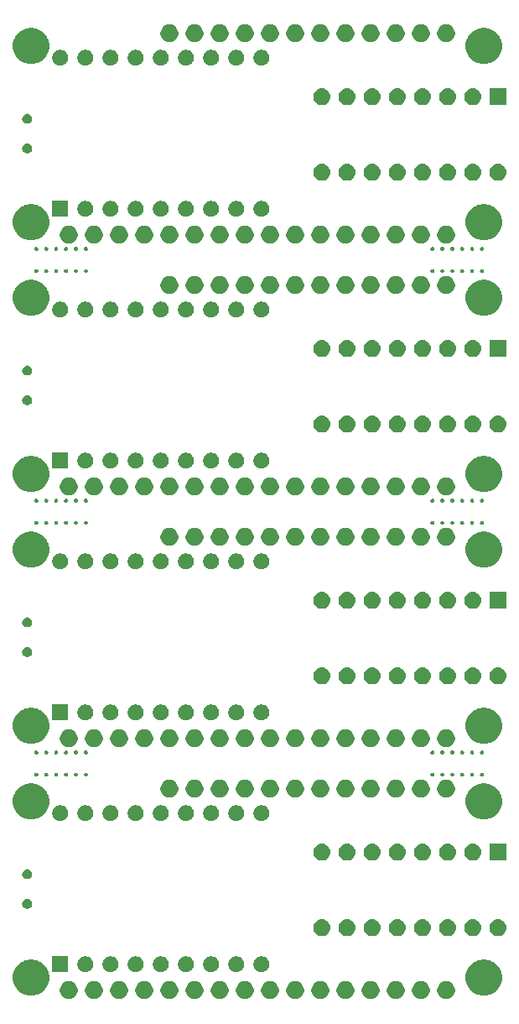
<source format=gbr>
G04 #@! TF.GenerationSoftware,KiCad,Pcbnew,(5.1.2)-1*
G04 #@! TF.CreationDate,2019-07-17T11:56:10+10:00*
G04 #@! TF.ProjectId,output.panel,6f757470-7574-42e7-9061-6e656c2e6b69,rev?*
G04 #@! TF.SameCoordinates,Original*
G04 #@! TF.FileFunction,Soldermask,Top*
G04 #@! TF.FilePolarity,Negative*
%FSLAX46Y46*%
G04 Gerber Fmt 4.6, Leading zero omitted, Abs format (unit mm)*
G04 Created by KiCad (PCBNEW (5.1.2)-1) date 2019-07-17 11:56:10*
%MOMM*%
%LPD*%
G04 APERTURE LIST*
%ADD10C,0.100000*%
G04 APERTURE END LIST*
D10*
G36*
X89982113Y-144518928D02*
G01*
X90131413Y-144548625D01*
X90295385Y-144616545D01*
X90442955Y-144715148D01*
X90568454Y-144840647D01*
X90667057Y-144988217D01*
X90734977Y-145152189D01*
X90769601Y-145326260D01*
X90769601Y-145503742D01*
X90734977Y-145677813D01*
X90667057Y-145841785D01*
X90568454Y-145989355D01*
X90442955Y-146114854D01*
X90295385Y-146213457D01*
X90131413Y-146281377D01*
X89982113Y-146311074D01*
X89957343Y-146316001D01*
X89779859Y-146316001D01*
X89755089Y-146311074D01*
X89605789Y-146281377D01*
X89441817Y-146213457D01*
X89294247Y-146114854D01*
X89168748Y-145989355D01*
X89070145Y-145841785D01*
X89002225Y-145677813D01*
X88967601Y-145503742D01*
X88967601Y-145326260D01*
X89002225Y-145152189D01*
X89070145Y-144988217D01*
X89168748Y-144840647D01*
X89294247Y-144715148D01*
X89441817Y-144616545D01*
X89605789Y-144548625D01*
X89755089Y-144518928D01*
X89779859Y-144514001D01*
X89957343Y-144514001D01*
X89982113Y-144518928D01*
X89982113Y-144518928D01*
G37*
G36*
X56962113Y-144518928D02*
G01*
X57111413Y-144548625D01*
X57275385Y-144616545D01*
X57422955Y-144715148D01*
X57548454Y-144840647D01*
X57647057Y-144988217D01*
X57714977Y-145152189D01*
X57749601Y-145326260D01*
X57749601Y-145503742D01*
X57714977Y-145677813D01*
X57647057Y-145841785D01*
X57548454Y-145989355D01*
X57422955Y-146114854D01*
X57275385Y-146213457D01*
X57111413Y-146281377D01*
X56962113Y-146311074D01*
X56937343Y-146316001D01*
X56759859Y-146316001D01*
X56735089Y-146311074D01*
X56585789Y-146281377D01*
X56421817Y-146213457D01*
X56274247Y-146114854D01*
X56148748Y-145989355D01*
X56050145Y-145841785D01*
X55982225Y-145677813D01*
X55947601Y-145503742D01*
X55947601Y-145326260D01*
X55982225Y-145152189D01*
X56050145Y-144988217D01*
X56148748Y-144840647D01*
X56274247Y-144715148D01*
X56421817Y-144616545D01*
X56585789Y-144548625D01*
X56735089Y-144518928D01*
X56759859Y-144514001D01*
X56937343Y-144514001D01*
X56962113Y-144518928D01*
X56962113Y-144518928D01*
G37*
G36*
X54422113Y-144518928D02*
G01*
X54571413Y-144548625D01*
X54735385Y-144616545D01*
X54882955Y-144715148D01*
X55008454Y-144840647D01*
X55107057Y-144988217D01*
X55174977Y-145152189D01*
X55209601Y-145326260D01*
X55209601Y-145503742D01*
X55174977Y-145677813D01*
X55107057Y-145841785D01*
X55008454Y-145989355D01*
X54882955Y-146114854D01*
X54735385Y-146213457D01*
X54571413Y-146281377D01*
X54422113Y-146311074D01*
X54397343Y-146316001D01*
X54219859Y-146316001D01*
X54195089Y-146311074D01*
X54045789Y-146281377D01*
X53881817Y-146213457D01*
X53734247Y-146114854D01*
X53608748Y-145989355D01*
X53510145Y-145841785D01*
X53442225Y-145677813D01*
X53407601Y-145503742D01*
X53407601Y-145326260D01*
X53442225Y-145152189D01*
X53510145Y-144988217D01*
X53608748Y-144840647D01*
X53734247Y-144715148D01*
X53881817Y-144616545D01*
X54045789Y-144548625D01*
X54195089Y-144518928D01*
X54219859Y-144514001D01*
X54397343Y-144514001D01*
X54422113Y-144518928D01*
X54422113Y-144518928D01*
G37*
G36*
X59502113Y-144518928D02*
G01*
X59651413Y-144548625D01*
X59815385Y-144616545D01*
X59962955Y-144715148D01*
X60088454Y-144840647D01*
X60187057Y-144988217D01*
X60254977Y-145152189D01*
X60289601Y-145326260D01*
X60289601Y-145503742D01*
X60254977Y-145677813D01*
X60187057Y-145841785D01*
X60088454Y-145989355D01*
X59962955Y-146114854D01*
X59815385Y-146213457D01*
X59651413Y-146281377D01*
X59502113Y-146311074D01*
X59477343Y-146316001D01*
X59299859Y-146316001D01*
X59275089Y-146311074D01*
X59125789Y-146281377D01*
X58961817Y-146213457D01*
X58814247Y-146114854D01*
X58688748Y-145989355D01*
X58590145Y-145841785D01*
X58522225Y-145677813D01*
X58487601Y-145503742D01*
X58487601Y-145326260D01*
X58522225Y-145152189D01*
X58590145Y-144988217D01*
X58688748Y-144840647D01*
X58814247Y-144715148D01*
X58961817Y-144616545D01*
X59125789Y-144548625D01*
X59275089Y-144518928D01*
X59299859Y-144514001D01*
X59477343Y-144514001D01*
X59502113Y-144518928D01*
X59502113Y-144518928D01*
G37*
G36*
X62042113Y-144518928D02*
G01*
X62191413Y-144548625D01*
X62355385Y-144616545D01*
X62502955Y-144715148D01*
X62628454Y-144840647D01*
X62727057Y-144988217D01*
X62794977Y-145152189D01*
X62829601Y-145326260D01*
X62829601Y-145503742D01*
X62794977Y-145677813D01*
X62727057Y-145841785D01*
X62628454Y-145989355D01*
X62502955Y-146114854D01*
X62355385Y-146213457D01*
X62191413Y-146281377D01*
X62042113Y-146311074D01*
X62017343Y-146316001D01*
X61839859Y-146316001D01*
X61815089Y-146311074D01*
X61665789Y-146281377D01*
X61501817Y-146213457D01*
X61354247Y-146114854D01*
X61228748Y-145989355D01*
X61130145Y-145841785D01*
X61062225Y-145677813D01*
X61027601Y-145503742D01*
X61027601Y-145326260D01*
X61062225Y-145152189D01*
X61130145Y-144988217D01*
X61228748Y-144840647D01*
X61354247Y-144715148D01*
X61501817Y-144616545D01*
X61665789Y-144548625D01*
X61815089Y-144518928D01*
X61839859Y-144514001D01*
X62017343Y-144514001D01*
X62042113Y-144518928D01*
X62042113Y-144518928D01*
G37*
G36*
X64582113Y-144518928D02*
G01*
X64731413Y-144548625D01*
X64895385Y-144616545D01*
X65042955Y-144715148D01*
X65168454Y-144840647D01*
X65267057Y-144988217D01*
X65334977Y-145152189D01*
X65369601Y-145326260D01*
X65369601Y-145503742D01*
X65334977Y-145677813D01*
X65267057Y-145841785D01*
X65168454Y-145989355D01*
X65042955Y-146114854D01*
X64895385Y-146213457D01*
X64731413Y-146281377D01*
X64582113Y-146311074D01*
X64557343Y-146316001D01*
X64379859Y-146316001D01*
X64355089Y-146311074D01*
X64205789Y-146281377D01*
X64041817Y-146213457D01*
X63894247Y-146114854D01*
X63768748Y-145989355D01*
X63670145Y-145841785D01*
X63602225Y-145677813D01*
X63567601Y-145503742D01*
X63567601Y-145326260D01*
X63602225Y-145152189D01*
X63670145Y-144988217D01*
X63768748Y-144840647D01*
X63894247Y-144715148D01*
X64041817Y-144616545D01*
X64205789Y-144548625D01*
X64355089Y-144518928D01*
X64379859Y-144514001D01*
X64557343Y-144514001D01*
X64582113Y-144518928D01*
X64582113Y-144518928D01*
G37*
G36*
X67122113Y-144518928D02*
G01*
X67271413Y-144548625D01*
X67435385Y-144616545D01*
X67582955Y-144715148D01*
X67708454Y-144840647D01*
X67807057Y-144988217D01*
X67874977Y-145152189D01*
X67909601Y-145326260D01*
X67909601Y-145503742D01*
X67874977Y-145677813D01*
X67807057Y-145841785D01*
X67708454Y-145989355D01*
X67582955Y-146114854D01*
X67435385Y-146213457D01*
X67271413Y-146281377D01*
X67122113Y-146311074D01*
X67097343Y-146316001D01*
X66919859Y-146316001D01*
X66895089Y-146311074D01*
X66745789Y-146281377D01*
X66581817Y-146213457D01*
X66434247Y-146114854D01*
X66308748Y-145989355D01*
X66210145Y-145841785D01*
X66142225Y-145677813D01*
X66107601Y-145503742D01*
X66107601Y-145326260D01*
X66142225Y-145152189D01*
X66210145Y-144988217D01*
X66308748Y-144840647D01*
X66434247Y-144715148D01*
X66581817Y-144616545D01*
X66745789Y-144548625D01*
X66895089Y-144518928D01*
X66919859Y-144514001D01*
X67097343Y-144514001D01*
X67122113Y-144518928D01*
X67122113Y-144518928D01*
G37*
G36*
X69662113Y-144518928D02*
G01*
X69811413Y-144548625D01*
X69975385Y-144616545D01*
X70122955Y-144715148D01*
X70248454Y-144840647D01*
X70347057Y-144988217D01*
X70414977Y-145152189D01*
X70449601Y-145326260D01*
X70449601Y-145503742D01*
X70414977Y-145677813D01*
X70347057Y-145841785D01*
X70248454Y-145989355D01*
X70122955Y-146114854D01*
X69975385Y-146213457D01*
X69811413Y-146281377D01*
X69662113Y-146311074D01*
X69637343Y-146316001D01*
X69459859Y-146316001D01*
X69435089Y-146311074D01*
X69285789Y-146281377D01*
X69121817Y-146213457D01*
X68974247Y-146114854D01*
X68848748Y-145989355D01*
X68750145Y-145841785D01*
X68682225Y-145677813D01*
X68647601Y-145503742D01*
X68647601Y-145326260D01*
X68682225Y-145152189D01*
X68750145Y-144988217D01*
X68848748Y-144840647D01*
X68974247Y-144715148D01*
X69121817Y-144616545D01*
X69285789Y-144548625D01*
X69435089Y-144518928D01*
X69459859Y-144514001D01*
X69637343Y-144514001D01*
X69662113Y-144518928D01*
X69662113Y-144518928D01*
G37*
G36*
X72202113Y-144518928D02*
G01*
X72351413Y-144548625D01*
X72515385Y-144616545D01*
X72662955Y-144715148D01*
X72788454Y-144840647D01*
X72887057Y-144988217D01*
X72954977Y-145152189D01*
X72989601Y-145326260D01*
X72989601Y-145503742D01*
X72954977Y-145677813D01*
X72887057Y-145841785D01*
X72788454Y-145989355D01*
X72662955Y-146114854D01*
X72515385Y-146213457D01*
X72351413Y-146281377D01*
X72202113Y-146311074D01*
X72177343Y-146316001D01*
X71999859Y-146316001D01*
X71975089Y-146311074D01*
X71825789Y-146281377D01*
X71661817Y-146213457D01*
X71514247Y-146114854D01*
X71388748Y-145989355D01*
X71290145Y-145841785D01*
X71222225Y-145677813D01*
X71187601Y-145503742D01*
X71187601Y-145326260D01*
X71222225Y-145152189D01*
X71290145Y-144988217D01*
X71388748Y-144840647D01*
X71514247Y-144715148D01*
X71661817Y-144616545D01*
X71825789Y-144548625D01*
X71975089Y-144518928D01*
X71999859Y-144514001D01*
X72177343Y-144514001D01*
X72202113Y-144518928D01*
X72202113Y-144518928D01*
G37*
G36*
X74742113Y-144518928D02*
G01*
X74891413Y-144548625D01*
X75055385Y-144616545D01*
X75202955Y-144715148D01*
X75328454Y-144840647D01*
X75427057Y-144988217D01*
X75494977Y-145152189D01*
X75529601Y-145326260D01*
X75529601Y-145503742D01*
X75494977Y-145677813D01*
X75427057Y-145841785D01*
X75328454Y-145989355D01*
X75202955Y-146114854D01*
X75055385Y-146213457D01*
X74891413Y-146281377D01*
X74742113Y-146311074D01*
X74717343Y-146316001D01*
X74539859Y-146316001D01*
X74515089Y-146311074D01*
X74365789Y-146281377D01*
X74201817Y-146213457D01*
X74054247Y-146114854D01*
X73928748Y-145989355D01*
X73830145Y-145841785D01*
X73762225Y-145677813D01*
X73727601Y-145503742D01*
X73727601Y-145326260D01*
X73762225Y-145152189D01*
X73830145Y-144988217D01*
X73928748Y-144840647D01*
X74054247Y-144715148D01*
X74201817Y-144616545D01*
X74365789Y-144548625D01*
X74515089Y-144518928D01*
X74539859Y-144514001D01*
X74717343Y-144514001D01*
X74742113Y-144518928D01*
X74742113Y-144518928D01*
G37*
G36*
X77282113Y-144518928D02*
G01*
X77431413Y-144548625D01*
X77595385Y-144616545D01*
X77742955Y-144715148D01*
X77868454Y-144840647D01*
X77967057Y-144988217D01*
X78034977Y-145152189D01*
X78069601Y-145326260D01*
X78069601Y-145503742D01*
X78034977Y-145677813D01*
X77967057Y-145841785D01*
X77868454Y-145989355D01*
X77742955Y-146114854D01*
X77595385Y-146213457D01*
X77431413Y-146281377D01*
X77282113Y-146311074D01*
X77257343Y-146316001D01*
X77079859Y-146316001D01*
X77055089Y-146311074D01*
X76905789Y-146281377D01*
X76741817Y-146213457D01*
X76594247Y-146114854D01*
X76468748Y-145989355D01*
X76370145Y-145841785D01*
X76302225Y-145677813D01*
X76267601Y-145503742D01*
X76267601Y-145326260D01*
X76302225Y-145152189D01*
X76370145Y-144988217D01*
X76468748Y-144840647D01*
X76594247Y-144715148D01*
X76741817Y-144616545D01*
X76905789Y-144548625D01*
X77055089Y-144518928D01*
X77079859Y-144514001D01*
X77257343Y-144514001D01*
X77282113Y-144518928D01*
X77282113Y-144518928D01*
G37*
G36*
X79822113Y-144518928D02*
G01*
X79971413Y-144548625D01*
X80135385Y-144616545D01*
X80282955Y-144715148D01*
X80408454Y-144840647D01*
X80507057Y-144988217D01*
X80574977Y-145152189D01*
X80609601Y-145326260D01*
X80609601Y-145503742D01*
X80574977Y-145677813D01*
X80507057Y-145841785D01*
X80408454Y-145989355D01*
X80282955Y-146114854D01*
X80135385Y-146213457D01*
X79971413Y-146281377D01*
X79822113Y-146311074D01*
X79797343Y-146316001D01*
X79619859Y-146316001D01*
X79595089Y-146311074D01*
X79445789Y-146281377D01*
X79281817Y-146213457D01*
X79134247Y-146114854D01*
X79008748Y-145989355D01*
X78910145Y-145841785D01*
X78842225Y-145677813D01*
X78807601Y-145503742D01*
X78807601Y-145326260D01*
X78842225Y-145152189D01*
X78910145Y-144988217D01*
X79008748Y-144840647D01*
X79134247Y-144715148D01*
X79281817Y-144616545D01*
X79445789Y-144548625D01*
X79595089Y-144518928D01*
X79619859Y-144514001D01*
X79797343Y-144514001D01*
X79822113Y-144518928D01*
X79822113Y-144518928D01*
G37*
G36*
X82362113Y-144518928D02*
G01*
X82511413Y-144548625D01*
X82675385Y-144616545D01*
X82822955Y-144715148D01*
X82948454Y-144840647D01*
X83047057Y-144988217D01*
X83114977Y-145152189D01*
X83149601Y-145326260D01*
X83149601Y-145503742D01*
X83114977Y-145677813D01*
X83047057Y-145841785D01*
X82948454Y-145989355D01*
X82822955Y-146114854D01*
X82675385Y-146213457D01*
X82511413Y-146281377D01*
X82362113Y-146311074D01*
X82337343Y-146316001D01*
X82159859Y-146316001D01*
X82135089Y-146311074D01*
X81985789Y-146281377D01*
X81821817Y-146213457D01*
X81674247Y-146114854D01*
X81548748Y-145989355D01*
X81450145Y-145841785D01*
X81382225Y-145677813D01*
X81347601Y-145503742D01*
X81347601Y-145326260D01*
X81382225Y-145152189D01*
X81450145Y-144988217D01*
X81548748Y-144840647D01*
X81674247Y-144715148D01*
X81821817Y-144616545D01*
X81985789Y-144548625D01*
X82135089Y-144518928D01*
X82159859Y-144514001D01*
X82337343Y-144514001D01*
X82362113Y-144518928D01*
X82362113Y-144518928D01*
G37*
G36*
X84902113Y-144518928D02*
G01*
X85051413Y-144548625D01*
X85215385Y-144616545D01*
X85362955Y-144715148D01*
X85488454Y-144840647D01*
X85587057Y-144988217D01*
X85654977Y-145152189D01*
X85689601Y-145326260D01*
X85689601Y-145503742D01*
X85654977Y-145677813D01*
X85587057Y-145841785D01*
X85488454Y-145989355D01*
X85362955Y-146114854D01*
X85215385Y-146213457D01*
X85051413Y-146281377D01*
X84902113Y-146311074D01*
X84877343Y-146316001D01*
X84699859Y-146316001D01*
X84675089Y-146311074D01*
X84525789Y-146281377D01*
X84361817Y-146213457D01*
X84214247Y-146114854D01*
X84088748Y-145989355D01*
X83990145Y-145841785D01*
X83922225Y-145677813D01*
X83887601Y-145503742D01*
X83887601Y-145326260D01*
X83922225Y-145152189D01*
X83990145Y-144988217D01*
X84088748Y-144840647D01*
X84214247Y-144715148D01*
X84361817Y-144616545D01*
X84525789Y-144548625D01*
X84675089Y-144518928D01*
X84699859Y-144514001D01*
X84877343Y-144514001D01*
X84902113Y-144518928D01*
X84902113Y-144518928D01*
G37*
G36*
X87442113Y-144518928D02*
G01*
X87591413Y-144548625D01*
X87755385Y-144616545D01*
X87902955Y-144715148D01*
X88028454Y-144840647D01*
X88127057Y-144988217D01*
X88194977Y-145152189D01*
X88229601Y-145326260D01*
X88229601Y-145503742D01*
X88194977Y-145677813D01*
X88127057Y-145841785D01*
X88028454Y-145989355D01*
X87902955Y-146114854D01*
X87755385Y-146213457D01*
X87591413Y-146281377D01*
X87442113Y-146311074D01*
X87417343Y-146316001D01*
X87239859Y-146316001D01*
X87215089Y-146311074D01*
X87065789Y-146281377D01*
X86901817Y-146213457D01*
X86754247Y-146114854D01*
X86628748Y-145989355D01*
X86530145Y-145841785D01*
X86462225Y-145677813D01*
X86427601Y-145503742D01*
X86427601Y-145326260D01*
X86462225Y-145152189D01*
X86530145Y-144988217D01*
X86628748Y-144840647D01*
X86754247Y-144715148D01*
X86901817Y-144616545D01*
X87065789Y-144548625D01*
X87215089Y-144518928D01*
X87239859Y-144514001D01*
X87417343Y-144514001D01*
X87442113Y-144518928D01*
X87442113Y-144518928D01*
G37*
G36*
X51882113Y-144518928D02*
G01*
X52031413Y-144548625D01*
X52195385Y-144616545D01*
X52342955Y-144715148D01*
X52468454Y-144840647D01*
X52567057Y-144988217D01*
X52634977Y-145152189D01*
X52669601Y-145326260D01*
X52669601Y-145503742D01*
X52634977Y-145677813D01*
X52567057Y-145841785D01*
X52468454Y-145989355D01*
X52342955Y-146114854D01*
X52195385Y-146213457D01*
X52031413Y-146281377D01*
X51882113Y-146311074D01*
X51857343Y-146316001D01*
X51679859Y-146316001D01*
X51655089Y-146311074D01*
X51505789Y-146281377D01*
X51341817Y-146213457D01*
X51194247Y-146114854D01*
X51068748Y-145989355D01*
X50970145Y-145841785D01*
X50902225Y-145677813D01*
X50867601Y-145503742D01*
X50867601Y-145326260D01*
X50902225Y-145152189D01*
X50970145Y-144988217D01*
X51068748Y-144840647D01*
X51194247Y-144715148D01*
X51341817Y-144616545D01*
X51505789Y-144548625D01*
X51655089Y-144518928D01*
X51679859Y-144514001D01*
X51857343Y-144514001D01*
X51882113Y-144518928D01*
X51882113Y-144518928D01*
G37*
G36*
X48315421Y-142351144D02*
G01*
X48492101Y-142386288D01*
X48574903Y-142420586D01*
X48824956Y-142524161D01*
X48888108Y-142566358D01*
X49124521Y-142724324D01*
X49379278Y-142979081D01*
X49379279Y-142979083D01*
X49579441Y-143278646D01*
X49717314Y-143611502D01*
X49787601Y-143964859D01*
X49787601Y-144325143D01*
X49717314Y-144678500D01*
X49579441Y-145011356D01*
X49579440Y-145011357D01*
X49379278Y-145310921D01*
X49124521Y-145565678D01*
X48973721Y-145666439D01*
X48824956Y-145765841D01*
X48641615Y-145841783D01*
X48492101Y-145903714D01*
X48315422Y-145938857D01*
X48138743Y-145974001D01*
X47778459Y-145974001D01*
X47601780Y-145938857D01*
X47425101Y-145903714D01*
X47275587Y-145841783D01*
X47092246Y-145765841D01*
X46943481Y-145666439D01*
X46792681Y-145565678D01*
X46537924Y-145310921D01*
X46337762Y-145011357D01*
X46337761Y-145011356D01*
X46199888Y-144678500D01*
X46129601Y-144325143D01*
X46129601Y-143964859D01*
X46199888Y-143611502D01*
X46337761Y-143278646D01*
X46537923Y-142979083D01*
X46537924Y-142979081D01*
X46792681Y-142724324D01*
X47029094Y-142566358D01*
X47092246Y-142524161D01*
X47342299Y-142420586D01*
X47425101Y-142386288D01*
X47601781Y-142351144D01*
X47778459Y-142316001D01*
X48138743Y-142316001D01*
X48315421Y-142351144D01*
X48315421Y-142351144D01*
G37*
G36*
X94035421Y-142351144D02*
G01*
X94212101Y-142386288D01*
X94294903Y-142420586D01*
X94544956Y-142524161D01*
X94608108Y-142566358D01*
X94844521Y-142724324D01*
X95099278Y-142979081D01*
X95099279Y-142979083D01*
X95299441Y-143278646D01*
X95437314Y-143611502D01*
X95507601Y-143964859D01*
X95507601Y-144325143D01*
X95437314Y-144678500D01*
X95299441Y-145011356D01*
X95299440Y-145011357D01*
X95099278Y-145310921D01*
X94844521Y-145565678D01*
X94693721Y-145666439D01*
X94544956Y-145765841D01*
X94361615Y-145841783D01*
X94212101Y-145903714D01*
X94035422Y-145938857D01*
X93858743Y-145974001D01*
X93498459Y-145974001D01*
X93321780Y-145938857D01*
X93145101Y-145903714D01*
X92995587Y-145841783D01*
X92812246Y-145765841D01*
X92663481Y-145666439D01*
X92512681Y-145565678D01*
X92257924Y-145310921D01*
X92057762Y-145011357D01*
X92057761Y-145011356D01*
X91919888Y-144678500D01*
X91849601Y-144325143D01*
X91849601Y-143964859D01*
X91919888Y-143611502D01*
X92057761Y-143278646D01*
X92257923Y-142979083D01*
X92257924Y-142979081D01*
X92512681Y-142724324D01*
X92749094Y-142566358D01*
X92812246Y-142524161D01*
X93062299Y-142420586D01*
X93145101Y-142386288D01*
X93321781Y-142351144D01*
X93498459Y-142316001D01*
X93858743Y-142316001D01*
X94035421Y-142351144D01*
X94035421Y-142351144D01*
G37*
G36*
X53673642Y-142029781D02*
G01*
X53819414Y-142090162D01*
X53819416Y-142090163D01*
X53950608Y-142177822D01*
X54062178Y-142289392D01*
X54079957Y-142316001D01*
X54149838Y-142420586D01*
X54210219Y-142566358D01*
X54241000Y-142721107D01*
X54241000Y-142878893D01*
X54210219Y-143033642D01*
X54149838Y-143179414D01*
X54149837Y-143179416D01*
X54062178Y-143310608D01*
X53950608Y-143422178D01*
X53819416Y-143509837D01*
X53819415Y-143509838D01*
X53819414Y-143509838D01*
X53673642Y-143570219D01*
X53518893Y-143601000D01*
X53361107Y-143601000D01*
X53206358Y-143570219D01*
X53060586Y-143509838D01*
X53060585Y-143509838D01*
X53060584Y-143509837D01*
X52929392Y-143422178D01*
X52817822Y-143310608D01*
X52730163Y-143179416D01*
X52730162Y-143179414D01*
X52669781Y-143033642D01*
X52639000Y-142878893D01*
X52639000Y-142721107D01*
X52669781Y-142566358D01*
X52730162Y-142420586D01*
X52800043Y-142316001D01*
X52817822Y-142289392D01*
X52929392Y-142177822D01*
X53060584Y-142090163D01*
X53060586Y-142090162D01*
X53206358Y-142029781D01*
X53361107Y-141999000D01*
X53518893Y-141999000D01*
X53673642Y-142029781D01*
X53673642Y-142029781D01*
G37*
G36*
X58753642Y-142029781D02*
G01*
X58899414Y-142090162D01*
X58899416Y-142090163D01*
X59030608Y-142177822D01*
X59142178Y-142289392D01*
X59159957Y-142316001D01*
X59229838Y-142420586D01*
X59290219Y-142566358D01*
X59321000Y-142721107D01*
X59321000Y-142878893D01*
X59290219Y-143033642D01*
X59229838Y-143179414D01*
X59229837Y-143179416D01*
X59142178Y-143310608D01*
X59030608Y-143422178D01*
X58899416Y-143509837D01*
X58899415Y-143509838D01*
X58899414Y-143509838D01*
X58753642Y-143570219D01*
X58598893Y-143601000D01*
X58441107Y-143601000D01*
X58286358Y-143570219D01*
X58140586Y-143509838D01*
X58140585Y-143509838D01*
X58140584Y-143509837D01*
X58009392Y-143422178D01*
X57897822Y-143310608D01*
X57810163Y-143179416D01*
X57810162Y-143179414D01*
X57749781Y-143033642D01*
X57719000Y-142878893D01*
X57719000Y-142721107D01*
X57749781Y-142566358D01*
X57810162Y-142420586D01*
X57880043Y-142316001D01*
X57897822Y-142289392D01*
X58009392Y-142177822D01*
X58140584Y-142090163D01*
X58140586Y-142090162D01*
X58286358Y-142029781D01*
X58441107Y-141999000D01*
X58598893Y-141999000D01*
X58753642Y-142029781D01*
X58753642Y-142029781D01*
G37*
G36*
X61293642Y-142029781D02*
G01*
X61439414Y-142090162D01*
X61439416Y-142090163D01*
X61570608Y-142177822D01*
X61682178Y-142289392D01*
X61699957Y-142316001D01*
X61769838Y-142420586D01*
X61830219Y-142566358D01*
X61861000Y-142721107D01*
X61861000Y-142878893D01*
X61830219Y-143033642D01*
X61769838Y-143179414D01*
X61769837Y-143179416D01*
X61682178Y-143310608D01*
X61570608Y-143422178D01*
X61439416Y-143509837D01*
X61439415Y-143509838D01*
X61439414Y-143509838D01*
X61293642Y-143570219D01*
X61138893Y-143601000D01*
X60981107Y-143601000D01*
X60826358Y-143570219D01*
X60680586Y-143509838D01*
X60680585Y-143509838D01*
X60680584Y-143509837D01*
X60549392Y-143422178D01*
X60437822Y-143310608D01*
X60350163Y-143179416D01*
X60350162Y-143179414D01*
X60289781Y-143033642D01*
X60259000Y-142878893D01*
X60259000Y-142721107D01*
X60289781Y-142566358D01*
X60350162Y-142420586D01*
X60420043Y-142316001D01*
X60437822Y-142289392D01*
X60549392Y-142177822D01*
X60680584Y-142090163D01*
X60680586Y-142090162D01*
X60826358Y-142029781D01*
X60981107Y-141999000D01*
X61138893Y-141999000D01*
X61293642Y-142029781D01*
X61293642Y-142029781D01*
G37*
G36*
X63833642Y-142029781D02*
G01*
X63979414Y-142090162D01*
X63979416Y-142090163D01*
X64110608Y-142177822D01*
X64222178Y-142289392D01*
X64239957Y-142316001D01*
X64309838Y-142420586D01*
X64370219Y-142566358D01*
X64401000Y-142721107D01*
X64401000Y-142878893D01*
X64370219Y-143033642D01*
X64309838Y-143179414D01*
X64309837Y-143179416D01*
X64222178Y-143310608D01*
X64110608Y-143422178D01*
X63979416Y-143509837D01*
X63979415Y-143509838D01*
X63979414Y-143509838D01*
X63833642Y-143570219D01*
X63678893Y-143601000D01*
X63521107Y-143601000D01*
X63366358Y-143570219D01*
X63220586Y-143509838D01*
X63220585Y-143509838D01*
X63220584Y-143509837D01*
X63089392Y-143422178D01*
X62977822Y-143310608D01*
X62890163Y-143179416D01*
X62890162Y-143179414D01*
X62829781Y-143033642D01*
X62799000Y-142878893D01*
X62799000Y-142721107D01*
X62829781Y-142566358D01*
X62890162Y-142420586D01*
X62960043Y-142316001D01*
X62977822Y-142289392D01*
X63089392Y-142177822D01*
X63220584Y-142090163D01*
X63220586Y-142090162D01*
X63366358Y-142029781D01*
X63521107Y-141999000D01*
X63678893Y-141999000D01*
X63833642Y-142029781D01*
X63833642Y-142029781D01*
G37*
G36*
X66373642Y-142029781D02*
G01*
X66519414Y-142090162D01*
X66519416Y-142090163D01*
X66650608Y-142177822D01*
X66762178Y-142289392D01*
X66779957Y-142316001D01*
X66849838Y-142420586D01*
X66910219Y-142566358D01*
X66941000Y-142721107D01*
X66941000Y-142878893D01*
X66910219Y-143033642D01*
X66849838Y-143179414D01*
X66849837Y-143179416D01*
X66762178Y-143310608D01*
X66650608Y-143422178D01*
X66519416Y-143509837D01*
X66519415Y-143509838D01*
X66519414Y-143509838D01*
X66373642Y-143570219D01*
X66218893Y-143601000D01*
X66061107Y-143601000D01*
X65906358Y-143570219D01*
X65760586Y-143509838D01*
X65760585Y-143509838D01*
X65760584Y-143509837D01*
X65629392Y-143422178D01*
X65517822Y-143310608D01*
X65430163Y-143179416D01*
X65430162Y-143179414D01*
X65369781Y-143033642D01*
X65339000Y-142878893D01*
X65339000Y-142721107D01*
X65369781Y-142566358D01*
X65430162Y-142420586D01*
X65500043Y-142316001D01*
X65517822Y-142289392D01*
X65629392Y-142177822D01*
X65760584Y-142090163D01*
X65760586Y-142090162D01*
X65906358Y-142029781D01*
X66061107Y-141999000D01*
X66218893Y-141999000D01*
X66373642Y-142029781D01*
X66373642Y-142029781D01*
G37*
G36*
X71453642Y-142029781D02*
G01*
X71599414Y-142090162D01*
X71599416Y-142090163D01*
X71730608Y-142177822D01*
X71842178Y-142289392D01*
X71859957Y-142316001D01*
X71929838Y-142420586D01*
X71990219Y-142566358D01*
X72021000Y-142721107D01*
X72021000Y-142878893D01*
X71990219Y-143033642D01*
X71929838Y-143179414D01*
X71929837Y-143179416D01*
X71842178Y-143310608D01*
X71730608Y-143422178D01*
X71599416Y-143509837D01*
X71599415Y-143509838D01*
X71599414Y-143509838D01*
X71453642Y-143570219D01*
X71298893Y-143601000D01*
X71141107Y-143601000D01*
X70986358Y-143570219D01*
X70840586Y-143509838D01*
X70840585Y-143509838D01*
X70840584Y-143509837D01*
X70709392Y-143422178D01*
X70597822Y-143310608D01*
X70510163Y-143179416D01*
X70510162Y-143179414D01*
X70449781Y-143033642D01*
X70419000Y-142878893D01*
X70419000Y-142721107D01*
X70449781Y-142566358D01*
X70510162Y-142420586D01*
X70580043Y-142316001D01*
X70597822Y-142289392D01*
X70709392Y-142177822D01*
X70840584Y-142090163D01*
X70840586Y-142090162D01*
X70986358Y-142029781D01*
X71141107Y-141999000D01*
X71298893Y-141999000D01*
X71453642Y-142029781D01*
X71453642Y-142029781D01*
G37*
G36*
X51701000Y-143601000D02*
G01*
X50099000Y-143601000D01*
X50099000Y-141999000D01*
X51701000Y-141999000D01*
X51701000Y-143601000D01*
X51701000Y-143601000D01*
G37*
G36*
X56213642Y-142029781D02*
G01*
X56359414Y-142090162D01*
X56359416Y-142090163D01*
X56490608Y-142177822D01*
X56602178Y-142289392D01*
X56619957Y-142316001D01*
X56689838Y-142420586D01*
X56750219Y-142566358D01*
X56781000Y-142721107D01*
X56781000Y-142878893D01*
X56750219Y-143033642D01*
X56689838Y-143179414D01*
X56689837Y-143179416D01*
X56602178Y-143310608D01*
X56490608Y-143422178D01*
X56359416Y-143509837D01*
X56359415Y-143509838D01*
X56359414Y-143509838D01*
X56213642Y-143570219D01*
X56058893Y-143601000D01*
X55901107Y-143601000D01*
X55746358Y-143570219D01*
X55600586Y-143509838D01*
X55600585Y-143509838D01*
X55600584Y-143509837D01*
X55469392Y-143422178D01*
X55357822Y-143310608D01*
X55270163Y-143179416D01*
X55270162Y-143179414D01*
X55209781Y-143033642D01*
X55179000Y-142878893D01*
X55179000Y-142721107D01*
X55209781Y-142566358D01*
X55270162Y-142420586D01*
X55340043Y-142316001D01*
X55357822Y-142289392D01*
X55469392Y-142177822D01*
X55600584Y-142090163D01*
X55600586Y-142090162D01*
X55746358Y-142029781D01*
X55901107Y-141999000D01*
X56058893Y-141999000D01*
X56213642Y-142029781D01*
X56213642Y-142029781D01*
G37*
G36*
X68913642Y-142029781D02*
G01*
X69059414Y-142090162D01*
X69059416Y-142090163D01*
X69190608Y-142177822D01*
X69302178Y-142289392D01*
X69319957Y-142316001D01*
X69389838Y-142420586D01*
X69450219Y-142566358D01*
X69481000Y-142721107D01*
X69481000Y-142878893D01*
X69450219Y-143033642D01*
X69389838Y-143179414D01*
X69389837Y-143179416D01*
X69302178Y-143310608D01*
X69190608Y-143422178D01*
X69059416Y-143509837D01*
X69059415Y-143509838D01*
X69059414Y-143509838D01*
X68913642Y-143570219D01*
X68758893Y-143601000D01*
X68601107Y-143601000D01*
X68446358Y-143570219D01*
X68300586Y-143509838D01*
X68300585Y-143509838D01*
X68300584Y-143509837D01*
X68169392Y-143422178D01*
X68057822Y-143310608D01*
X67970163Y-143179416D01*
X67970162Y-143179414D01*
X67909781Y-143033642D01*
X67879000Y-142878893D01*
X67879000Y-142721107D01*
X67909781Y-142566358D01*
X67970162Y-142420586D01*
X68040043Y-142316001D01*
X68057822Y-142289392D01*
X68169392Y-142177822D01*
X68300584Y-142090163D01*
X68300586Y-142090162D01*
X68446358Y-142029781D01*
X68601107Y-141999000D01*
X68758893Y-141999000D01*
X68913642Y-142029781D01*
X68913642Y-142029781D01*
G37*
G36*
X82566823Y-138281313D02*
G01*
X82727242Y-138329976D01*
X82859906Y-138400886D01*
X82875078Y-138408996D01*
X83004659Y-138515341D01*
X83111004Y-138644922D01*
X83111005Y-138644924D01*
X83190024Y-138792758D01*
X83238687Y-138953177D01*
X83255117Y-139120000D01*
X83238687Y-139286823D01*
X83190024Y-139447242D01*
X83119114Y-139579906D01*
X83111004Y-139595078D01*
X83004659Y-139724659D01*
X82875078Y-139831004D01*
X82875076Y-139831005D01*
X82727242Y-139910024D01*
X82566823Y-139958687D01*
X82441804Y-139971000D01*
X82358196Y-139971000D01*
X82233177Y-139958687D01*
X82072758Y-139910024D01*
X81924924Y-139831005D01*
X81924922Y-139831004D01*
X81795341Y-139724659D01*
X81688996Y-139595078D01*
X81680886Y-139579906D01*
X81609976Y-139447242D01*
X81561313Y-139286823D01*
X81544883Y-139120000D01*
X81561313Y-138953177D01*
X81609976Y-138792758D01*
X81688995Y-138644924D01*
X81688996Y-138644922D01*
X81795341Y-138515341D01*
X81924922Y-138408996D01*
X81940094Y-138400886D01*
X82072758Y-138329976D01*
X82233177Y-138281313D01*
X82358196Y-138269000D01*
X82441804Y-138269000D01*
X82566823Y-138281313D01*
X82566823Y-138281313D01*
G37*
G36*
X77486823Y-138281313D02*
G01*
X77647242Y-138329976D01*
X77779906Y-138400886D01*
X77795078Y-138408996D01*
X77924659Y-138515341D01*
X78031004Y-138644922D01*
X78031005Y-138644924D01*
X78110024Y-138792758D01*
X78158687Y-138953177D01*
X78175117Y-139120000D01*
X78158687Y-139286823D01*
X78110024Y-139447242D01*
X78039114Y-139579906D01*
X78031004Y-139595078D01*
X77924659Y-139724659D01*
X77795078Y-139831004D01*
X77795076Y-139831005D01*
X77647242Y-139910024D01*
X77486823Y-139958687D01*
X77361804Y-139971000D01*
X77278196Y-139971000D01*
X77153177Y-139958687D01*
X76992758Y-139910024D01*
X76844924Y-139831005D01*
X76844922Y-139831004D01*
X76715341Y-139724659D01*
X76608996Y-139595078D01*
X76600886Y-139579906D01*
X76529976Y-139447242D01*
X76481313Y-139286823D01*
X76464883Y-139120000D01*
X76481313Y-138953177D01*
X76529976Y-138792758D01*
X76608995Y-138644924D01*
X76608996Y-138644922D01*
X76715341Y-138515341D01*
X76844922Y-138408996D01*
X76860094Y-138400886D01*
X76992758Y-138329976D01*
X77153177Y-138281313D01*
X77278196Y-138269000D01*
X77361804Y-138269000D01*
X77486823Y-138281313D01*
X77486823Y-138281313D01*
G37*
G36*
X80026823Y-138281313D02*
G01*
X80187242Y-138329976D01*
X80319906Y-138400886D01*
X80335078Y-138408996D01*
X80464659Y-138515341D01*
X80571004Y-138644922D01*
X80571005Y-138644924D01*
X80650024Y-138792758D01*
X80698687Y-138953177D01*
X80715117Y-139120000D01*
X80698687Y-139286823D01*
X80650024Y-139447242D01*
X80579114Y-139579906D01*
X80571004Y-139595078D01*
X80464659Y-139724659D01*
X80335078Y-139831004D01*
X80335076Y-139831005D01*
X80187242Y-139910024D01*
X80026823Y-139958687D01*
X79901804Y-139971000D01*
X79818196Y-139971000D01*
X79693177Y-139958687D01*
X79532758Y-139910024D01*
X79384924Y-139831005D01*
X79384922Y-139831004D01*
X79255341Y-139724659D01*
X79148996Y-139595078D01*
X79140886Y-139579906D01*
X79069976Y-139447242D01*
X79021313Y-139286823D01*
X79004883Y-139120000D01*
X79021313Y-138953177D01*
X79069976Y-138792758D01*
X79148995Y-138644924D01*
X79148996Y-138644922D01*
X79255341Y-138515341D01*
X79384922Y-138408996D01*
X79400094Y-138400886D01*
X79532758Y-138329976D01*
X79693177Y-138281313D01*
X79818196Y-138269000D01*
X79901804Y-138269000D01*
X80026823Y-138281313D01*
X80026823Y-138281313D01*
G37*
G36*
X85106823Y-138281313D02*
G01*
X85267242Y-138329976D01*
X85399906Y-138400886D01*
X85415078Y-138408996D01*
X85544659Y-138515341D01*
X85651004Y-138644922D01*
X85651005Y-138644924D01*
X85730024Y-138792758D01*
X85778687Y-138953177D01*
X85795117Y-139120000D01*
X85778687Y-139286823D01*
X85730024Y-139447242D01*
X85659114Y-139579906D01*
X85651004Y-139595078D01*
X85544659Y-139724659D01*
X85415078Y-139831004D01*
X85415076Y-139831005D01*
X85267242Y-139910024D01*
X85106823Y-139958687D01*
X84981804Y-139971000D01*
X84898196Y-139971000D01*
X84773177Y-139958687D01*
X84612758Y-139910024D01*
X84464924Y-139831005D01*
X84464922Y-139831004D01*
X84335341Y-139724659D01*
X84228996Y-139595078D01*
X84220886Y-139579906D01*
X84149976Y-139447242D01*
X84101313Y-139286823D01*
X84084883Y-139120000D01*
X84101313Y-138953177D01*
X84149976Y-138792758D01*
X84228995Y-138644924D01*
X84228996Y-138644922D01*
X84335341Y-138515341D01*
X84464922Y-138408996D01*
X84480094Y-138400886D01*
X84612758Y-138329976D01*
X84773177Y-138281313D01*
X84898196Y-138269000D01*
X84981804Y-138269000D01*
X85106823Y-138281313D01*
X85106823Y-138281313D01*
G37*
G36*
X87646823Y-138281313D02*
G01*
X87807242Y-138329976D01*
X87939906Y-138400886D01*
X87955078Y-138408996D01*
X88084659Y-138515341D01*
X88191004Y-138644922D01*
X88191005Y-138644924D01*
X88270024Y-138792758D01*
X88318687Y-138953177D01*
X88335117Y-139120000D01*
X88318687Y-139286823D01*
X88270024Y-139447242D01*
X88199114Y-139579906D01*
X88191004Y-139595078D01*
X88084659Y-139724659D01*
X87955078Y-139831004D01*
X87955076Y-139831005D01*
X87807242Y-139910024D01*
X87646823Y-139958687D01*
X87521804Y-139971000D01*
X87438196Y-139971000D01*
X87313177Y-139958687D01*
X87152758Y-139910024D01*
X87004924Y-139831005D01*
X87004922Y-139831004D01*
X86875341Y-139724659D01*
X86768996Y-139595078D01*
X86760886Y-139579906D01*
X86689976Y-139447242D01*
X86641313Y-139286823D01*
X86624883Y-139120000D01*
X86641313Y-138953177D01*
X86689976Y-138792758D01*
X86768995Y-138644924D01*
X86768996Y-138644922D01*
X86875341Y-138515341D01*
X87004922Y-138408996D01*
X87020094Y-138400886D01*
X87152758Y-138329976D01*
X87313177Y-138281313D01*
X87438196Y-138269000D01*
X87521804Y-138269000D01*
X87646823Y-138281313D01*
X87646823Y-138281313D01*
G37*
G36*
X92726823Y-138281313D02*
G01*
X92887242Y-138329976D01*
X93019906Y-138400886D01*
X93035078Y-138408996D01*
X93164659Y-138515341D01*
X93271004Y-138644922D01*
X93271005Y-138644924D01*
X93350024Y-138792758D01*
X93398687Y-138953177D01*
X93415117Y-139120000D01*
X93398687Y-139286823D01*
X93350024Y-139447242D01*
X93279114Y-139579906D01*
X93271004Y-139595078D01*
X93164659Y-139724659D01*
X93035078Y-139831004D01*
X93035076Y-139831005D01*
X92887242Y-139910024D01*
X92726823Y-139958687D01*
X92601804Y-139971000D01*
X92518196Y-139971000D01*
X92393177Y-139958687D01*
X92232758Y-139910024D01*
X92084924Y-139831005D01*
X92084922Y-139831004D01*
X91955341Y-139724659D01*
X91848996Y-139595078D01*
X91840886Y-139579906D01*
X91769976Y-139447242D01*
X91721313Y-139286823D01*
X91704883Y-139120000D01*
X91721313Y-138953177D01*
X91769976Y-138792758D01*
X91848995Y-138644924D01*
X91848996Y-138644922D01*
X91955341Y-138515341D01*
X92084922Y-138408996D01*
X92100094Y-138400886D01*
X92232758Y-138329976D01*
X92393177Y-138281313D01*
X92518196Y-138269000D01*
X92601804Y-138269000D01*
X92726823Y-138281313D01*
X92726823Y-138281313D01*
G37*
G36*
X95266823Y-138281313D02*
G01*
X95427242Y-138329976D01*
X95559906Y-138400886D01*
X95575078Y-138408996D01*
X95704659Y-138515341D01*
X95811004Y-138644922D01*
X95811005Y-138644924D01*
X95890024Y-138792758D01*
X95938687Y-138953177D01*
X95955117Y-139120000D01*
X95938687Y-139286823D01*
X95890024Y-139447242D01*
X95819114Y-139579906D01*
X95811004Y-139595078D01*
X95704659Y-139724659D01*
X95575078Y-139831004D01*
X95575076Y-139831005D01*
X95427242Y-139910024D01*
X95266823Y-139958687D01*
X95141804Y-139971000D01*
X95058196Y-139971000D01*
X94933177Y-139958687D01*
X94772758Y-139910024D01*
X94624924Y-139831005D01*
X94624922Y-139831004D01*
X94495341Y-139724659D01*
X94388996Y-139595078D01*
X94380886Y-139579906D01*
X94309976Y-139447242D01*
X94261313Y-139286823D01*
X94244883Y-139120000D01*
X94261313Y-138953177D01*
X94309976Y-138792758D01*
X94388995Y-138644924D01*
X94388996Y-138644922D01*
X94495341Y-138515341D01*
X94624922Y-138408996D01*
X94640094Y-138400886D01*
X94772758Y-138329976D01*
X94933177Y-138281313D01*
X95058196Y-138269000D01*
X95141804Y-138269000D01*
X95266823Y-138281313D01*
X95266823Y-138281313D01*
G37*
G36*
X90186823Y-138281313D02*
G01*
X90347242Y-138329976D01*
X90479906Y-138400886D01*
X90495078Y-138408996D01*
X90624659Y-138515341D01*
X90731004Y-138644922D01*
X90731005Y-138644924D01*
X90810024Y-138792758D01*
X90858687Y-138953177D01*
X90875117Y-139120000D01*
X90858687Y-139286823D01*
X90810024Y-139447242D01*
X90739114Y-139579906D01*
X90731004Y-139595078D01*
X90624659Y-139724659D01*
X90495078Y-139831004D01*
X90495076Y-139831005D01*
X90347242Y-139910024D01*
X90186823Y-139958687D01*
X90061804Y-139971000D01*
X89978196Y-139971000D01*
X89853177Y-139958687D01*
X89692758Y-139910024D01*
X89544924Y-139831005D01*
X89544922Y-139831004D01*
X89415341Y-139724659D01*
X89308996Y-139595078D01*
X89300886Y-139579906D01*
X89229976Y-139447242D01*
X89181313Y-139286823D01*
X89164883Y-139120000D01*
X89181313Y-138953177D01*
X89229976Y-138792758D01*
X89308995Y-138644924D01*
X89308996Y-138644922D01*
X89415341Y-138515341D01*
X89544922Y-138408996D01*
X89560094Y-138400886D01*
X89692758Y-138329976D01*
X89853177Y-138281313D01*
X89978196Y-138269000D01*
X90061804Y-138269000D01*
X90186823Y-138281313D01*
X90186823Y-138281313D01*
G37*
G36*
X47667740Y-136208626D02*
G01*
X47716136Y-136218253D01*
X47753902Y-136233896D01*
X47807311Y-136256019D01*
X47807312Y-136256020D01*
X47889369Y-136310848D01*
X47959152Y-136380631D01*
X47959153Y-136380633D01*
X48013981Y-136462689D01*
X48051747Y-136553865D01*
X48071000Y-136650655D01*
X48071000Y-136749345D01*
X48051747Y-136846135D01*
X48013981Y-136937311D01*
X48013980Y-136937312D01*
X47959152Y-137019369D01*
X47889369Y-137089152D01*
X47848062Y-137116752D01*
X47807311Y-137143981D01*
X47753902Y-137166104D01*
X47716136Y-137181747D01*
X47667740Y-137191373D01*
X47619345Y-137201000D01*
X47520655Y-137201000D01*
X47472260Y-137191373D01*
X47423864Y-137181747D01*
X47386098Y-137166104D01*
X47332689Y-137143981D01*
X47291938Y-137116752D01*
X47250631Y-137089152D01*
X47180848Y-137019369D01*
X47126020Y-136937312D01*
X47126019Y-136937311D01*
X47088253Y-136846135D01*
X47069000Y-136749345D01*
X47069000Y-136650655D01*
X47088253Y-136553865D01*
X47126019Y-136462689D01*
X47180847Y-136380633D01*
X47180848Y-136380631D01*
X47250631Y-136310848D01*
X47332688Y-136256020D01*
X47332689Y-136256019D01*
X47386098Y-136233896D01*
X47423864Y-136218253D01*
X47472260Y-136208626D01*
X47520655Y-136199000D01*
X47619345Y-136199000D01*
X47667740Y-136208626D01*
X47667740Y-136208626D01*
G37*
G36*
X47667740Y-133208626D02*
G01*
X47716136Y-133218253D01*
X47753902Y-133233896D01*
X47807311Y-133256019D01*
X47807312Y-133256020D01*
X47889369Y-133310848D01*
X47959152Y-133380631D01*
X47959153Y-133380633D01*
X48013981Y-133462689D01*
X48051747Y-133553865D01*
X48071000Y-133650655D01*
X48071000Y-133749345D01*
X48051747Y-133846135D01*
X48013981Y-133937311D01*
X48013980Y-133937312D01*
X47959152Y-134019369D01*
X47889369Y-134089152D01*
X47848062Y-134116752D01*
X47807311Y-134143981D01*
X47753902Y-134166104D01*
X47716136Y-134181747D01*
X47667740Y-134191374D01*
X47619345Y-134201000D01*
X47520655Y-134201000D01*
X47472260Y-134191374D01*
X47423864Y-134181747D01*
X47386098Y-134166104D01*
X47332689Y-134143981D01*
X47291938Y-134116752D01*
X47250631Y-134089152D01*
X47180848Y-134019369D01*
X47126020Y-133937312D01*
X47126019Y-133937311D01*
X47088253Y-133846135D01*
X47069000Y-133749345D01*
X47069000Y-133650655D01*
X47088253Y-133553865D01*
X47126019Y-133462689D01*
X47180847Y-133380633D01*
X47180848Y-133380631D01*
X47250631Y-133310848D01*
X47332688Y-133256020D01*
X47332689Y-133256019D01*
X47386098Y-133233896D01*
X47423864Y-133218253D01*
X47472260Y-133208626D01*
X47520655Y-133199000D01*
X47619345Y-133199000D01*
X47667740Y-133208626D01*
X47667740Y-133208626D01*
G37*
G36*
X92726823Y-130661313D02*
G01*
X92887242Y-130709976D01*
X93019906Y-130780886D01*
X93035078Y-130788996D01*
X93164659Y-130895341D01*
X93271004Y-131024922D01*
X93271005Y-131024924D01*
X93350024Y-131172758D01*
X93398687Y-131333177D01*
X93415117Y-131500000D01*
X93398687Y-131666823D01*
X93350024Y-131827242D01*
X93279114Y-131959906D01*
X93271004Y-131975078D01*
X93164659Y-132104659D01*
X93035078Y-132211004D01*
X93035076Y-132211005D01*
X92887242Y-132290024D01*
X92726823Y-132338687D01*
X92601804Y-132351000D01*
X92518196Y-132351000D01*
X92393177Y-132338687D01*
X92232758Y-132290024D01*
X92084924Y-132211005D01*
X92084922Y-132211004D01*
X91955341Y-132104659D01*
X91848996Y-131975078D01*
X91840886Y-131959906D01*
X91769976Y-131827242D01*
X91721313Y-131666823D01*
X91704883Y-131500000D01*
X91721313Y-131333177D01*
X91769976Y-131172758D01*
X91848995Y-131024924D01*
X91848996Y-131024922D01*
X91955341Y-130895341D01*
X92084922Y-130788996D01*
X92100094Y-130780886D01*
X92232758Y-130709976D01*
X92393177Y-130661313D01*
X92518196Y-130649000D01*
X92601804Y-130649000D01*
X92726823Y-130661313D01*
X92726823Y-130661313D01*
G37*
G36*
X95951000Y-132351000D02*
G01*
X94249000Y-132351000D01*
X94249000Y-130649000D01*
X95951000Y-130649000D01*
X95951000Y-132351000D01*
X95951000Y-132351000D01*
G37*
G36*
X90186823Y-130661313D02*
G01*
X90347242Y-130709976D01*
X90479906Y-130780886D01*
X90495078Y-130788996D01*
X90624659Y-130895341D01*
X90731004Y-131024922D01*
X90731005Y-131024924D01*
X90810024Y-131172758D01*
X90858687Y-131333177D01*
X90875117Y-131500000D01*
X90858687Y-131666823D01*
X90810024Y-131827242D01*
X90739114Y-131959906D01*
X90731004Y-131975078D01*
X90624659Y-132104659D01*
X90495078Y-132211004D01*
X90495076Y-132211005D01*
X90347242Y-132290024D01*
X90186823Y-132338687D01*
X90061804Y-132351000D01*
X89978196Y-132351000D01*
X89853177Y-132338687D01*
X89692758Y-132290024D01*
X89544924Y-132211005D01*
X89544922Y-132211004D01*
X89415341Y-132104659D01*
X89308996Y-131975078D01*
X89300886Y-131959906D01*
X89229976Y-131827242D01*
X89181313Y-131666823D01*
X89164883Y-131500000D01*
X89181313Y-131333177D01*
X89229976Y-131172758D01*
X89308995Y-131024924D01*
X89308996Y-131024922D01*
X89415341Y-130895341D01*
X89544922Y-130788996D01*
X89560094Y-130780886D01*
X89692758Y-130709976D01*
X89853177Y-130661313D01*
X89978196Y-130649000D01*
X90061804Y-130649000D01*
X90186823Y-130661313D01*
X90186823Y-130661313D01*
G37*
G36*
X87646823Y-130661313D02*
G01*
X87807242Y-130709976D01*
X87939906Y-130780886D01*
X87955078Y-130788996D01*
X88084659Y-130895341D01*
X88191004Y-131024922D01*
X88191005Y-131024924D01*
X88270024Y-131172758D01*
X88318687Y-131333177D01*
X88335117Y-131500000D01*
X88318687Y-131666823D01*
X88270024Y-131827242D01*
X88199114Y-131959906D01*
X88191004Y-131975078D01*
X88084659Y-132104659D01*
X87955078Y-132211004D01*
X87955076Y-132211005D01*
X87807242Y-132290024D01*
X87646823Y-132338687D01*
X87521804Y-132351000D01*
X87438196Y-132351000D01*
X87313177Y-132338687D01*
X87152758Y-132290024D01*
X87004924Y-132211005D01*
X87004922Y-132211004D01*
X86875341Y-132104659D01*
X86768996Y-131975078D01*
X86760886Y-131959906D01*
X86689976Y-131827242D01*
X86641313Y-131666823D01*
X86624883Y-131500000D01*
X86641313Y-131333177D01*
X86689976Y-131172758D01*
X86768995Y-131024924D01*
X86768996Y-131024922D01*
X86875341Y-130895341D01*
X87004922Y-130788996D01*
X87020094Y-130780886D01*
X87152758Y-130709976D01*
X87313177Y-130661313D01*
X87438196Y-130649000D01*
X87521804Y-130649000D01*
X87646823Y-130661313D01*
X87646823Y-130661313D01*
G37*
G36*
X82566823Y-130661313D02*
G01*
X82727242Y-130709976D01*
X82859906Y-130780886D01*
X82875078Y-130788996D01*
X83004659Y-130895341D01*
X83111004Y-131024922D01*
X83111005Y-131024924D01*
X83190024Y-131172758D01*
X83238687Y-131333177D01*
X83255117Y-131500000D01*
X83238687Y-131666823D01*
X83190024Y-131827242D01*
X83119114Y-131959906D01*
X83111004Y-131975078D01*
X83004659Y-132104659D01*
X82875078Y-132211004D01*
X82875076Y-132211005D01*
X82727242Y-132290024D01*
X82566823Y-132338687D01*
X82441804Y-132351000D01*
X82358196Y-132351000D01*
X82233177Y-132338687D01*
X82072758Y-132290024D01*
X81924924Y-132211005D01*
X81924922Y-132211004D01*
X81795341Y-132104659D01*
X81688996Y-131975078D01*
X81680886Y-131959906D01*
X81609976Y-131827242D01*
X81561313Y-131666823D01*
X81544883Y-131500000D01*
X81561313Y-131333177D01*
X81609976Y-131172758D01*
X81688995Y-131024924D01*
X81688996Y-131024922D01*
X81795341Y-130895341D01*
X81924922Y-130788996D01*
X81940094Y-130780886D01*
X82072758Y-130709976D01*
X82233177Y-130661313D01*
X82358196Y-130649000D01*
X82441804Y-130649000D01*
X82566823Y-130661313D01*
X82566823Y-130661313D01*
G37*
G36*
X77486823Y-130661313D02*
G01*
X77647242Y-130709976D01*
X77779906Y-130780886D01*
X77795078Y-130788996D01*
X77924659Y-130895341D01*
X78031004Y-131024922D01*
X78031005Y-131024924D01*
X78110024Y-131172758D01*
X78158687Y-131333177D01*
X78175117Y-131500000D01*
X78158687Y-131666823D01*
X78110024Y-131827242D01*
X78039114Y-131959906D01*
X78031004Y-131975078D01*
X77924659Y-132104659D01*
X77795078Y-132211004D01*
X77795076Y-132211005D01*
X77647242Y-132290024D01*
X77486823Y-132338687D01*
X77361804Y-132351000D01*
X77278196Y-132351000D01*
X77153177Y-132338687D01*
X76992758Y-132290024D01*
X76844924Y-132211005D01*
X76844922Y-132211004D01*
X76715341Y-132104659D01*
X76608996Y-131975078D01*
X76600886Y-131959906D01*
X76529976Y-131827242D01*
X76481313Y-131666823D01*
X76464883Y-131500000D01*
X76481313Y-131333177D01*
X76529976Y-131172758D01*
X76608995Y-131024924D01*
X76608996Y-131024922D01*
X76715341Y-130895341D01*
X76844922Y-130788996D01*
X76860094Y-130780886D01*
X76992758Y-130709976D01*
X77153177Y-130661313D01*
X77278196Y-130649000D01*
X77361804Y-130649000D01*
X77486823Y-130661313D01*
X77486823Y-130661313D01*
G37*
G36*
X80026823Y-130661313D02*
G01*
X80187242Y-130709976D01*
X80319906Y-130780886D01*
X80335078Y-130788996D01*
X80464659Y-130895341D01*
X80571004Y-131024922D01*
X80571005Y-131024924D01*
X80650024Y-131172758D01*
X80698687Y-131333177D01*
X80715117Y-131500000D01*
X80698687Y-131666823D01*
X80650024Y-131827242D01*
X80579114Y-131959906D01*
X80571004Y-131975078D01*
X80464659Y-132104659D01*
X80335078Y-132211004D01*
X80335076Y-132211005D01*
X80187242Y-132290024D01*
X80026823Y-132338687D01*
X79901804Y-132351000D01*
X79818196Y-132351000D01*
X79693177Y-132338687D01*
X79532758Y-132290024D01*
X79384924Y-132211005D01*
X79384922Y-132211004D01*
X79255341Y-132104659D01*
X79148996Y-131975078D01*
X79140886Y-131959906D01*
X79069976Y-131827242D01*
X79021313Y-131666823D01*
X79004883Y-131500000D01*
X79021313Y-131333177D01*
X79069976Y-131172758D01*
X79148995Y-131024924D01*
X79148996Y-131024922D01*
X79255341Y-130895341D01*
X79384922Y-130788996D01*
X79400094Y-130780886D01*
X79532758Y-130709976D01*
X79693177Y-130661313D01*
X79818196Y-130649000D01*
X79901804Y-130649000D01*
X80026823Y-130661313D01*
X80026823Y-130661313D01*
G37*
G36*
X85106823Y-130661313D02*
G01*
X85267242Y-130709976D01*
X85399906Y-130780886D01*
X85415078Y-130788996D01*
X85544659Y-130895341D01*
X85651004Y-131024922D01*
X85651005Y-131024924D01*
X85730024Y-131172758D01*
X85778687Y-131333177D01*
X85795117Y-131500000D01*
X85778687Y-131666823D01*
X85730024Y-131827242D01*
X85659114Y-131959906D01*
X85651004Y-131975078D01*
X85544659Y-132104659D01*
X85415078Y-132211004D01*
X85415076Y-132211005D01*
X85267242Y-132290024D01*
X85106823Y-132338687D01*
X84981804Y-132351000D01*
X84898196Y-132351000D01*
X84773177Y-132338687D01*
X84612758Y-132290024D01*
X84464924Y-132211005D01*
X84464922Y-132211004D01*
X84335341Y-132104659D01*
X84228996Y-131975078D01*
X84220886Y-131959906D01*
X84149976Y-131827242D01*
X84101313Y-131666823D01*
X84084883Y-131500000D01*
X84101313Y-131333177D01*
X84149976Y-131172758D01*
X84228995Y-131024924D01*
X84228996Y-131024922D01*
X84335341Y-130895341D01*
X84464922Y-130788996D01*
X84480094Y-130780886D01*
X84612758Y-130709976D01*
X84773177Y-130661313D01*
X84898196Y-130649000D01*
X84981804Y-130649000D01*
X85106823Y-130661313D01*
X85106823Y-130661313D01*
G37*
G36*
X66373642Y-126789781D02*
G01*
X66519414Y-126850162D01*
X66519416Y-126850163D01*
X66650608Y-126937822D01*
X66762178Y-127049392D01*
X66849837Y-127180584D01*
X66849838Y-127180586D01*
X66910219Y-127326358D01*
X66941000Y-127481107D01*
X66941000Y-127638893D01*
X66910219Y-127793642D01*
X66849838Y-127939414D01*
X66849837Y-127939416D01*
X66762178Y-128070608D01*
X66650608Y-128182178D01*
X66519416Y-128269837D01*
X66519415Y-128269838D01*
X66519414Y-128269838D01*
X66373642Y-128330219D01*
X66218893Y-128361000D01*
X66061107Y-128361000D01*
X65906358Y-128330219D01*
X65760586Y-128269838D01*
X65760585Y-128269838D01*
X65760584Y-128269837D01*
X65629392Y-128182178D01*
X65517822Y-128070608D01*
X65430163Y-127939416D01*
X65430162Y-127939414D01*
X65369781Y-127793642D01*
X65339000Y-127638893D01*
X65339000Y-127481107D01*
X65369781Y-127326358D01*
X65430162Y-127180586D01*
X65430163Y-127180584D01*
X65517822Y-127049392D01*
X65629392Y-126937822D01*
X65760584Y-126850163D01*
X65760586Y-126850162D01*
X65906358Y-126789781D01*
X66061107Y-126759000D01*
X66218893Y-126759000D01*
X66373642Y-126789781D01*
X66373642Y-126789781D01*
G37*
G36*
X71453642Y-126789781D02*
G01*
X71599414Y-126850162D01*
X71599416Y-126850163D01*
X71730608Y-126937822D01*
X71842178Y-127049392D01*
X71929837Y-127180584D01*
X71929838Y-127180586D01*
X71990219Y-127326358D01*
X72021000Y-127481107D01*
X72021000Y-127638893D01*
X71990219Y-127793642D01*
X71929838Y-127939414D01*
X71929837Y-127939416D01*
X71842178Y-128070608D01*
X71730608Y-128182178D01*
X71599416Y-128269837D01*
X71599415Y-128269838D01*
X71599414Y-128269838D01*
X71453642Y-128330219D01*
X71298893Y-128361000D01*
X71141107Y-128361000D01*
X70986358Y-128330219D01*
X70840586Y-128269838D01*
X70840585Y-128269838D01*
X70840584Y-128269837D01*
X70709392Y-128182178D01*
X70597822Y-128070608D01*
X70510163Y-127939416D01*
X70510162Y-127939414D01*
X70449781Y-127793642D01*
X70419000Y-127638893D01*
X70419000Y-127481107D01*
X70449781Y-127326358D01*
X70510162Y-127180586D01*
X70510163Y-127180584D01*
X70597822Y-127049392D01*
X70709392Y-126937822D01*
X70840584Y-126850163D01*
X70840586Y-126850162D01*
X70986358Y-126789781D01*
X71141107Y-126759000D01*
X71298893Y-126759000D01*
X71453642Y-126789781D01*
X71453642Y-126789781D01*
G37*
G36*
X68913642Y-126789781D02*
G01*
X69059414Y-126850162D01*
X69059416Y-126850163D01*
X69190608Y-126937822D01*
X69302178Y-127049392D01*
X69389837Y-127180584D01*
X69389838Y-127180586D01*
X69450219Y-127326358D01*
X69481000Y-127481107D01*
X69481000Y-127638893D01*
X69450219Y-127793642D01*
X69389838Y-127939414D01*
X69389837Y-127939416D01*
X69302178Y-128070608D01*
X69190608Y-128182178D01*
X69059416Y-128269837D01*
X69059415Y-128269838D01*
X69059414Y-128269838D01*
X68913642Y-128330219D01*
X68758893Y-128361000D01*
X68601107Y-128361000D01*
X68446358Y-128330219D01*
X68300586Y-128269838D01*
X68300585Y-128269838D01*
X68300584Y-128269837D01*
X68169392Y-128182178D01*
X68057822Y-128070608D01*
X67970163Y-127939416D01*
X67970162Y-127939414D01*
X67909781Y-127793642D01*
X67879000Y-127638893D01*
X67879000Y-127481107D01*
X67909781Y-127326358D01*
X67970162Y-127180586D01*
X67970163Y-127180584D01*
X68057822Y-127049392D01*
X68169392Y-126937822D01*
X68300584Y-126850163D01*
X68300586Y-126850162D01*
X68446358Y-126789781D01*
X68601107Y-126759000D01*
X68758893Y-126759000D01*
X68913642Y-126789781D01*
X68913642Y-126789781D01*
G37*
G36*
X63833642Y-126789781D02*
G01*
X63979414Y-126850162D01*
X63979416Y-126850163D01*
X64110608Y-126937822D01*
X64222178Y-127049392D01*
X64309837Y-127180584D01*
X64309838Y-127180586D01*
X64370219Y-127326358D01*
X64401000Y-127481107D01*
X64401000Y-127638893D01*
X64370219Y-127793642D01*
X64309838Y-127939414D01*
X64309837Y-127939416D01*
X64222178Y-128070608D01*
X64110608Y-128182178D01*
X63979416Y-128269837D01*
X63979415Y-128269838D01*
X63979414Y-128269838D01*
X63833642Y-128330219D01*
X63678893Y-128361000D01*
X63521107Y-128361000D01*
X63366358Y-128330219D01*
X63220586Y-128269838D01*
X63220585Y-128269838D01*
X63220584Y-128269837D01*
X63089392Y-128182178D01*
X62977822Y-128070608D01*
X62890163Y-127939416D01*
X62890162Y-127939414D01*
X62829781Y-127793642D01*
X62799000Y-127638893D01*
X62799000Y-127481107D01*
X62829781Y-127326358D01*
X62890162Y-127180586D01*
X62890163Y-127180584D01*
X62977822Y-127049392D01*
X63089392Y-126937822D01*
X63220584Y-126850163D01*
X63220586Y-126850162D01*
X63366358Y-126789781D01*
X63521107Y-126759000D01*
X63678893Y-126759000D01*
X63833642Y-126789781D01*
X63833642Y-126789781D01*
G37*
G36*
X61293642Y-126789781D02*
G01*
X61439414Y-126850162D01*
X61439416Y-126850163D01*
X61570608Y-126937822D01*
X61682178Y-127049392D01*
X61769837Y-127180584D01*
X61769838Y-127180586D01*
X61830219Y-127326358D01*
X61861000Y-127481107D01*
X61861000Y-127638893D01*
X61830219Y-127793642D01*
X61769838Y-127939414D01*
X61769837Y-127939416D01*
X61682178Y-128070608D01*
X61570608Y-128182178D01*
X61439416Y-128269837D01*
X61439415Y-128269838D01*
X61439414Y-128269838D01*
X61293642Y-128330219D01*
X61138893Y-128361000D01*
X60981107Y-128361000D01*
X60826358Y-128330219D01*
X60680586Y-128269838D01*
X60680585Y-128269838D01*
X60680584Y-128269837D01*
X60549392Y-128182178D01*
X60437822Y-128070608D01*
X60350163Y-127939416D01*
X60350162Y-127939414D01*
X60289781Y-127793642D01*
X60259000Y-127638893D01*
X60259000Y-127481107D01*
X60289781Y-127326358D01*
X60350162Y-127180586D01*
X60350163Y-127180584D01*
X60437822Y-127049392D01*
X60549392Y-126937822D01*
X60680584Y-126850163D01*
X60680586Y-126850162D01*
X60826358Y-126789781D01*
X60981107Y-126759000D01*
X61138893Y-126759000D01*
X61293642Y-126789781D01*
X61293642Y-126789781D01*
G37*
G36*
X58753642Y-126789781D02*
G01*
X58899414Y-126850162D01*
X58899416Y-126850163D01*
X59030608Y-126937822D01*
X59142178Y-127049392D01*
X59229837Y-127180584D01*
X59229838Y-127180586D01*
X59290219Y-127326358D01*
X59321000Y-127481107D01*
X59321000Y-127638893D01*
X59290219Y-127793642D01*
X59229838Y-127939414D01*
X59229837Y-127939416D01*
X59142178Y-128070608D01*
X59030608Y-128182178D01*
X58899416Y-128269837D01*
X58899415Y-128269838D01*
X58899414Y-128269838D01*
X58753642Y-128330219D01*
X58598893Y-128361000D01*
X58441107Y-128361000D01*
X58286358Y-128330219D01*
X58140586Y-128269838D01*
X58140585Y-128269838D01*
X58140584Y-128269837D01*
X58009392Y-128182178D01*
X57897822Y-128070608D01*
X57810163Y-127939416D01*
X57810162Y-127939414D01*
X57749781Y-127793642D01*
X57719000Y-127638893D01*
X57719000Y-127481107D01*
X57749781Y-127326358D01*
X57810162Y-127180586D01*
X57810163Y-127180584D01*
X57897822Y-127049392D01*
X58009392Y-126937822D01*
X58140584Y-126850163D01*
X58140586Y-126850162D01*
X58286358Y-126789781D01*
X58441107Y-126759000D01*
X58598893Y-126759000D01*
X58753642Y-126789781D01*
X58753642Y-126789781D01*
G37*
G36*
X56213642Y-126789781D02*
G01*
X56359414Y-126850162D01*
X56359416Y-126850163D01*
X56490608Y-126937822D01*
X56602178Y-127049392D01*
X56689837Y-127180584D01*
X56689838Y-127180586D01*
X56750219Y-127326358D01*
X56781000Y-127481107D01*
X56781000Y-127638893D01*
X56750219Y-127793642D01*
X56689838Y-127939414D01*
X56689837Y-127939416D01*
X56602178Y-128070608D01*
X56490608Y-128182178D01*
X56359416Y-128269837D01*
X56359415Y-128269838D01*
X56359414Y-128269838D01*
X56213642Y-128330219D01*
X56058893Y-128361000D01*
X55901107Y-128361000D01*
X55746358Y-128330219D01*
X55600586Y-128269838D01*
X55600585Y-128269838D01*
X55600584Y-128269837D01*
X55469392Y-128182178D01*
X55357822Y-128070608D01*
X55270163Y-127939416D01*
X55270162Y-127939414D01*
X55209781Y-127793642D01*
X55179000Y-127638893D01*
X55179000Y-127481107D01*
X55209781Y-127326358D01*
X55270162Y-127180586D01*
X55270163Y-127180584D01*
X55357822Y-127049392D01*
X55469392Y-126937822D01*
X55600584Y-126850163D01*
X55600586Y-126850162D01*
X55746358Y-126789781D01*
X55901107Y-126759000D01*
X56058893Y-126759000D01*
X56213642Y-126789781D01*
X56213642Y-126789781D01*
G37*
G36*
X53673642Y-126789781D02*
G01*
X53819414Y-126850162D01*
X53819416Y-126850163D01*
X53950608Y-126937822D01*
X54062178Y-127049392D01*
X54149837Y-127180584D01*
X54149838Y-127180586D01*
X54210219Y-127326358D01*
X54241000Y-127481107D01*
X54241000Y-127638893D01*
X54210219Y-127793642D01*
X54149838Y-127939414D01*
X54149837Y-127939416D01*
X54062178Y-128070608D01*
X53950608Y-128182178D01*
X53819416Y-128269837D01*
X53819415Y-128269838D01*
X53819414Y-128269838D01*
X53673642Y-128330219D01*
X53518893Y-128361000D01*
X53361107Y-128361000D01*
X53206358Y-128330219D01*
X53060586Y-128269838D01*
X53060585Y-128269838D01*
X53060584Y-128269837D01*
X52929392Y-128182178D01*
X52817822Y-128070608D01*
X52730163Y-127939416D01*
X52730162Y-127939414D01*
X52669781Y-127793642D01*
X52639000Y-127638893D01*
X52639000Y-127481107D01*
X52669781Y-127326358D01*
X52730162Y-127180586D01*
X52730163Y-127180584D01*
X52817822Y-127049392D01*
X52929392Y-126937822D01*
X53060584Y-126850163D01*
X53060586Y-126850162D01*
X53206358Y-126789781D01*
X53361107Y-126759000D01*
X53518893Y-126759000D01*
X53673642Y-126789781D01*
X53673642Y-126789781D01*
G37*
G36*
X51133642Y-126789781D02*
G01*
X51279414Y-126850162D01*
X51279416Y-126850163D01*
X51410608Y-126937822D01*
X51522178Y-127049392D01*
X51609837Y-127180584D01*
X51609838Y-127180586D01*
X51670219Y-127326358D01*
X51701000Y-127481107D01*
X51701000Y-127638893D01*
X51670219Y-127793642D01*
X51609838Y-127939414D01*
X51609837Y-127939416D01*
X51522178Y-128070608D01*
X51410608Y-128182178D01*
X51279416Y-128269837D01*
X51279415Y-128269838D01*
X51279414Y-128269838D01*
X51133642Y-128330219D01*
X50978893Y-128361000D01*
X50821107Y-128361000D01*
X50666358Y-128330219D01*
X50520586Y-128269838D01*
X50520585Y-128269838D01*
X50520584Y-128269837D01*
X50389392Y-128182178D01*
X50277822Y-128070608D01*
X50190163Y-127939416D01*
X50190162Y-127939414D01*
X50129781Y-127793642D01*
X50099000Y-127638893D01*
X50099000Y-127481107D01*
X50129781Y-127326358D01*
X50190162Y-127180586D01*
X50190163Y-127180584D01*
X50277822Y-127049392D01*
X50389392Y-126937822D01*
X50520584Y-126850163D01*
X50520586Y-126850162D01*
X50666358Y-126789781D01*
X50821107Y-126759000D01*
X50978893Y-126759000D01*
X51133642Y-126789781D01*
X51133642Y-126789781D01*
G37*
G36*
X94035421Y-124571144D02*
G01*
X94212101Y-124606288D01*
X94349974Y-124663397D01*
X94544956Y-124744161D01*
X94544957Y-124744162D01*
X94844521Y-124944324D01*
X95099278Y-125199081D01*
X95099279Y-125199083D01*
X95299441Y-125498646D01*
X95309025Y-125521785D01*
X95437314Y-125831501D01*
X95507601Y-126184860D01*
X95507601Y-126545142D01*
X95437314Y-126898501D01*
X95380205Y-127036374D01*
X95299441Y-127231356D01*
X95200039Y-127380121D01*
X95099278Y-127530921D01*
X94844521Y-127785678D01*
X94693721Y-127886439D01*
X94544956Y-127985841D01*
X94349974Y-128066605D01*
X94212101Y-128123714D01*
X94035421Y-128158858D01*
X93858743Y-128194001D01*
X93498459Y-128194001D01*
X93321781Y-128158858D01*
X93145101Y-128123714D01*
X93007228Y-128066605D01*
X92812246Y-127985841D01*
X92663481Y-127886439D01*
X92512681Y-127785678D01*
X92257924Y-127530921D01*
X92157163Y-127380121D01*
X92057761Y-127231356D01*
X91976997Y-127036374D01*
X91919888Y-126898501D01*
X91849601Y-126545142D01*
X91849601Y-126184860D01*
X91919888Y-125831501D01*
X92048177Y-125521785D01*
X92057761Y-125498646D01*
X92257923Y-125199083D01*
X92257924Y-125199081D01*
X92512681Y-124944324D01*
X92812245Y-124744162D01*
X92812246Y-124744161D01*
X93007228Y-124663397D01*
X93145101Y-124606288D01*
X93321781Y-124571144D01*
X93498459Y-124536001D01*
X93858743Y-124536001D01*
X94035421Y-124571144D01*
X94035421Y-124571144D01*
G37*
G36*
X48315421Y-124571144D02*
G01*
X48492101Y-124606288D01*
X48629974Y-124663397D01*
X48824956Y-124744161D01*
X48824957Y-124744162D01*
X49124521Y-124944324D01*
X49379278Y-125199081D01*
X49379279Y-125199083D01*
X49579441Y-125498646D01*
X49589025Y-125521785D01*
X49717314Y-125831501D01*
X49787601Y-126184860D01*
X49787601Y-126545142D01*
X49717314Y-126898501D01*
X49660205Y-127036374D01*
X49579441Y-127231356D01*
X49480039Y-127380121D01*
X49379278Y-127530921D01*
X49124521Y-127785678D01*
X48973721Y-127886439D01*
X48824956Y-127985841D01*
X48629974Y-128066605D01*
X48492101Y-128123714D01*
X48315421Y-128158858D01*
X48138743Y-128194001D01*
X47778459Y-128194001D01*
X47601781Y-128158858D01*
X47425101Y-128123714D01*
X47287228Y-128066605D01*
X47092246Y-127985841D01*
X46943481Y-127886439D01*
X46792681Y-127785678D01*
X46537924Y-127530921D01*
X46437163Y-127380121D01*
X46337761Y-127231356D01*
X46256997Y-127036374D01*
X46199888Y-126898501D01*
X46129601Y-126545142D01*
X46129601Y-126184860D01*
X46199888Y-125831501D01*
X46328177Y-125521785D01*
X46337761Y-125498646D01*
X46537923Y-125199083D01*
X46537924Y-125199081D01*
X46792681Y-124944324D01*
X47092245Y-124744162D01*
X47092246Y-124744161D01*
X47287228Y-124663397D01*
X47425101Y-124606288D01*
X47601781Y-124571144D01*
X47778459Y-124536001D01*
X48138743Y-124536001D01*
X48315421Y-124571144D01*
X48315421Y-124571144D01*
G37*
G36*
X74742113Y-124198928D02*
G01*
X74891413Y-124228625D01*
X75055385Y-124296545D01*
X75202955Y-124395148D01*
X75328454Y-124520647D01*
X75427057Y-124668217D01*
X75494977Y-124832189D01*
X75529601Y-125006260D01*
X75529601Y-125183742D01*
X75494977Y-125357813D01*
X75427057Y-125521785D01*
X75328454Y-125669355D01*
X75202955Y-125794854D01*
X75055385Y-125893457D01*
X74891413Y-125961377D01*
X74742113Y-125991074D01*
X74717343Y-125996001D01*
X74539859Y-125996001D01*
X74515089Y-125991074D01*
X74365789Y-125961377D01*
X74201817Y-125893457D01*
X74054247Y-125794854D01*
X73928748Y-125669355D01*
X73830145Y-125521785D01*
X73762225Y-125357813D01*
X73727601Y-125183742D01*
X73727601Y-125006260D01*
X73762225Y-124832189D01*
X73830145Y-124668217D01*
X73928748Y-124520647D01*
X74054247Y-124395148D01*
X74201817Y-124296545D01*
X74365789Y-124228625D01*
X74515089Y-124198928D01*
X74539859Y-124194001D01*
X74717343Y-124194001D01*
X74742113Y-124198928D01*
X74742113Y-124198928D01*
G37*
G36*
X64582113Y-124198928D02*
G01*
X64731413Y-124228625D01*
X64895385Y-124296545D01*
X65042955Y-124395148D01*
X65168454Y-124520647D01*
X65267057Y-124668217D01*
X65334977Y-124832189D01*
X65369601Y-125006260D01*
X65369601Y-125183742D01*
X65334977Y-125357813D01*
X65267057Y-125521785D01*
X65168454Y-125669355D01*
X65042955Y-125794854D01*
X64895385Y-125893457D01*
X64731413Y-125961377D01*
X64582113Y-125991074D01*
X64557343Y-125996001D01*
X64379859Y-125996001D01*
X64355089Y-125991074D01*
X64205789Y-125961377D01*
X64041817Y-125893457D01*
X63894247Y-125794854D01*
X63768748Y-125669355D01*
X63670145Y-125521785D01*
X63602225Y-125357813D01*
X63567601Y-125183742D01*
X63567601Y-125006260D01*
X63602225Y-124832189D01*
X63670145Y-124668217D01*
X63768748Y-124520647D01*
X63894247Y-124395148D01*
X64041817Y-124296545D01*
X64205789Y-124228625D01*
X64355089Y-124198928D01*
X64379859Y-124194001D01*
X64557343Y-124194001D01*
X64582113Y-124198928D01*
X64582113Y-124198928D01*
G37*
G36*
X67122113Y-124198928D02*
G01*
X67271413Y-124228625D01*
X67435385Y-124296545D01*
X67582955Y-124395148D01*
X67708454Y-124520647D01*
X67807057Y-124668217D01*
X67874977Y-124832189D01*
X67909601Y-125006260D01*
X67909601Y-125183742D01*
X67874977Y-125357813D01*
X67807057Y-125521785D01*
X67708454Y-125669355D01*
X67582955Y-125794854D01*
X67435385Y-125893457D01*
X67271413Y-125961377D01*
X67122113Y-125991074D01*
X67097343Y-125996001D01*
X66919859Y-125996001D01*
X66895089Y-125991074D01*
X66745789Y-125961377D01*
X66581817Y-125893457D01*
X66434247Y-125794854D01*
X66308748Y-125669355D01*
X66210145Y-125521785D01*
X66142225Y-125357813D01*
X66107601Y-125183742D01*
X66107601Y-125006260D01*
X66142225Y-124832189D01*
X66210145Y-124668217D01*
X66308748Y-124520647D01*
X66434247Y-124395148D01*
X66581817Y-124296545D01*
X66745789Y-124228625D01*
X66895089Y-124198928D01*
X66919859Y-124194001D01*
X67097343Y-124194001D01*
X67122113Y-124198928D01*
X67122113Y-124198928D01*
G37*
G36*
X69662113Y-124198928D02*
G01*
X69811413Y-124228625D01*
X69975385Y-124296545D01*
X70122955Y-124395148D01*
X70248454Y-124520647D01*
X70347057Y-124668217D01*
X70414977Y-124832189D01*
X70449601Y-125006260D01*
X70449601Y-125183742D01*
X70414977Y-125357813D01*
X70347057Y-125521785D01*
X70248454Y-125669355D01*
X70122955Y-125794854D01*
X69975385Y-125893457D01*
X69811413Y-125961377D01*
X69662113Y-125991074D01*
X69637343Y-125996001D01*
X69459859Y-125996001D01*
X69435089Y-125991074D01*
X69285789Y-125961377D01*
X69121817Y-125893457D01*
X68974247Y-125794854D01*
X68848748Y-125669355D01*
X68750145Y-125521785D01*
X68682225Y-125357813D01*
X68647601Y-125183742D01*
X68647601Y-125006260D01*
X68682225Y-124832189D01*
X68750145Y-124668217D01*
X68848748Y-124520647D01*
X68974247Y-124395148D01*
X69121817Y-124296545D01*
X69285789Y-124228625D01*
X69435089Y-124198928D01*
X69459859Y-124194001D01*
X69637343Y-124194001D01*
X69662113Y-124198928D01*
X69662113Y-124198928D01*
G37*
G36*
X72202113Y-124198928D02*
G01*
X72351413Y-124228625D01*
X72515385Y-124296545D01*
X72662955Y-124395148D01*
X72788454Y-124520647D01*
X72887057Y-124668217D01*
X72954977Y-124832189D01*
X72989601Y-125006260D01*
X72989601Y-125183742D01*
X72954977Y-125357813D01*
X72887057Y-125521785D01*
X72788454Y-125669355D01*
X72662955Y-125794854D01*
X72515385Y-125893457D01*
X72351413Y-125961377D01*
X72202113Y-125991074D01*
X72177343Y-125996001D01*
X71999859Y-125996001D01*
X71975089Y-125991074D01*
X71825789Y-125961377D01*
X71661817Y-125893457D01*
X71514247Y-125794854D01*
X71388748Y-125669355D01*
X71290145Y-125521785D01*
X71222225Y-125357813D01*
X71187601Y-125183742D01*
X71187601Y-125006260D01*
X71222225Y-124832189D01*
X71290145Y-124668217D01*
X71388748Y-124520647D01*
X71514247Y-124395148D01*
X71661817Y-124296545D01*
X71825789Y-124228625D01*
X71975089Y-124198928D01*
X71999859Y-124194001D01*
X72177343Y-124194001D01*
X72202113Y-124198928D01*
X72202113Y-124198928D01*
G37*
G36*
X77282113Y-124198928D02*
G01*
X77431413Y-124228625D01*
X77595385Y-124296545D01*
X77742955Y-124395148D01*
X77868454Y-124520647D01*
X77967057Y-124668217D01*
X78034977Y-124832189D01*
X78069601Y-125006260D01*
X78069601Y-125183742D01*
X78034977Y-125357813D01*
X77967057Y-125521785D01*
X77868454Y-125669355D01*
X77742955Y-125794854D01*
X77595385Y-125893457D01*
X77431413Y-125961377D01*
X77282113Y-125991074D01*
X77257343Y-125996001D01*
X77079859Y-125996001D01*
X77055089Y-125991074D01*
X76905789Y-125961377D01*
X76741817Y-125893457D01*
X76594247Y-125794854D01*
X76468748Y-125669355D01*
X76370145Y-125521785D01*
X76302225Y-125357813D01*
X76267601Y-125183742D01*
X76267601Y-125006260D01*
X76302225Y-124832189D01*
X76370145Y-124668217D01*
X76468748Y-124520647D01*
X76594247Y-124395148D01*
X76741817Y-124296545D01*
X76905789Y-124228625D01*
X77055089Y-124198928D01*
X77079859Y-124194001D01*
X77257343Y-124194001D01*
X77282113Y-124198928D01*
X77282113Y-124198928D01*
G37*
G36*
X82362113Y-124198928D02*
G01*
X82511413Y-124228625D01*
X82675385Y-124296545D01*
X82822955Y-124395148D01*
X82948454Y-124520647D01*
X83047057Y-124668217D01*
X83114977Y-124832189D01*
X83149601Y-125006260D01*
X83149601Y-125183742D01*
X83114977Y-125357813D01*
X83047057Y-125521785D01*
X82948454Y-125669355D01*
X82822955Y-125794854D01*
X82675385Y-125893457D01*
X82511413Y-125961377D01*
X82362113Y-125991074D01*
X82337343Y-125996001D01*
X82159859Y-125996001D01*
X82135089Y-125991074D01*
X81985789Y-125961377D01*
X81821817Y-125893457D01*
X81674247Y-125794854D01*
X81548748Y-125669355D01*
X81450145Y-125521785D01*
X81382225Y-125357813D01*
X81347601Y-125183742D01*
X81347601Y-125006260D01*
X81382225Y-124832189D01*
X81450145Y-124668217D01*
X81548748Y-124520647D01*
X81674247Y-124395148D01*
X81821817Y-124296545D01*
X81985789Y-124228625D01*
X82135089Y-124198928D01*
X82159859Y-124194001D01*
X82337343Y-124194001D01*
X82362113Y-124198928D01*
X82362113Y-124198928D01*
G37*
G36*
X84902113Y-124198928D02*
G01*
X85051413Y-124228625D01*
X85215385Y-124296545D01*
X85362955Y-124395148D01*
X85488454Y-124520647D01*
X85587057Y-124668217D01*
X85654977Y-124832189D01*
X85689601Y-125006260D01*
X85689601Y-125183742D01*
X85654977Y-125357813D01*
X85587057Y-125521785D01*
X85488454Y-125669355D01*
X85362955Y-125794854D01*
X85215385Y-125893457D01*
X85051413Y-125961377D01*
X84902113Y-125991074D01*
X84877343Y-125996001D01*
X84699859Y-125996001D01*
X84675089Y-125991074D01*
X84525789Y-125961377D01*
X84361817Y-125893457D01*
X84214247Y-125794854D01*
X84088748Y-125669355D01*
X83990145Y-125521785D01*
X83922225Y-125357813D01*
X83887601Y-125183742D01*
X83887601Y-125006260D01*
X83922225Y-124832189D01*
X83990145Y-124668217D01*
X84088748Y-124520647D01*
X84214247Y-124395148D01*
X84361817Y-124296545D01*
X84525789Y-124228625D01*
X84675089Y-124198928D01*
X84699859Y-124194001D01*
X84877343Y-124194001D01*
X84902113Y-124198928D01*
X84902113Y-124198928D01*
G37*
G36*
X87442113Y-124198928D02*
G01*
X87591413Y-124228625D01*
X87755385Y-124296545D01*
X87902955Y-124395148D01*
X88028454Y-124520647D01*
X88127057Y-124668217D01*
X88194977Y-124832189D01*
X88229601Y-125006260D01*
X88229601Y-125183742D01*
X88194977Y-125357813D01*
X88127057Y-125521785D01*
X88028454Y-125669355D01*
X87902955Y-125794854D01*
X87755385Y-125893457D01*
X87591413Y-125961377D01*
X87442113Y-125991074D01*
X87417343Y-125996001D01*
X87239859Y-125996001D01*
X87215089Y-125991074D01*
X87065789Y-125961377D01*
X86901817Y-125893457D01*
X86754247Y-125794854D01*
X86628748Y-125669355D01*
X86530145Y-125521785D01*
X86462225Y-125357813D01*
X86427601Y-125183742D01*
X86427601Y-125006260D01*
X86462225Y-124832189D01*
X86530145Y-124668217D01*
X86628748Y-124520647D01*
X86754247Y-124395148D01*
X86901817Y-124296545D01*
X87065789Y-124228625D01*
X87215089Y-124198928D01*
X87239859Y-124194001D01*
X87417343Y-124194001D01*
X87442113Y-124198928D01*
X87442113Y-124198928D01*
G37*
G36*
X89982113Y-124198928D02*
G01*
X90131413Y-124228625D01*
X90295385Y-124296545D01*
X90442955Y-124395148D01*
X90568454Y-124520647D01*
X90667057Y-124668217D01*
X90734977Y-124832189D01*
X90769601Y-125006260D01*
X90769601Y-125183742D01*
X90734977Y-125357813D01*
X90667057Y-125521785D01*
X90568454Y-125669355D01*
X90442955Y-125794854D01*
X90295385Y-125893457D01*
X90131413Y-125961377D01*
X89982113Y-125991074D01*
X89957343Y-125996001D01*
X89779859Y-125996001D01*
X89755089Y-125991074D01*
X89605789Y-125961377D01*
X89441817Y-125893457D01*
X89294247Y-125794854D01*
X89168748Y-125669355D01*
X89070145Y-125521785D01*
X89002225Y-125357813D01*
X88967601Y-125183742D01*
X88967601Y-125006260D01*
X89002225Y-124832189D01*
X89070145Y-124668217D01*
X89168748Y-124520647D01*
X89294247Y-124395148D01*
X89441817Y-124296545D01*
X89605789Y-124228625D01*
X89755089Y-124198928D01*
X89779859Y-124194001D01*
X89957343Y-124194001D01*
X89982113Y-124198928D01*
X89982113Y-124198928D01*
G37*
G36*
X62042113Y-124198928D02*
G01*
X62191413Y-124228625D01*
X62355385Y-124296545D01*
X62502955Y-124395148D01*
X62628454Y-124520647D01*
X62727057Y-124668217D01*
X62794977Y-124832189D01*
X62829601Y-125006260D01*
X62829601Y-125183742D01*
X62794977Y-125357813D01*
X62727057Y-125521785D01*
X62628454Y-125669355D01*
X62502955Y-125794854D01*
X62355385Y-125893457D01*
X62191413Y-125961377D01*
X62042113Y-125991074D01*
X62017343Y-125996001D01*
X61839859Y-125996001D01*
X61815089Y-125991074D01*
X61665789Y-125961377D01*
X61501817Y-125893457D01*
X61354247Y-125794854D01*
X61228748Y-125669355D01*
X61130145Y-125521785D01*
X61062225Y-125357813D01*
X61027601Y-125183742D01*
X61027601Y-125006260D01*
X61062225Y-124832189D01*
X61130145Y-124668217D01*
X61228748Y-124520647D01*
X61354247Y-124395148D01*
X61501817Y-124296545D01*
X61665789Y-124228625D01*
X61815089Y-124198928D01*
X61839859Y-124194001D01*
X62017343Y-124194001D01*
X62042113Y-124198928D01*
X62042113Y-124198928D01*
G37*
G36*
X79822113Y-124198928D02*
G01*
X79971413Y-124228625D01*
X80135385Y-124296545D01*
X80282955Y-124395148D01*
X80408454Y-124520647D01*
X80507057Y-124668217D01*
X80574977Y-124832189D01*
X80609601Y-125006260D01*
X80609601Y-125183742D01*
X80574977Y-125357813D01*
X80507057Y-125521785D01*
X80408454Y-125669355D01*
X80282955Y-125794854D01*
X80135385Y-125893457D01*
X79971413Y-125961377D01*
X79822113Y-125991074D01*
X79797343Y-125996001D01*
X79619859Y-125996001D01*
X79595089Y-125991074D01*
X79445789Y-125961377D01*
X79281817Y-125893457D01*
X79134247Y-125794854D01*
X79008748Y-125669355D01*
X78910145Y-125521785D01*
X78842225Y-125357813D01*
X78807601Y-125183742D01*
X78807601Y-125006260D01*
X78842225Y-124832189D01*
X78910145Y-124668217D01*
X79008748Y-124520647D01*
X79134247Y-124395148D01*
X79281817Y-124296545D01*
X79445789Y-124228625D01*
X79595089Y-124198928D01*
X79619859Y-124194001D01*
X79797343Y-124194001D01*
X79822113Y-124198928D01*
X79822113Y-124198928D01*
G37*
G36*
X90558606Y-123481724D02*
G01*
X90558607Y-123481724D01*
X90558610Y-123481725D01*
X90595189Y-123496877D01*
X90628110Y-123518874D01*
X90656107Y-123546871D01*
X90678104Y-123579792D01*
X90693256Y-123616371D01*
X90700980Y-123655204D01*
X90700980Y-123694798D01*
X90693256Y-123733631D01*
X90678104Y-123770210D01*
X90656107Y-123803131D01*
X90628110Y-123831128D01*
X90595189Y-123853125D01*
X90558610Y-123868277D01*
X90558607Y-123868278D01*
X90558606Y-123868278D01*
X90519778Y-123876001D01*
X90480182Y-123876001D01*
X90441354Y-123868278D01*
X90441353Y-123868278D01*
X90441350Y-123868277D01*
X90404771Y-123853125D01*
X90371850Y-123831128D01*
X90343853Y-123803131D01*
X90321856Y-123770210D01*
X90306704Y-123733631D01*
X90298980Y-123694798D01*
X90298980Y-123655204D01*
X90306704Y-123616371D01*
X90321856Y-123579792D01*
X90343853Y-123546871D01*
X90371850Y-123518874D01*
X90404771Y-123496877D01*
X90441350Y-123481725D01*
X90441353Y-123481724D01*
X90441354Y-123481724D01*
X90480182Y-123474001D01*
X90519778Y-123474001D01*
X90558606Y-123481724D01*
X90558606Y-123481724D01*
G37*
G36*
X88558596Y-123481724D02*
G01*
X88558597Y-123481724D01*
X88558600Y-123481725D01*
X88595179Y-123496877D01*
X88628100Y-123518874D01*
X88656097Y-123546871D01*
X88678094Y-123579792D01*
X88693246Y-123616371D01*
X88700970Y-123655204D01*
X88700970Y-123694798D01*
X88693246Y-123733631D01*
X88678094Y-123770210D01*
X88656097Y-123803131D01*
X88628100Y-123831128D01*
X88595179Y-123853125D01*
X88558600Y-123868277D01*
X88558597Y-123868278D01*
X88558596Y-123868278D01*
X88519768Y-123876001D01*
X88480172Y-123876001D01*
X88441344Y-123868278D01*
X88441343Y-123868278D01*
X88441340Y-123868277D01*
X88404761Y-123853125D01*
X88371840Y-123831128D01*
X88343843Y-123803131D01*
X88321846Y-123770210D01*
X88306694Y-123733631D01*
X88298970Y-123694798D01*
X88298970Y-123655204D01*
X88306694Y-123616371D01*
X88321846Y-123579792D01*
X88343843Y-123546871D01*
X88371840Y-123518874D01*
X88404761Y-123496877D01*
X88441340Y-123481725D01*
X88441343Y-123481724D01*
X88441344Y-123481724D01*
X88480172Y-123474001D01*
X88519768Y-123474001D01*
X88558596Y-123481724D01*
X88558596Y-123481724D01*
G37*
G36*
X89558601Y-123481724D02*
G01*
X89558602Y-123481724D01*
X89558605Y-123481725D01*
X89595184Y-123496877D01*
X89628105Y-123518874D01*
X89656102Y-123546871D01*
X89678099Y-123579792D01*
X89693251Y-123616371D01*
X89700975Y-123655204D01*
X89700975Y-123694798D01*
X89693251Y-123733631D01*
X89678099Y-123770210D01*
X89656102Y-123803131D01*
X89628105Y-123831128D01*
X89595184Y-123853125D01*
X89558605Y-123868277D01*
X89558602Y-123868278D01*
X89558601Y-123868278D01*
X89519773Y-123876001D01*
X89480177Y-123876001D01*
X89441349Y-123868278D01*
X89441348Y-123868278D01*
X89441345Y-123868277D01*
X89404766Y-123853125D01*
X89371845Y-123831128D01*
X89343848Y-123803131D01*
X89321851Y-123770210D01*
X89306699Y-123733631D01*
X89298975Y-123694798D01*
X89298975Y-123655204D01*
X89306699Y-123616371D01*
X89321851Y-123579792D01*
X89343848Y-123546871D01*
X89371845Y-123518874D01*
X89404766Y-123496877D01*
X89441345Y-123481725D01*
X89441348Y-123481724D01*
X89441349Y-123481724D01*
X89480177Y-123474001D01*
X89519773Y-123474001D01*
X89558601Y-123481724D01*
X89558601Y-123481724D01*
G37*
G36*
X53558676Y-123481724D02*
G01*
X53558677Y-123481724D01*
X53558680Y-123481725D01*
X53595259Y-123496877D01*
X53628180Y-123518874D01*
X53656177Y-123546871D01*
X53678174Y-123579792D01*
X53693326Y-123616371D01*
X53701050Y-123655204D01*
X53701050Y-123694798D01*
X53693326Y-123733631D01*
X53678174Y-123770210D01*
X53656177Y-123803131D01*
X53628180Y-123831128D01*
X53595259Y-123853125D01*
X53558680Y-123868277D01*
X53558677Y-123868278D01*
X53558676Y-123868278D01*
X53519848Y-123876001D01*
X53480252Y-123876001D01*
X53441424Y-123868278D01*
X53441423Y-123868278D01*
X53441420Y-123868277D01*
X53404841Y-123853125D01*
X53371920Y-123831128D01*
X53343923Y-123803131D01*
X53321926Y-123770210D01*
X53306774Y-123733631D01*
X53299050Y-123694798D01*
X53299050Y-123655204D01*
X53306774Y-123616371D01*
X53321926Y-123579792D01*
X53343923Y-123546871D01*
X53371920Y-123518874D01*
X53404841Y-123496877D01*
X53441420Y-123481725D01*
X53441423Y-123481724D01*
X53441424Y-123481724D01*
X53480252Y-123474001D01*
X53519848Y-123474001D01*
X53558676Y-123481724D01*
X53558676Y-123481724D01*
G37*
G36*
X52558664Y-123481724D02*
G01*
X52558665Y-123481724D01*
X52558668Y-123481725D01*
X52595247Y-123496877D01*
X52628168Y-123518874D01*
X52656165Y-123546871D01*
X52678162Y-123579792D01*
X52693314Y-123616371D01*
X52701038Y-123655204D01*
X52701038Y-123694798D01*
X52693314Y-123733631D01*
X52678162Y-123770210D01*
X52656165Y-123803131D01*
X52628168Y-123831128D01*
X52595247Y-123853125D01*
X52558668Y-123868277D01*
X52558665Y-123868278D01*
X52558664Y-123868278D01*
X52519836Y-123876001D01*
X52480240Y-123876001D01*
X52441412Y-123868278D01*
X52441411Y-123868278D01*
X52441408Y-123868277D01*
X52404829Y-123853125D01*
X52371908Y-123831128D01*
X52343911Y-123803131D01*
X52321914Y-123770210D01*
X52306762Y-123733631D01*
X52299038Y-123694798D01*
X52299038Y-123655204D01*
X52306762Y-123616371D01*
X52321914Y-123579792D01*
X52343911Y-123546871D01*
X52371908Y-123518874D01*
X52404829Y-123496877D01*
X52441408Y-123481725D01*
X52441411Y-123481724D01*
X52441412Y-123481724D01*
X52480240Y-123474001D01*
X52519836Y-123474001D01*
X52558664Y-123481724D01*
X52558664Y-123481724D01*
G37*
G36*
X51558652Y-123481724D02*
G01*
X51558653Y-123481724D01*
X51558656Y-123481725D01*
X51595235Y-123496877D01*
X51628156Y-123518874D01*
X51656153Y-123546871D01*
X51678150Y-123579792D01*
X51693302Y-123616371D01*
X51701026Y-123655204D01*
X51701026Y-123694798D01*
X51693302Y-123733631D01*
X51678150Y-123770210D01*
X51656153Y-123803131D01*
X51628156Y-123831128D01*
X51595235Y-123853125D01*
X51558656Y-123868277D01*
X51558653Y-123868278D01*
X51558652Y-123868278D01*
X51519824Y-123876001D01*
X51480228Y-123876001D01*
X51441400Y-123868278D01*
X51441399Y-123868278D01*
X51441396Y-123868277D01*
X51404817Y-123853125D01*
X51371896Y-123831128D01*
X51343899Y-123803131D01*
X51321902Y-123770210D01*
X51306750Y-123733631D01*
X51299026Y-123694798D01*
X51299026Y-123655204D01*
X51306750Y-123616371D01*
X51321902Y-123579792D01*
X51343899Y-123546871D01*
X51371896Y-123518874D01*
X51404817Y-123496877D01*
X51441396Y-123481725D01*
X51441399Y-123481724D01*
X51441400Y-123481724D01*
X51480228Y-123474001D01*
X51519824Y-123474001D01*
X51558652Y-123481724D01*
X51558652Y-123481724D01*
G37*
G36*
X92558616Y-123481724D02*
G01*
X92558617Y-123481724D01*
X92558620Y-123481725D01*
X92595199Y-123496877D01*
X92628120Y-123518874D01*
X92656117Y-123546871D01*
X92678114Y-123579792D01*
X92693266Y-123616371D01*
X92700990Y-123655204D01*
X92700990Y-123694798D01*
X92693266Y-123733631D01*
X92678114Y-123770210D01*
X92656117Y-123803131D01*
X92628120Y-123831128D01*
X92595199Y-123853125D01*
X92558620Y-123868277D01*
X92558617Y-123868278D01*
X92558616Y-123868278D01*
X92519788Y-123876001D01*
X92480192Y-123876001D01*
X92441364Y-123868278D01*
X92441363Y-123868278D01*
X92441360Y-123868277D01*
X92404781Y-123853125D01*
X92371860Y-123831128D01*
X92343863Y-123803131D01*
X92321866Y-123770210D01*
X92306714Y-123733631D01*
X92298990Y-123694798D01*
X92298990Y-123655204D01*
X92306714Y-123616371D01*
X92321866Y-123579792D01*
X92343863Y-123546871D01*
X92371860Y-123518874D01*
X92404781Y-123496877D01*
X92441360Y-123481725D01*
X92441363Y-123481724D01*
X92441364Y-123481724D01*
X92480192Y-123474001D01*
X92519788Y-123474001D01*
X92558616Y-123481724D01*
X92558616Y-123481724D01*
G37*
G36*
X93558621Y-123481724D02*
G01*
X93558622Y-123481724D01*
X93558625Y-123481725D01*
X93595204Y-123496877D01*
X93628125Y-123518874D01*
X93656122Y-123546871D01*
X93678119Y-123579792D01*
X93693271Y-123616371D01*
X93700995Y-123655204D01*
X93700995Y-123694798D01*
X93693271Y-123733631D01*
X93678119Y-123770210D01*
X93656122Y-123803131D01*
X93628125Y-123831128D01*
X93595204Y-123853125D01*
X93558625Y-123868277D01*
X93558622Y-123868278D01*
X93558621Y-123868278D01*
X93519793Y-123876001D01*
X93480197Y-123876001D01*
X93441369Y-123868278D01*
X93441368Y-123868278D01*
X93441365Y-123868277D01*
X93404786Y-123853125D01*
X93371865Y-123831128D01*
X93343868Y-123803131D01*
X93321871Y-123770210D01*
X93306719Y-123733631D01*
X93298995Y-123694798D01*
X93298995Y-123655204D01*
X93306719Y-123616371D01*
X93321871Y-123579792D01*
X93343868Y-123546871D01*
X93371865Y-123518874D01*
X93404786Y-123496877D01*
X93441365Y-123481725D01*
X93441368Y-123481724D01*
X93441369Y-123481724D01*
X93480197Y-123474001D01*
X93519793Y-123474001D01*
X93558621Y-123481724D01*
X93558621Y-123481724D01*
G37*
G36*
X48558616Y-123481724D02*
G01*
X48558617Y-123481724D01*
X48558620Y-123481725D01*
X48595199Y-123496877D01*
X48628120Y-123518874D01*
X48656117Y-123546871D01*
X48678114Y-123579792D01*
X48693266Y-123616371D01*
X48700990Y-123655204D01*
X48700990Y-123694798D01*
X48693266Y-123733631D01*
X48678114Y-123770210D01*
X48656117Y-123803131D01*
X48628120Y-123831128D01*
X48595199Y-123853125D01*
X48558620Y-123868277D01*
X48558617Y-123868278D01*
X48558616Y-123868278D01*
X48519788Y-123876001D01*
X48480192Y-123876001D01*
X48441364Y-123868278D01*
X48441363Y-123868278D01*
X48441360Y-123868277D01*
X48404781Y-123853125D01*
X48371860Y-123831128D01*
X48343863Y-123803131D01*
X48321866Y-123770210D01*
X48306714Y-123733631D01*
X48298990Y-123694798D01*
X48298990Y-123655204D01*
X48306714Y-123616371D01*
X48321866Y-123579792D01*
X48343863Y-123546871D01*
X48371860Y-123518874D01*
X48404781Y-123496877D01*
X48441360Y-123481725D01*
X48441363Y-123481724D01*
X48441364Y-123481724D01*
X48480192Y-123474001D01*
X48519788Y-123474001D01*
X48558616Y-123481724D01*
X48558616Y-123481724D01*
G37*
G36*
X50558640Y-123481724D02*
G01*
X50558641Y-123481724D01*
X50558644Y-123481725D01*
X50595223Y-123496877D01*
X50628144Y-123518874D01*
X50656141Y-123546871D01*
X50678138Y-123579792D01*
X50693290Y-123616371D01*
X50701014Y-123655204D01*
X50701014Y-123694798D01*
X50693290Y-123733631D01*
X50678138Y-123770210D01*
X50656141Y-123803131D01*
X50628144Y-123831128D01*
X50595223Y-123853125D01*
X50558644Y-123868277D01*
X50558641Y-123868278D01*
X50558640Y-123868278D01*
X50519812Y-123876001D01*
X50480216Y-123876001D01*
X50441388Y-123868278D01*
X50441387Y-123868278D01*
X50441384Y-123868277D01*
X50404805Y-123853125D01*
X50371884Y-123831128D01*
X50343887Y-123803131D01*
X50321890Y-123770210D01*
X50306738Y-123733631D01*
X50299014Y-123694798D01*
X50299014Y-123655204D01*
X50306738Y-123616371D01*
X50321890Y-123579792D01*
X50343887Y-123546871D01*
X50371884Y-123518874D01*
X50404805Y-123496877D01*
X50441384Y-123481725D01*
X50441387Y-123481724D01*
X50441388Y-123481724D01*
X50480216Y-123474001D01*
X50519812Y-123474001D01*
X50558640Y-123481724D01*
X50558640Y-123481724D01*
G37*
G36*
X49558628Y-123481724D02*
G01*
X49558629Y-123481724D01*
X49558632Y-123481725D01*
X49595211Y-123496877D01*
X49628132Y-123518874D01*
X49656129Y-123546871D01*
X49678126Y-123579792D01*
X49693278Y-123616371D01*
X49701002Y-123655204D01*
X49701002Y-123694798D01*
X49693278Y-123733631D01*
X49678126Y-123770210D01*
X49656129Y-123803131D01*
X49628132Y-123831128D01*
X49595211Y-123853125D01*
X49558632Y-123868277D01*
X49558629Y-123868278D01*
X49558628Y-123868278D01*
X49519800Y-123876001D01*
X49480204Y-123876001D01*
X49441376Y-123868278D01*
X49441375Y-123868278D01*
X49441372Y-123868277D01*
X49404793Y-123853125D01*
X49371872Y-123831128D01*
X49343875Y-123803131D01*
X49321878Y-123770210D01*
X49306726Y-123733631D01*
X49299002Y-123694798D01*
X49299002Y-123655204D01*
X49306726Y-123616371D01*
X49321878Y-123579792D01*
X49343875Y-123546871D01*
X49371872Y-123518874D01*
X49404793Y-123496877D01*
X49441372Y-123481725D01*
X49441375Y-123481724D01*
X49441376Y-123481724D01*
X49480204Y-123474001D01*
X49519800Y-123474001D01*
X49558628Y-123481724D01*
X49558628Y-123481724D01*
G37*
G36*
X91558611Y-123481724D02*
G01*
X91558612Y-123481724D01*
X91558615Y-123481725D01*
X91595194Y-123496877D01*
X91628115Y-123518874D01*
X91656112Y-123546871D01*
X91678109Y-123579792D01*
X91693261Y-123616371D01*
X91700985Y-123655204D01*
X91700985Y-123694798D01*
X91693261Y-123733631D01*
X91678109Y-123770210D01*
X91656112Y-123803131D01*
X91628115Y-123831128D01*
X91595194Y-123853125D01*
X91558615Y-123868277D01*
X91558612Y-123868278D01*
X91558611Y-123868278D01*
X91519783Y-123876001D01*
X91480187Y-123876001D01*
X91441359Y-123868278D01*
X91441358Y-123868278D01*
X91441355Y-123868277D01*
X91404776Y-123853125D01*
X91371855Y-123831128D01*
X91343858Y-123803131D01*
X91321861Y-123770210D01*
X91306709Y-123733631D01*
X91298985Y-123694798D01*
X91298985Y-123655204D01*
X91306709Y-123616371D01*
X91321861Y-123579792D01*
X91343858Y-123546871D01*
X91371855Y-123518874D01*
X91404776Y-123496877D01*
X91441355Y-123481725D01*
X91441358Y-123481724D01*
X91441359Y-123481724D01*
X91480187Y-123474001D01*
X91519783Y-123474001D01*
X91558611Y-123481724D01*
X91558611Y-123481724D01*
G37*
G36*
X91558613Y-121241724D02*
G01*
X91558614Y-121241724D01*
X91558617Y-121241725D01*
X91595196Y-121256877D01*
X91628117Y-121278874D01*
X91656114Y-121306871D01*
X91678111Y-121339792D01*
X91693263Y-121376371D01*
X91700987Y-121415204D01*
X91700987Y-121454798D01*
X91693263Y-121493631D01*
X91678111Y-121530210D01*
X91656114Y-121563131D01*
X91628117Y-121591128D01*
X91595196Y-121613125D01*
X91558617Y-121628277D01*
X91558614Y-121628278D01*
X91558613Y-121628278D01*
X91519785Y-121636001D01*
X91480189Y-121636001D01*
X91441361Y-121628278D01*
X91441360Y-121628278D01*
X91441357Y-121628277D01*
X91404778Y-121613125D01*
X91371857Y-121591128D01*
X91343860Y-121563131D01*
X91321863Y-121530210D01*
X91306711Y-121493631D01*
X91298987Y-121454798D01*
X91298987Y-121415204D01*
X91306711Y-121376371D01*
X91321863Y-121339792D01*
X91343860Y-121306871D01*
X91371857Y-121278874D01*
X91404778Y-121256877D01*
X91441357Y-121241725D01*
X91441360Y-121241724D01*
X91441361Y-121241724D01*
X91480189Y-121234001D01*
X91519785Y-121234001D01*
X91558613Y-121241724D01*
X91558613Y-121241724D01*
G37*
G36*
X93558623Y-121241724D02*
G01*
X93558624Y-121241724D01*
X93558627Y-121241725D01*
X93595206Y-121256877D01*
X93628127Y-121278874D01*
X93656124Y-121306871D01*
X93678121Y-121339792D01*
X93693273Y-121376371D01*
X93700997Y-121415204D01*
X93700997Y-121454798D01*
X93693273Y-121493631D01*
X93678121Y-121530210D01*
X93656124Y-121563131D01*
X93628127Y-121591128D01*
X93595206Y-121613125D01*
X93558627Y-121628277D01*
X93558624Y-121628278D01*
X93558623Y-121628278D01*
X93519795Y-121636001D01*
X93480199Y-121636001D01*
X93441371Y-121628278D01*
X93441370Y-121628278D01*
X93441367Y-121628277D01*
X93404788Y-121613125D01*
X93371867Y-121591128D01*
X93343870Y-121563131D01*
X93321873Y-121530210D01*
X93306721Y-121493631D01*
X93298997Y-121454798D01*
X93298997Y-121415204D01*
X93306721Y-121376371D01*
X93321873Y-121339792D01*
X93343870Y-121306871D01*
X93371867Y-121278874D01*
X93404788Y-121256877D01*
X93441367Y-121241725D01*
X93441370Y-121241724D01*
X93441371Y-121241724D01*
X93480199Y-121234001D01*
X93519795Y-121234001D01*
X93558623Y-121241724D01*
X93558623Y-121241724D01*
G37*
G36*
X92558618Y-121241724D02*
G01*
X92558619Y-121241724D01*
X92558622Y-121241725D01*
X92595201Y-121256877D01*
X92628122Y-121278874D01*
X92656119Y-121306871D01*
X92678116Y-121339792D01*
X92693268Y-121376371D01*
X92700992Y-121415204D01*
X92700992Y-121454798D01*
X92693268Y-121493631D01*
X92678116Y-121530210D01*
X92656119Y-121563131D01*
X92628122Y-121591128D01*
X92595201Y-121613125D01*
X92558622Y-121628277D01*
X92558619Y-121628278D01*
X92558618Y-121628278D01*
X92519790Y-121636001D01*
X92480194Y-121636001D01*
X92441366Y-121628278D01*
X92441365Y-121628278D01*
X92441362Y-121628277D01*
X92404783Y-121613125D01*
X92371862Y-121591128D01*
X92343865Y-121563131D01*
X92321868Y-121530210D01*
X92306716Y-121493631D01*
X92298992Y-121454798D01*
X92298992Y-121415204D01*
X92306716Y-121376371D01*
X92321868Y-121339792D01*
X92343865Y-121306871D01*
X92371862Y-121278874D01*
X92404783Y-121256877D01*
X92441362Y-121241725D01*
X92441365Y-121241724D01*
X92441366Y-121241724D01*
X92480194Y-121234001D01*
X92519790Y-121234001D01*
X92558618Y-121241724D01*
X92558618Y-121241724D01*
G37*
G36*
X90558608Y-121241724D02*
G01*
X90558609Y-121241724D01*
X90558612Y-121241725D01*
X90595191Y-121256877D01*
X90628112Y-121278874D01*
X90656109Y-121306871D01*
X90678106Y-121339792D01*
X90693258Y-121376371D01*
X90700982Y-121415204D01*
X90700982Y-121454798D01*
X90693258Y-121493631D01*
X90678106Y-121530210D01*
X90656109Y-121563131D01*
X90628112Y-121591128D01*
X90595191Y-121613125D01*
X90558612Y-121628277D01*
X90558609Y-121628278D01*
X90558608Y-121628278D01*
X90519780Y-121636001D01*
X90480184Y-121636001D01*
X90441356Y-121628278D01*
X90441355Y-121628278D01*
X90441352Y-121628277D01*
X90404773Y-121613125D01*
X90371852Y-121591128D01*
X90343855Y-121563131D01*
X90321858Y-121530210D01*
X90306706Y-121493631D01*
X90298982Y-121454798D01*
X90298982Y-121415204D01*
X90306706Y-121376371D01*
X90321858Y-121339792D01*
X90343855Y-121306871D01*
X90371852Y-121278874D01*
X90404773Y-121256877D01*
X90441352Y-121241725D01*
X90441355Y-121241724D01*
X90441356Y-121241724D01*
X90480184Y-121234001D01*
X90519780Y-121234001D01*
X90558608Y-121241724D01*
X90558608Y-121241724D01*
G37*
G36*
X89558603Y-121241724D02*
G01*
X89558604Y-121241724D01*
X89558607Y-121241725D01*
X89595186Y-121256877D01*
X89628107Y-121278874D01*
X89656104Y-121306871D01*
X89678101Y-121339792D01*
X89693253Y-121376371D01*
X89700977Y-121415204D01*
X89700977Y-121454798D01*
X89693253Y-121493631D01*
X89678101Y-121530210D01*
X89656104Y-121563131D01*
X89628107Y-121591128D01*
X89595186Y-121613125D01*
X89558607Y-121628277D01*
X89558604Y-121628278D01*
X89558603Y-121628278D01*
X89519775Y-121636001D01*
X89480179Y-121636001D01*
X89441351Y-121628278D01*
X89441350Y-121628278D01*
X89441347Y-121628277D01*
X89404768Y-121613125D01*
X89371847Y-121591128D01*
X89343850Y-121563131D01*
X89321853Y-121530210D01*
X89306701Y-121493631D01*
X89298977Y-121454798D01*
X89298977Y-121415204D01*
X89306701Y-121376371D01*
X89321853Y-121339792D01*
X89343850Y-121306871D01*
X89371847Y-121278874D01*
X89404768Y-121256877D01*
X89441347Y-121241725D01*
X89441350Y-121241724D01*
X89441351Y-121241724D01*
X89480179Y-121234001D01*
X89519775Y-121234001D01*
X89558603Y-121241724D01*
X89558603Y-121241724D01*
G37*
G36*
X53558683Y-121241724D02*
G01*
X53558684Y-121241724D01*
X53558687Y-121241725D01*
X53595266Y-121256877D01*
X53628187Y-121278874D01*
X53656184Y-121306871D01*
X53678181Y-121339792D01*
X53693333Y-121376371D01*
X53701057Y-121415204D01*
X53701057Y-121454798D01*
X53693333Y-121493631D01*
X53678181Y-121530210D01*
X53656184Y-121563131D01*
X53628187Y-121591128D01*
X53595266Y-121613125D01*
X53558687Y-121628277D01*
X53558684Y-121628278D01*
X53558683Y-121628278D01*
X53519855Y-121636001D01*
X53480259Y-121636001D01*
X53441431Y-121628278D01*
X53441430Y-121628278D01*
X53441427Y-121628277D01*
X53404848Y-121613125D01*
X53371927Y-121591128D01*
X53343930Y-121563131D01*
X53321933Y-121530210D01*
X53306781Y-121493631D01*
X53299057Y-121454798D01*
X53299057Y-121415204D01*
X53306781Y-121376371D01*
X53321933Y-121339792D01*
X53343930Y-121306871D01*
X53371927Y-121278874D01*
X53404848Y-121256877D01*
X53441427Y-121241725D01*
X53441430Y-121241724D01*
X53441431Y-121241724D01*
X53480259Y-121234001D01*
X53519855Y-121234001D01*
X53558683Y-121241724D01*
X53558683Y-121241724D01*
G37*
G36*
X48558623Y-121241724D02*
G01*
X48558624Y-121241724D01*
X48558627Y-121241725D01*
X48595206Y-121256877D01*
X48628127Y-121278874D01*
X48656124Y-121306871D01*
X48678121Y-121339792D01*
X48693273Y-121376371D01*
X48700997Y-121415204D01*
X48700997Y-121454798D01*
X48693273Y-121493631D01*
X48678121Y-121530210D01*
X48656124Y-121563131D01*
X48628127Y-121591128D01*
X48595206Y-121613125D01*
X48558627Y-121628277D01*
X48558624Y-121628278D01*
X48558623Y-121628278D01*
X48519795Y-121636001D01*
X48480199Y-121636001D01*
X48441371Y-121628278D01*
X48441370Y-121628278D01*
X48441367Y-121628277D01*
X48404788Y-121613125D01*
X48371867Y-121591128D01*
X48343870Y-121563131D01*
X48321873Y-121530210D01*
X48306721Y-121493631D01*
X48298997Y-121454798D01*
X48298997Y-121415204D01*
X48306721Y-121376371D01*
X48321873Y-121339792D01*
X48343870Y-121306871D01*
X48371867Y-121278874D01*
X48404788Y-121256877D01*
X48441367Y-121241725D01*
X48441370Y-121241724D01*
X48441371Y-121241724D01*
X48480199Y-121234001D01*
X48519795Y-121234001D01*
X48558623Y-121241724D01*
X48558623Y-121241724D01*
G37*
G36*
X88558598Y-121241724D02*
G01*
X88558599Y-121241724D01*
X88558602Y-121241725D01*
X88595181Y-121256877D01*
X88628102Y-121278874D01*
X88656099Y-121306871D01*
X88678096Y-121339792D01*
X88693248Y-121376371D01*
X88700972Y-121415204D01*
X88700972Y-121454798D01*
X88693248Y-121493631D01*
X88678096Y-121530210D01*
X88656099Y-121563131D01*
X88628102Y-121591128D01*
X88595181Y-121613125D01*
X88558602Y-121628277D01*
X88558599Y-121628278D01*
X88558598Y-121628278D01*
X88519770Y-121636001D01*
X88480174Y-121636001D01*
X88441346Y-121628278D01*
X88441345Y-121628278D01*
X88441342Y-121628277D01*
X88404763Y-121613125D01*
X88371842Y-121591128D01*
X88343845Y-121563131D01*
X88321848Y-121530210D01*
X88306696Y-121493631D01*
X88298972Y-121454798D01*
X88298972Y-121415204D01*
X88306696Y-121376371D01*
X88321848Y-121339792D01*
X88343845Y-121306871D01*
X88371842Y-121278874D01*
X88404763Y-121256877D01*
X88441342Y-121241725D01*
X88441345Y-121241724D01*
X88441346Y-121241724D01*
X88480174Y-121234001D01*
X88519770Y-121234001D01*
X88558598Y-121241724D01*
X88558598Y-121241724D01*
G37*
G36*
X52558671Y-121241724D02*
G01*
X52558672Y-121241724D01*
X52558675Y-121241725D01*
X52595254Y-121256877D01*
X52628175Y-121278874D01*
X52656172Y-121306871D01*
X52678169Y-121339792D01*
X52693321Y-121376371D01*
X52701045Y-121415204D01*
X52701045Y-121454798D01*
X52693321Y-121493631D01*
X52678169Y-121530210D01*
X52656172Y-121563131D01*
X52628175Y-121591128D01*
X52595254Y-121613125D01*
X52558675Y-121628277D01*
X52558672Y-121628278D01*
X52558671Y-121628278D01*
X52519843Y-121636001D01*
X52480247Y-121636001D01*
X52441419Y-121628278D01*
X52441418Y-121628278D01*
X52441415Y-121628277D01*
X52404836Y-121613125D01*
X52371915Y-121591128D01*
X52343918Y-121563131D01*
X52321921Y-121530210D01*
X52306769Y-121493631D01*
X52299045Y-121454798D01*
X52299045Y-121415204D01*
X52306769Y-121376371D01*
X52321921Y-121339792D01*
X52343918Y-121306871D01*
X52371915Y-121278874D01*
X52404836Y-121256877D01*
X52441415Y-121241725D01*
X52441418Y-121241724D01*
X52441419Y-121241724D01*
X52480247Y-121234001D01*
X52519843Y-121234001D01*
X52558671Y-121241724D01*
X52558671Y-121241724D01*
G37*
G36*
X50558647Y-121241724D02*
G01*
X50558648Y-121241724D01*
X50558651Y-121241725D01*
X50595230Y-121256877D01*
X50628151Y-121278874D01*
X50656148Y-121306871D01*
X50678145Y-121339792D01*
X50693297Y-121376371D01*
X50701021Y-121415204D01*
X50701021Y-121454798D01*
X50693297Y-121493631D01*
X50678145Y-121530210D01*
X50656148Y-121563131D01*
X50628151Y-121591128D01*
X50595230Y-121613125D01*
X50558651Y-121628277D01*
X50558648Y-121628278D01*
X50558647Y-121628278D01*
X50519819Y-121636001D01*
X50480223Y-121636001D01*
X50441395Y-121628278D01*
X50441394Y-121628278D01*
X50441391Y-121628277D01*
X50404812Y-121613125D01*
X50371891Y-121591128D01*
X50343894Y-121563131D01*
X50321897Y-121530210D01*
X50306745Y-121493631D01*
X50299021Y-121454798D01*
X50299021Y-121415204D01*
X50306745Y-121376371D01*
X50321897Y-121339792D01*
X50343894Y-121306871D01*
X50371891Y-121278874D01*
X50404812Y-121256877D01*
X50441391Y-121241725D01*
X50441394Y-121241724D01*
X50441395Y-121241724D01*
X50480223Y-121234001D01*
X50519819Y-121234001D01*
X50558647Y-121241724D01*
X50558647Y-121241724D01*
G37*
G36*
X49558635Y-121241724D02*
G01*
X49558636Y-121241724D01*
X49558639Y-121241725D01*
X49595218Y-121256877D01*
X49628139Y-121278874D01*
X49656136Y-121306871D01*
X49678133Y-121339792D01*
X49693285Y-121376371D01*
X49701009Y-121415204D01*
X49701009Y-121454798D01*
X49693285Y-121493631D01*
X49678133Y-121530210D01*
X49656136Y-121563131D01*
X49628139Y-121591128D01*
X49595218Y-121613125D01*
X49558639Y-121628277D01*
X49558636Y-121628278D01*
X49558635Y-121628278D01*
X49519807Y-121636001D01*
X49480211Y-121636001D01*
X49441383Y-121628278D01*
X49441382Y-121628278D01*
X49441379Y-121628277D01*
X49404800Y-121613125D01*
X49371879Y-121591128D01*
X49343882Y-121563131D01*
X49321885Y-121530210D01*
X49306733Y-121493631D01*
X49299009Y-121454798D01*
X49299009Y-121415204D01*
X49306733Y-121376371D01*
X49321885Y-121339792D01*
X49343882Y-121306871D01*
X49371879Y-121278874D01*
X49404800Y-121256877D01*
X49441379Y-121241725D01*
X49441382Y-121241724D01*
X49441383Y-121241724D01*
X49480211Y-121234001D01*
X49519807Y-121234001D01*
X49558635Y-121241724D01*
X49558635Y-121241724D01*
G37*
G36*
X51558659Y-121241724D02*
G01*
X51558660Y-121241724D01*
X51558663Y-121241725D01*
X51595242Y-121256877D01*
X51628163Y-121278874D01*
X51656160Y-121306871D01*
X51678157Y-121339792D01*
X51693309Y-121376371D01*
X51701033Y-121415204D01*
X51701033Y-121454798D01*
X51693309Y-121493631D01*
X51678157Y-121530210D01*
X51656160Y-121563131D01*
X51628163Y-121591128D01*
X51595242Y-121613125D01*
X51558663Y-121628277D01*
X51558660Y-121628278D01*
X51558659Y-121628278D01*
X51519831Y-121636001D01*
X51480235Y-121636001D01*
X51441407Y-121628278D01*
X51441406Y-121628278D01*
X51441403Y-121628277D01*
X51404824Y-121613125D01*
X51371903Y-121591128D01*
X51343906Y-121563131D01*
X51321909Y-121530210D01*
X51306757Y-121493631D01*
X51299033Y-121454798D01*
X51299033Y-121415204D01*
X51306757Y-121376371D01*
X51321909Y-121339792D01*
X51343906Y-121306871D01*
X51371903Y-121278874D01*
X51404824Y-121256877D01*
X51441403Y-121241725D01*
X51441406Y-121241724D01*
X51441407Y-121241724D01*
X51480235Y-121234001D01*
X51519831Y-121234001D01*
X51558659Y-121241724D01*
X51558659Y-121241724D01*
G37*
G36*
X69662113Y-119118928D02*
G01*
X69811413Y-119148625D01*
X69975385Y-119216545D01*
X70122955Y-119315148D01*
X70248454Y-119440647D01*
X70347057Y-119588217D01*
X70414977Y-119752189D01*
X70449601Y-119926260D01*
X70449601Y-120103742D01*
X70414977Y-120277813D01*
X70347057Y-120441785D01*
X70248454Y-120589355D01*
X70122955Y-120714854D01*
X69975385Y-120813457D01*
X69811413Y-120881377D01*
X69662113Y-120911074D01*
X69637343Y-120916001D01*
X69459859Y-120916001D01*
X69435089Y-120911074D01*
X69285789Y-120881377D01*
X69121817Y-120813457D01*
X68974247Y-120714854D01*
X68848748Y-120589355D01*
X68750145Y-120441785D01*
X68682225Y-120277813D01*
X68647601Y-120103742D01*
X68647601Y-119926260D01*
X68682225Y-119752189D01*
X68750145Y-119588217D01*
X68848748Y-119440647D01*
X68974247Y-119315148D01*
X69121817Y-119216545D01*
X69285789Y-119148625D01*
X69435089Y-119118928D01*
X69459859Y-119114001D01*
X69637343Y-119114001D01*
X69662113Y-119118928D01*
X69662113Y-119118928D01*
G37*
G36*
X54422113Y-119118928D02*
G01*
X54571413Y-119148625D01*
X54735385Y-119216545D01*
X54882955Y-119315148D01*
X55008454Y-119440647D01*
X55107057Y-119588217D01*
X55174977Y-119752189D01*
X55209601Y-119926260D01*
X55209601Y-120103742D01*
X55174977Y-120277813D01*
X55107057Y-120441785D01*
X55008454Y-120589355D01*
X54882955Y-120714854D01*
X54735385Y-120813457D01*
X54571413Y-120881377D01*
X54422113Y-120911074D01*
X54397343Y-120916001D01*
X54219859Y-120916001D01*
X54195089Y-120911074D01*
X54045789Y-120881377D01*
X53881817Y-120813457D01*
X53734247Y-120714854D01*
X53608748Y-120589355D01*
X53510145Y-120441785D01*
X53442225Y-120277813D01*
X53407601Y-120103742D01*
X53407601Y-119926260D01*
X53442225Y-119752189D01*
X53510145Y-119588217D01*
X53608748Y-119440647D01*
X53734247Y-119315148D01*
X53881817Y-119216545D01*
X54045789Y-119148625D01*
X54195089Y-119118928D01*
X54219859Y-119114001D01*
X54397343Y-119114001D01*
X54422113Y-119118928D01*
X54422113Y-119118928D01*
G37*
G36*
X56962113Y-119118928D02*
G01*
X57111413Y-119148625D01*
X57275385Y-119216545D01*
X57422955Y-119315148D01*
X57548454Y-119440647D01*
X57647057Y-119588217D01*
X57714977Y-119752189D01*
X57749601Y-119926260D01*
X57749601Y-120103742D01*
X57714977Y-120277813D01*
X57647057Y-120441785D01*
X57548454Y-120589355D01*
X57422955Y-120714854D01*
X57275385Y-120813457D01*
X57111413Y-120881377D01*
X56962113Y-120911074D01*
X56937343Y-120916001D01*
X56759859Y-120916001D01*
X56735089Y-120911074D01*
X56585789Y-120881377D01*
X56421817Y-120813457D01*
X56274247Y-120714854D01*
X56148748Y-120589355D01*
X56050145Y-120441785D01*
X55982225Y-120277813D01*
X55947601Y-120103742D01*
X55947601Y-119926260D01*
X55982225Y-119752189D01*
X56050145Y-119588217D01*
X56148748Y-119440647D01*
X56274247Y-119315148D01*
X56421817Y-119216545D01*
X56585789Y-119148625D01*
X56735089Y-119118928D01*
X56759859Y-119114001D01*
X56937343Y-119114001D01*
X56962113Y-119118928D01*
X56962113Y-119118928D01*
G37*
G36*
X62042113Y-119118928D02*
G01*
X62191413Y-119148625D01*
X62355385Y-119216545D01*
X62502955Y-119315148D01*
X62628454Y-119440647D01*
X62727057Y-119588217D01*
X62794977Y-119752189D01*
X62829601Y-119926260D01*
X62829601Y-120103742D01*
X62794977Y-120277813D01*
X62727057Y-120441785D01*
X62628454Y-120589355D01*
X62502955Y-120714854D01*
X62355385Y-120813457D01*
X62191413Y-120881377D01*
X62042113Y-120911074D01*
X62017343Y-120916001D01*
X61839859Y-120916001D01*
X61815089Y-120911074D01*
X61665789Y-120881377D01*
X61501817Y-120813457D01*
X61354247Y-120714854D01*
X61228748Y-120589355D01*
X61130145Y-120441785D01*
X61062225Y-120277813D01*
X61027601Y-120103742D01*
X61027601Y-119926260D01*
X61062225Y-119752189D01*
X61130145Y-119588217D01*
X61228748Y-119440647D01*
X61354247Y-119315148D01*
X61501817Y-119216545D01*
X61665789Y-119148625D01*
X61815089Y-119118928D01*
X61839859Y-119114001D01*
X62017343Y-119114001D01*
X62042113Y-119118928D01*
X62042113Y-119118928D01*
G37*
G36*
X64582113Y-119118928D02*
G01*
X64731413Y-119148625D01*
X64895385Y-119216545D01*
X65042955Y-119315148D01*
X65168454Y-119440647D01*
X65267057Y-119588217D01*
X65334977Y-119752189D01*
X65369601Y-119926260D01*
X65369601Y-120103742D01*
X65334977Y-120277813D01*
X65267057Y-120441785D01*
X65168454Y-120589355D01*
X65042955Y-120714854D01*
X64895385Y-120813457D01*
X64731413Y-120881377D01*
X64582113Y-120911074D01*
X64557343Y-120916001D01*
X64379859Y-120916001D01*
X64355089Y-120911074D01*
X64205789Y-120881377D01*
X64041817Y-120813457D01*
X63894247Y-120714854D01*
X63768748Y-120589355D01*
X63670145Y-120441785D01*
X63602225Y-120277813D01*
X63567601Y-120103742D01*
X63567601Y-119926260D01*
X63602225Y-119752189D01*
X63670145Y-119588217D01*
X63768748Y-119440647D01*
X63894247Y-119315148D01*
X64041817Y-119216545D01*
X64205789Y-119148625D01*
X64355089Y-119118928D01*
X64379859Y-119114001D01*
X64557343Y-119114001D01*
X64582113Y-119118928D01*
X64582113Y-119118928D01*
G37*
G36*
X67122113Y-119118928D02*
G01*
X67271413Y-119148625D01*
X67435385Y-119216545D01*
X67582955Y-119315148D01*
X67708454Y-119440647D01*
X67807057Y-119588217D01*
X67874977Y-119752189D01*
X67909601Y-119926260D01*
X67909601Y-120103742D01*
X67874977Y-120277813D01*
X67807057Y-120441785D01*
X67708454Y-120589355D01*
X67582955Y-120714854D01*
X67435385Y-120813457D01*
X67271413Y-120881377D01*
X67122113Y-120911074D01*
X67097343Y-120916001D01*
X66919859Y-120916001D01*
X66895089Y-120911074D01*
X66745789Y-120881377D01*
X66581817Y-120813457D01*
X66434247Y-120714854D01*
X66308748Y-120589355D01*
X66210145Y-120441785D01*
X66142225Y-120277813D01*
X66107601Y-120103742D01*
X66107601Y-119926260D01*
X66142225Y-119752189D01*
X66210145Y-119588217D01*
X66308748Y-119440647D01*
X66434247Y-119315148D01*
X66581817Y-119216545D01*
X66745789Y-119148625D01*
X66895089Y-119118928D01*
X66919859Y-119114001D01*
X67097343Y-119114001D01*
X67122113Y-119118928D01*
X67122113Y-119118928D01*
G37*
G36*
X89982113Y-119118928D02*
G01*
X90131413Y-119148625D01*
X90295385Y-119216545D01*
X90442955Y-119315148D01*
X90568454Y-119440647D01*
X90667057Y-119588217D01*
X90734977Y-119752189D01*
X90769601Y-119926260D01*
X90769601Y-120103742D01*
X90734977Y-120277813D01*
X90667057Y-120441785D01*
X90568454Y-120589355D01*
X90442955Y-120714854D01*
X90295385Y-120813457D01*
X90131413Y-120881377D01*
X89982113Y-120911074D01*
X89957343Y-120916001D01*
X89779859Y-120916001D01*
X89755089Y-120911074D01*
X89605789Y-120881377D01*
X89441817Y-120813457D01*
X89294247Y-120714854D01*
X89168748Y-120589355D01*
X89070145Y-120441785D01*
X89002225Y-120277813D01*
X88967601Y-120103742D01*
X88967601Y-119926260D01*
X89002225Y-119752189D01*
X89070145Y-119588217D01*
X89168748Y-119440647D01*
X89294247Y-119315148D01*
X89441817Y-119216545D01*
X89605789Y-119148625D01*
X89755089Y-119118928D01*
X89779859Y-119114001D01*
X89957343Y-119114001D01*
X89982113Y-119118928D01*
X89982113Y-119118928D01*
G37*
G36*
X51882113Y-119118928D02*
G01*
X52031413Y-119148625D01*
X52195385Y-119216545D01*
X52342955Y-119315148D01*
X52468454Y-119440647D01*
X52567057Y-119588217D01*
X52634977Y-119752189D01*
X52669601Y-119926260D01*
X52669601Y-120103742D01*
X52634977Y-120277813D01*
X52567057Y-120441785D01*
X52468454Y-120589355D01*
X52342955Y-120714854D01*
X52195385Y-120813457D01*
X52031413Y-120881377D01*
X51882113Y-120911074D01*
X51857343Y-120916001D01*
X51679859Y-120916001D01*
X51655089Y-120911074D01*
X51505789Y-120881377D01*
X51341817Y-120813457D01*
X51194247Y-120714854D01*
X51068748Y-120589355D01*
X50970145Y-120441785D01*
X50902225Y-120277813D01*
X50867601Y-120103742D01*
X50867601Y-119926260D01*
X50902225Y-119752189D01*
X50970145Y-119588217D01*
X51068748Y-119440647D01*
X51194247Y-119315148D01*
X51341817Y-119216545D01*
X51505789Y-119148625D01*
X51655089Y-119118928D01*
X51679859Y-119114001D01*
X51857343Y-119114001D01*
X51882113Y-119118928D01*
X51882113Y-119118928D01*
G37*
G36*
X87442113Y-119118928D02*
G01*
X87591413Y-119148625D01*
X87755385Y-119216545D01*
X87902955Y-119315148D01*
X88028454Y-119440647D01*
X88127057Y-119588217D01*
X88194977Y-119752189D01*
X88229601Y-119926260D01*
X88229601Y-120103742D01*
X88194977Y-120277813D01*
X88127057Y-120441785D01*
X88028454Y-120589355D01*
X87902955Y-120714854D01*
X87755385Y-120813457D01*
X87591413Y-120881377D01*
X87442113Y-120911074D01*
X87417343Y-120916001D01*
X87239859Y-120916001D01*
X87215089Y-120911074D01*
X87065789Y-120881377D01*
X86901817Y-120813457D01*
X86754247Y-120714854D01*
X86628748Y-120589355D01*
X86530145Y-120441785D01*
X86462225Y-120277813D01*
X86427601Y-120103742D01*
X86427601Y-119926260D01*
X86462225Y-119752189D01*
X86530145Y-119588217D01*
X86628748Y-119440647D01*
X86754247Y-119315148D01*
X86901817Y-119216545D01*
X87065789Y-119148625D01*
X87215089Y-119118928D01*
X87239859Y-119114001D01*
X87417343Y-119114001D01*
X87442113Y-119118928D01*
X87442113Y-119118928D01*
G37*
G36*
X84902113Y-119118928D02*
G01*
X85051413Y-119148625D01*
X85215385Y-119216545D01*
X85362955Y-119315148D01*
X85488454Y-119440647D01*
X85587057Y-119588217D01*
X85654977Y-119752189D01*
X85689601Y-119926260D01*
X85689601Y-120103742D01*
X85654977Y-120277813D01*
X85587057Y-120441785D01*
X85488454Y-120589355D01*
X85362955Y-120714854D01*
X85215385Y-120813457D01*
X85051413Y-120881377D01*
X84902113Y-120911074D01*
X84877343Y-120916001D01*
X84699859Y-120916001D01*
X84675089Y-120911074D01*
X84525789Y-120881377D01*
X84361817Y-120813457D01*
X84214247Y-120714854D01*
X84088748Y-120589355D01*
X83990145Y-120441785D01*
X83922225Y-120277813D01*
X83887601Y-120103742D01*
X83887601Y-119926260D01*
X83922225Y-119752189D01*
X83990145Y-119588217D01*
X84088748Y-119440647D01*
X84214247Y-119315148D01*
X84361817Y-119216545D01*
X84525789Y-119148625D01*
X84675089Y-119118928D01*
X84699859Y-119114001D01*
X84877343Y-119114001D01*
X84902113Y-119118928D01*
X84902113Y-119118928D01*
G37*
G36*
X82362113Y-119118928D02*
G01*
X82511413Y-119148625D01*
X82675385Y-119216545D01*
X82822955Y-119315148D01*
X82948454Y-119440647D01*
X83047057Y-119588217D01*
X83114977Y-119752189D01*
X83149601Y-119926260D01*
X83149601Y-120103742D01*
X83114977Y-120277813D01*
X83047057Y-120441785D01*
X82948454Y-120589355D01*
X82822955Y-120714854D01*
X82675385Y-120813457D01*
X82511413Y-120881377D01*
X82362113Y-120911074D01*
X82337343Y-120916001D01*
X82159859Y-120916001D01*
X82135089Y-120911074D01*
X81985789Y-120881377D01*
X81821817Y-120813457D01*
X81674247Y-120714854D01*
X81548748Y-120589355D01*
X81450145Y-120441785D01*
X81382225Y-120277813D01*
X81347601Y-120103742D01*
X81347601Y-119926260D01*
X81382225Y-119752189D01*
X81450145Y-119588217D01*
X81548748Y-119440647D01*
X81674247Y-119315148D01*
X81821817Y-119216545D01*
X81985789Y-119148625D01*
X82135089Y-119118928D01*
X82159859Y-119114001D01*
X82337343Y-119114001D01*
X82362113Y-119118928D01*
X82362113Y-119118928D01*
G37*
G36*
X79822113Y-119118928D02*
G01*
X79971413Y-119148625D01*
X80135385Y-119216545D01*
X80282955Y-119315148D01*
X80408454Y-119440647D01*
X80507057Y-119588217D01*
X80574977Y-119752189D01*
X80609601Y-119926260D01*
X80609601Y-120103742D01*
X80574977Y-120277813D01*
X80507057Y-120441785D01*
X80408454Y-120589355D01*
X80282955Y-120714854D01*
X80135385Y-120813457D01*
X79971413Y-120881377D01*
X79822113Y-120911074D01*
X79797343Y-120916001D01*
X79619859Y-120916001D01*
X79595089Y-120911074D01*
X79445789Y-120881377D01*
X79281817Y-120813457D01*
X79134247Y-120714854D01*
X79008748Y-120589355D01*
X78910145Y-120441785D01*
X78842225Y-120277813D01*
X78807601Y-120103742D01*
X78807601Y-119926260D01*
X78842225Y-119752189D01*
X78910145Y-119588217D01*
X79008748Y-119440647D01*
X79134247Y-119315148D01*
X79281817Y-119216545D01*
X79445789Y-119148625D01*
X79595089Y-119118928D01*
X79619859Y-119114001D01*
X79797343Y-119114001D01*
X79822113Y-119118928D01*
X79822113Y-119118928D01*
G37*
G36*
X77282113Y-119118928D02*
G01*
X77431413Y-119148625D01*
X77595385Y-119216545D01*
X77742955Y-119315148D01*
X77868454Y-119440647D01*
X77967057Y-119588217D01*
X78034977Y-119752189D01*
X78069601Y-119926260D01*
X78069601Y-120103742D01*
X78034977Y-120277813D01*
X77967057Y-120441785D01*
X77868454Y-120589355D01*
X77742955Y-120714854D01*
X77595385Y-120813457D01*
X77431413Y-120881377D01*
X77282113Y-120911074D01*
X77257343Y-120916001D01*
X77079859Y-120916001D01*
X77055089Y-120911074D01*
X76905789Y-120881377D01*
X76741817Y-120813457D01*
X76594247Y-120714854D01*
X76468748Y-120589355D01*
X76370145Y-120441785D01*
X76302225Y-120277813D01*
X76267601Y-120103742D01*
X76267601Y-119926260D01*
X76302225Y-119752189D01*
X76370145Y-119588217D01*
X76468748Y-119440647D01*
X76594247Y-119315148D01*
X76741817Y-119216545D01*
X76905789Y-119148625D01*
X77055089Y-119118928D01*
X77079859Y-119114001D01*
X77257343Y-119114001D01*
X77282113Y-119118928D01*
X77282113Y-119118928D01*
G37*
G36*
X74742113Y-119118928D02*
G01*
X74891413Y-119148625D01*
X75055385Y-119216545D01*
X75202955Y-119315148D01*
X75328454Y-119440647D01*
X75427057Y-119588217D01*
X75494977Y-119752189D01*
X75529601Y-119926260D01*
X75529601Y-120103742D01*
X75494977Y-120277813D01*
X75427057Y-120441785D01*
X75328454Y-120589355D01*
X75202955Y-120714854D01*
X75055385Y-120813457D01*
X74891413Y-120881377D01*
X74742113Y-120911074D01*
X74717343Y-120916001D01*
X74539859Y-120916001D01*
X74515089Y-120911074D01*
X74365789Y-120881377D01*
X74201817Y-120813457D01*
X74054247Y-120714854D01*
X73928748Y-120589355D01*
X73830145Y-120441785D01*
X73762225Y-120277813D01*
X73727601Y-120103742D01*
X73727601Y-119926260D01*
X73762225Y-119752189D01*
X73830145Y-119588217D01*
X73928748Y-119440647D01*
X74054247Y-119315148D01*
X74201817Y-119216545D01*
X74365789Y-119148625D01*
X74515089Y-119118928D01*
X74539859Y-119114001D01*
X74717343Y-119114001D01*
X74742113Y-119118928D01*
X74742113Y-119118928D01*
G37*
G36*
X59502113Y-119118928D02*
G01*
X59651413Y-119148625D01*
X59815385Y-119216545D01*
X59962955Y-119315148D01*
X60088454Y-119440647D01*
X60187057Y-119588217D01*
X60254977Y-119752189D01*
X60289601Y-119926260D01*
X60289601Y-120103742D01*
X60254977Y-120277813D01*
X60187057Y-120441785D01*
X60088454Y-120589355D01*
X59962955Y-120714854D01*
X59815385Y-120813457D01*
X59651413Y-120881377D01*
X59502113Y-120911074D01*
X59477343Y-120916001D01*
X59299859Y-120916001D01*
X59275089Y-120911074D01*
X59125789Y-120881377D01*
X58961817Y-120813457D01*
X58814247Y-120714854D01*
X58688748Y-120589355D01*
X58590145Y-120441785D01*
X58522225Y-120277813D01*
X58487601Y-120103742D01*
X58487601Y-119926260D01*
X58522225Y-119752189D01*
X58590145Y-119588217D01*
X58688748Y-119440647D01*
X58814247Y-119315148D01*
X58961817Y-119216545D01*
X59125789Y-119148625D01*
X59275089Y-119118928D01*
X59299859Y-119114001D01*
X59477343Y-119114001D01*
X59502113Y-119118928D01*
X59502113Y-119118928D01*
G37*
G36*
X72202113Y-119118928D02*
G01*
X72351413Y-119148625D01*
X72515385Y-119216545D01*
X72662955Y-119315148D01*
X72788454Y-119440647D01*
X72887057Y-119588217D01*
X72954977Y-119752189D01*
X72989601Y-119926260D01*
X72989601Y-120103742D01*
X72954977Y-120277813D01*
X72887057Y-120441785D01*
X72788454Y-120589355D01*
X72662955Y-120714854D01*
X72515385Y-120813457D01*
X72351413Y-120881377D01*
X72202113Y-120911074D01*
X72177343Y-120916001D01*
X71999859Y-120916001D01*
X71975089Y-120911074D01*
X71825789Y-120881377D01*
X71661817Y-120813457D01*
X71514247Y-120714854D01*
X71388748Y-120589355D01*
X71290145Y-120441785D01*
X71222225Y-120277813D01*
X71187601Y-120103742D01*
X71187601Y-119926260D01*
X71222225Y-119752189D01*
X71290145Y-119588217D01*
X71388748Y-119440647D01*
X71514247Y-119315148D01*
X71661817Y-119216545D01*
X71825789Y-119148625D01*
X71975089Y-119118928D01*
X71999859Y-119114001D01*
X72177343Y-119114001D01*
X72202113Y-119118928D01*
X72202113Y-119118928D01*
G37*
G36*
X94035422Y-116951145D02*
G01*
X94212101Y-116986288D01*
X94294903Y-117020586D01*
X94544956Y-117124161D01*
X94608108Y-117166358D01*
X94844521Y-117324324D01*
X95099278Y-117579081D01*
X95099279Y-117579083D01*
X95299441Y-117878646D01*
X95437314Y-118211502D01*
X95507601Y-118564859D01*
X95507601Y-118925143D01*
X95437314Y-119278500D01*
X95299441Y-119611356D01*
X95299440Y-119611357D01*
X95099278Y-119910921D01*
X94844521Y-120165678D01*
X94693721Y-120266439D01*
X94544956Y-120365841D01*
X94361615Y-120441783D01*
X94212101Y-120503714D01*
X94035422Y-120538857D01*
X93858743Y-120574001D01*
X93498459Y-120574001D01*
X93321780Y-120538857D01*
X93145101Y-120503714D01*
X92995587Y-120441783D01*
X92812246Y-120365841D01*
X92663481Y-120266439D01*
X92512681Y-120165678D01*
X92257924Y-119910921D01*
X92057762Y-119611357D01*
X92057761Y-119611356D01*
X91919888Y-119278500D01*
X91849601Y-118925143D01*
X91849601Y-118564859D01*
X91919888Y-118211502D01*
X92057761Y-117878646D01*
X92257923Y-117579083D01*
X92257924Y-117579081D01*
X92512681Y-117324324D01*
X92749094Y-117166358D01*
X92812246Y-117124161D01*
X93062299Y-117020586D01*
X93145101Y-116986288D01*
X93321780Y-116951145D01*
X93498459Y-116916001D01*
X93858743Y-116916001D01*
X94035422Y-116951145D01*
X94035422Y-116951145D01*
G37*
G36*
X48315422Y-116951145D02*
G01*
X48492101Y-116986288D01*
X48574903Y-117020586D01*
X48824956Y-117124161D01*
X48888108Y-117166358D01*
X49124521Y-117324324D01*
X49379278Y-117579081D01*
X49379279Y-117579083D01*
X49579441Y-117878646D01*
X49717314Y-118211502D01*
X49787601Y-118564859D01*
X49787601Y-118925143D01*
X49717314Y-119278500D01*
X49579441Y-119611356D01*
X49579440Y-119611357D01*
X49379278Y-119910921D01*
X49124521Y-120165678D01*
X48973721Y-120266439D01*
X48824956Y-120365841D01*
X48641615Y-120441783D01*
X48492101Y-120503714D01*
X48315422Y-120538857D01*
X48138743Y-120574001D01*
X47778459Y-120574001D01*
X47601780Y-120538857D01*
X47425101Y-120503714D01*
X47275587Y-120441783D01*
X47092246Y-120365841D01*
X46943481Y-120266439D01*
X46792681Y-120165678D01*
X46537924Y-119910921D01*
X46337762Y-119611357D01*
X46337761Y-119611356D01*
X46199888Y-119278500D01*
X46129601Y-118925143D01*
X46129601Y-118564859D01*
X46199888Y-118211502D01*
X46337761Y-117878646D01*
X46537923Y-117579083D01*
X46537924Y-117579081D01*
X46792681Y-117324324D01*
X47029094Y-117166358D01*
X47092246Y-117124161D01*
X47342299Y-117020586D01*
X47425101Y-116986288D01*
X47601780Y-116951145D01*
X47778459Y-116916001D01*
X48138743Y-116916001D01*
X48315422Y-116951145D01*
X48315422Y-116951145D01*
G37*
G36*
X66373642Y-116629781D02*
G01*
X66519414Y-116690162D01*
X66519416Y-116690163D01*
X66650608Y-116777822D01*
X66762178Y-116889392D01*
X66779957Y-116916001D01*
X66849838Y-117020586D01*
X66910219Y-117166358D01*
X66941000Y-117321107D01*
X66941000Y-117478893D01*
X66910219Y-117633642D01*
X66849838Y-117779414D01*
X66849837Y-117779416D01*
X66762178Y-117910608D01*
X66650608Y-118022178D01*
X66519416Y-118109837D01*
X66519415Y-118109838D01*
X66519414Y-118109838D01*
X66373642Y-118170219D01*
X66218893Y-118201000D01*
X66061107Y-118201000D01*
X65906358Y-118170219D01*
X65760586Y-118109838D01*
X65760585Y-118109838D01*
X65760584Y-118109837D01*
X65629392Y-118022178D01*
X65517822Y-117910608D01*
X65430163Y-117779416D01*
X65430162Y-117779414D01*
X65369781Y-117633642D01*
X65339000Y-117478893D01*
X65339000Y-117321107D01*
X65369781Y-117166358D01*
X65430162Y-117020586D01*
X65500043Y-116916001D01*
X65517822Y-116889392D01*
X65629392Y-116777822D01*
X65760584Y-116690163D01*
X65760586Y-116690162D01*
X65906358Y-116629781D01*
X66061107Y-116599000D01*
X66218893Y-116599000D01*
X66373642Y-116629781D01*
X66373642Y-116629781D01*
G37*
G36*
X71453642Y-116629781D02*
G01*
X71599414Y-116690162D01*
X71599416Y-116690163D01*
X71730608Y-116777822D01*
X71842178Y-116889392D01*
X71859957Y-116916001D01*
X71929838Y-117020586D01*
X71990219Y-117166358D01*
X72021000Y-117321107D01*
X72021000Y-117478893D01*
X71990219Y-117633642D01*
X71929838Y-117779414D01*
X71929837Y-117779416D01*
X71842178Y-117910608D01*
X71730608Y-118022178D01*
X71599416Y-118109837D01*
X71599415Y-118109838D01*
X71599414Y-118109838D01*
X71453642Y-118170219D01*
X71298893Y-118201000D01*
X71141107Y-118201000D01*
X70986358Y-118170219D01*
X70840586Y-118109838D01*
X70840585Y-118109838D01*
X70840584Y-118109837D01*
X70709392Y-118022178D01*
X70597822Y-117910608D01*
X70510163Y-117779416D01*
X70510162Y-117779414D01*
X70449781Y-117633642D01*
X70419000Y-117478893D01*
X70419000Y-117321107D01*
X70449781Y-117166358D01*
X70510162Y-117020586D01*
X70580043Y-116916001D01*
X70597822Y-116889392D01*
X70709392Y-116777822D01*
X70840584Y-116690163D01*
X70840586Y-116690162D01*
X70986358Y-116629781D01*
X71141107Y-116599000D01*
X71298893Y-116599000D01*
X71453642Y-116629781D01*
X71453642Y-116629781D01*
G37*
G36*
X51701000Y-118201000D02*
G01*
X50099000Y-118201000D01*
X50099000Y-116599000D01*
X51701000Y-116599000D01*
X51701000Y-118201000D01*
X51701000Y-118201000D01*
G37*
G36*
X53673642Y-116629781D02*
G01*
X53819414Y-116690162D01*
X53819416Y-116690163D01*
X53950608Y-116777822D01*
X54062178Y-116889392D01*
X54079957Y-116916001D01*
X54149838Y-117020586D01*
X54210219Y-117166358D01*
X54241000Y-117321107D01*
X54241000Y-117478893D01*
X54210219Y-117633642D01*
X54149838Y-117779414D01*
X54149837Y-117779416D01*
X54062178Y-117910608D01*
X53950608Y-118022178D01*
X53819416Y-118109837D01*
X53819415Y-118109838D01*
X53819414Y-118109838D01*
X53673642Y-118170219D01*
X53518893Y-118201000D01*
X53361107Y-118201000D01*
X53206358Y-118170219D01*
X53060586Y-118109838D01*
X53060585Y-118109838D01*
X53060584Y-118109837D01*
X52929392Y-118022178D01*
X52817822Y-117910608D01*
X52730163Y-117779416D01*
X52730162Y-117779414D01*
X52669781Y-117633642D01*
X52639000Y-117478893D01*
X52639000Y-117321107D01*
X52669781Y-117166358D01*
X52730162Y-117020586D01*
X52800043Y-116916001D01*
X52817822Y-116889392D01*
X52929392Y-116777822D01*
X53060584Y-116690163D01*
X53060586Y-116690162D01*
X53206358Y-116629781D01*
X53361107Y-116599000D01*
X53518893Y-116599000D01*
X53673642Y-116629781D01*
X53673642Y-116629781D01*
G37*
G36*
X56213642Y-116629781D02*
G01*
X56359414Y-116690162D01*
X56359416Y-116690163D01*
X56490608Y-116777822D01*
X56602178Y-116889392D01*
X56619957Y-116916001D01*
X56689838Y-117020586D01*
X56750219Y-117166358D01*
X56781000Y-117321107D01*
X56781000Y-117478893D01*
X56750219Y-117633642D01*
X56689838Y-117779414D01*
X56689837Y-117779416D01*
X56602178Y-117910608D01*
X56490608Y-118022178D01*
X56359416Y-118109837D01*
X56359415Y-118109838D01*
X56359414Y-118109838D01*
X56213642Y-118170219D01*
X56058893Y-118201000D01*
X55901107Y-118201000D01*
X55746358Y-118170219D01*
X55600586Y-118109838D01*
X55600585Y-118109838D01*
X55600584Y-118109837D01*
X55469392Y-118022178D01*
X55357822Y-117910608D01*
X55270163Y-117779416D01*
X55270162Y-117779414D01*
X55209781Y-117633642D01*
X55179000Y-117478893D01*
X55179000Y-117321107D01*
X55209781Y-117166358D01*
X55270162Y-117020586D01*
X55340043Y-116916001D01*
X55357822Y-116889392D01*
X55469392Y-116777822D01*
X55600584Y-116690163D01*
X55600586Y-116690162D01*
X55746358Y-116629781D01*
X55901107Y-116599000D01*
X56058893Y-116599000D01*
X56213642Y-116629781D01*
X56213642Y-116629781D01*
G37*
G36*
X61293642Y-116629781D02*
G01*
X61439414Y-116690162D01*
X61439416Y-116690163D01*
X61570608Y-116777822D01*
X61682178Y-116889392D01*
X61699957Y-116916001D01*
X61769838Y-117020586D01*
X61830219Y-117166358D01*
X61861000Y-117321107D01*
X61861000Y-117478893D01*
X61830219Y-117633642D01*
X61769838Y-117779414D01*
X61769837Y-117779416D01*
X61682178Y-117910608D01*
X61570608Y-118022178D01*
X61439416Y-118109837D01*
X61439415Y-118109838D01*
X61439414Y-118109838D01*
X61293642Y-118170219D01*
X61138893Y-118201000D01*
X60981107Y-118201000D01*
X60826358Y-118170219D01*
X60680586Y-118109838D01*
X60680585Y-118109838D01*
X60680584Y-118109837D01*
X60549392Y-118022178D01*
X60437822Y-117910608D01*
X60350163Y-117779416D01*
X60350162Y-117779414D01*
X60289781Y-117633642D01*
X60259000Y-117478893D01*
X60259000Y-117321107D01*
X60289781Y-117166358D01*
X60350162Y-117020586D01*
X60420043Y-116916001D01*
X60437822Y-116889392D01*
X60549392Y-116777822D01*
X60680584Y-116690163D01*
X60680586Y-116690162D01*
X60826358Y-116629781D01*
X60981107Y-116599000D01*
X61138893Y-116599000D01*
X61293642Y-116629781D01*
X61293642Y-116629781D01*
G37*
G36*
X63833642Y-116629781D02*
G01*
X63979414Y-116690162D01*
X63979416Y-116690163D01*
X64110608Y-116777822D01*
X64222178Y-116889392D01*
X64239957Y-116916001D01*
X64309838Y-117020586D01*
X64370219Y-117166358D01*
X64401000Y-117321107D01*
X64401000Y-117478893D01*
X64370219Y-117633642D01*
X64309838Y-117779414D01*
X64309837Y-117779416D01*
X64222178Y-117910608D01*
X64110608Y-118022178D01*
X63979416Y-118109837D01*
X63979415Y-118109838D01*
X63979414Y-118109838D01*
X63833642Y-118170219D01*
X63678893Y-118201000D01*
X63521107Y-118201000D01*
X63366358Y-118170219D01*
X63220586Y-118109838D01*
X63220585Y-118109838D01*
X63220584Y-118109837D01*
X63089392Y-118022178D01*
X62977822Y-117910608D01*
X62890163Y-117779416D01*
X62890162Y-117779414D01*
X62829781Y-117633642D01*
X62799000Y-117478893D01*
X62799000Y-117321107D01*
X62829781Y-117166358D01*
X62890162Y-117020586D01*
X62960043Y-116916001D01*
X62977822Y-116889392D01*
X63089392Y-116777822D01*
X63220584Y-116690163D01*
X63220586Y-116690162D01*
X63366358Y-116629781D01*
X63521107Y-116599000D01*
X63678893Y-116599000D01*
X63833642Y-116629781D01*
X63833642Y-116629781D01*
G37*
G36*
X68913642Y-116629781D02*
G01*
X69059414Y-116690162D01*
X69059416Y-116690163D01*
X69190608Y-116777822D01*
X69302178Y-116889392D01*
X69319957Y-116916001D01*
X69389838Y-117020586D01*
X69450219Y-117166358D01*
X69481000Y-117321107D01*
X69481000Y-117478893D01*
X69450219Y-117633642D01*
X69389838Y-117779414D01*
X69389837Y-117779416D01*
X69302178Y-117910608D01*
X69190608Y-118022178D01*
X69059416Y-118109837D01*
X69059415Y-118109838D01*
X69059414Y-118109838D01*
X68913642Y-118170219D01*
X68758893Y-118201000D01*
X68601107Y-118201000D01*
X68446358Y-118170219D01*
X68300586Y-118109838D01*
X68300585Y-118109838D01*
X68300584Y-118109837D01*
X68169392Y-118022178D01*
X68057822Y-117910608D01*
X67970163Y-117779416D01*
X67970162Y-117779414D01*
X67909781Y-117633642D01*
X67879000Y-117478893D01*
X67879000Y-117321107D01*
X67909781Y-117166358D01*
X67970162Y-117020586D01*
X68040043Y-116916001D01*
X68057822Y-116889392D01*
X68169392Y-116777822D01*
X68300584Y-116690163D01*
X68300586Y-116690162D01*
X68446358Y-116629781D01*
X68601107Y-116599000D01*
X68758893Y-116599000D01*
X68913642Y-116629781D01*
X68913642Y-116629781D01*
G37*
G36*
X58753642Y-116629781D02*
G01*
X58899414Y-116690162D01*
X58899416Y-116690163D01*
X59030608Y-116777822D01*
X59142178Y-116889392D01*
X59159957Y-116916001D01*
X59229838Y-117020586D01*
X59290219Y-117166358D01*
X59321000Y-117321107D01*
X59321000Y-117478893D01*
X59290219Y-117633642D01*
X59229838Y-117779414D01*
X59229837Y-117779416D01*
X59142178Y-117910608D01*
X59030608Y-118022178D01*
X58899416Y-118109837D01*
X58899415Y-118109838D01*
X58899414Y-118109838D01*
X58753642Y-118170219D01*
X58598893Y-118201000D01*
X58441107Y-118201000D01*
X58286358Y-118170219D01*
X58140586Y-118109838D01*
X58140585Y-118109838D01*
X58140584Y-118109837D01*
X58009392Y-118022178D01*
X57897822Y-117910608D01*
X57810163Y-117779416D01*
X57810162Y-117779414D01*
X57749781Y-117633642D01*
X57719000Y-117478893D01*
X57719000Y-117321107D01*
X57749781Y-117166358D01*
X57810162Y-117020586D01*
X57880043Y-116916001D01*
X57897822Y-116889392D01*
X58009392Y-116777822D01*
X58140584Y-116690163D01*
X58140586Y-116690162D01*
X58286358Y-116629781D01*
X58441107Y-116599000D01*
X58598893Y-116599000D01*
X58753642Y-116629781D01*
X58753642Y-116629781D01*
G37*
G36*
X77486823Y-112881313D02*
G01*
X77647242Y-112929976D01*
X77779906Y-113000886D01*
X77795078Y-113008996D01*
X77924659Y-113115341D01*
X78031004Y-113244922D01*
X78031005Y-113244924D01*
X78110024Y-113392758D01*
X78158687Y-113553177D01*
X78175117Y-113720000D01*
X78158687Y-113886823D01*
X78110024Y-114047242D01*
X78039114Y-114179906D01*
X78031004Y-114195078D01*
X77924659Y-114324659D01*
X77795078Y-114431004D01*
X77795076Y-114431005D01*
X77647242Y-114510024D01*
X77486823Y-114558687D01*
X77361804Y-114571000D01*
X77278196Y-114571000D01*
X77153177Y-114558687D01*
X76992758Y-114510024D01*
X76844924Y-114431005D01*
X76844922Y-114431004D01*
X76715341Y-114324659D01*
X76608996Y-114195078D01*
X76600886Y-114179906D01*
X76529976Y-114047242D01*
X76481313Y-113886823D01*
X76464883Y-113720000D01*
X76481313Y-113553177D01*
X76529976Y-113392758D01*
X76608995Y-113244924D01*
X76608996Y-113244922D01*
X76715341Y-113115341D01*
X76844922Y-113008996D01*
X76860094Y-113000886D01*
X76992758Y-112929976D01*
X77153177Y-112881313D01*
X77278196Y-112869000D01*
X77361804Y-112869000D01*
X77486823Y-112881313D01*
X77486823Y-112881313D01*
G37*
G36*
X80026823Y-112881313D02*
G01*
X80187242Y-112929976D01*
X80319906Y-113000886D01*
X80335078Y-113008996D01*
X80464659Y-113115341D01*
X80571004Y-113244922D01*
X80571005Y-113244924D01*
X80650024Y-113392758D01*
X80698687Y-113553177D01*
X80715117Y-113720000D01*
X80698687Y-113886823D01*
X80650024Y-114047242D01*
X80579114Y-114179906D01*
X80571004Y-114195078D01*
X80464659Y-114324659D01*
X80335078Y-114431004D01*
X80335076Y-114431005D01*
X80187242Y-114510024D01*
X80026823Y-114558687D01*
X79901804Y-114571000D01*
X79818196Y-114571000D01*
X79693177Y-114558687D01*
X79532758Y-114510024D01*
X79384924Y-114431005D01*
X79384922Y-114431004D01*
X79255341Y-114324659D01*
X79148996Y-114195078D01*
X79140886Y-114179906D01*
X79069976Y-114047242D01*
X79021313Y-113886823D01*
X79004883Y-113720000D01*
X79021313Y-113553177D01*
X79069976Y-113392758D01*
X79148995Y-113244924D01*
X79148996Y-113244922D01*
X79255341Y-113115341D01*
X79384922Y-113008996D01*
X79400094Y-113000886D01*
X79532758Y-112929976D01*
X79693177Y-112881313D01*
X79818196Y-112869000D01*
X79901804Y-112869000D01*
X80026823Y-112881313D01*
X80026823Y-112881313D01*
G37*
G36*
X82566823Y-112881313D02*
G01*
X82727242Y-112929976D01*
X82859906Y-113000886D01*
X82875078Y-113008996D01*
X83004659Y-113115341D01*
X83111004Y-113244922D01*
X83111005Y-113244924D01*
X83190024Y-113392758D01*
X83238687Y-113553177D01*
X83255117Y-113720000D01*
X83238687Y-113886823D01*
X83190024Y-114047242D01*
X83119114Y-114179906D01*
X83111004Y-114195078D01*
X83004659Y-114324659D01*
X82875078Y-114431004D01*
X82875076Y-114431005D01*
X82727242Y-114510024D01*
X82566823Y-114558687D01*
X82441804Y-114571000D01*
X82358196Y-114571000D01*
X82233177Y-114558687D01*
X82072758Y-114510024D01*
X81924924Y-114431005D01*
X81924922Y-114431004D01*
X81795341Y-114324659D01*
X81688996Y-114195078D01*
X81680886Y-114179906D01*
X81609976Y-114047242D01*
X81561313Y-113886823D01*
X81544883Y-113720000D01*
X81561313Y-113553177D01*
X81609976Y-113392758D01*
X81688995Y-113244924D01*
X81688996Y-113244922D01*
X81795341Y-113115341D01*
X81924922Y-113008996D01*
X81940094Y-113000886D01*
X82072758Y-112929976D01*
X82233177Y-112881313D01*
X82358196Y-112869000D01*
X82441804Y-112869000D01*
X82566823Y-112881313D01*
X82566823Y-112881313D01*
G37*
G36*
X92726823Y-112881313D02*
G01*
X92887242Y-112929976D01*
X93019906Y-113000886D01*
X93035078Y-113008996D01*
X93164659Y-113115341D01*
X93271004Y-113244922D01*
X93271005Y-113244924D01*
X93350024Y-113392758D01*
X93398687Y-113553177D01*
X93415117Y-113720000D01*
X93398687Y-113886823D01*
X93350024Y-114047242D01*
X93279114Y-114179906D01*
X93271004Y-114195078D01*
X93164659Y-114324659D01*
X93035078Y-114431004D01*
X93035076Y-114431005D01*
X92887242Y-114510024D01*
X92726823Y-114558687D01*
X92601804Y-114571000D01*
X92518196Y-114571000D01*
X92393177Y-114558687D01*
X92232758Y-114510024D01*
X92084924Y-114431005D01*
X92084922Y-114431004D01*
X91955341Y-114324659D01*
X91848996Y-114195078D01*
X91840886Y-114179906D01*
X91769976Y-114047242D01*
X91721313Y-113886823D01*
X91704883Y-113720000D01*
X91721313Y-113553177D01*
X91769976Y-113392758D01*
X91848995Y-113244924D01*
X91848996Y-113244922D01*
X91955341Y-113115341D01*
X92084922Y-113008996D01*
X92100094Y-113000886D01*
X92232758Y-112929976D01*
X92393177Y-112881313D01*
X92518196Y-112869000D01*
X92601804Y-112869000D01*
X92726823Y-112881313D01*
X92726823Y-112881313D01*
G37*
G36*
X90186823Y-112881313D02*
G01*
X90347242Y-112929976D01*
X90479906Y-113000886D01*
X90495078Y-113008996D01*
X90624659Y-113115341D01*
X90731004Y-113244922D01*
X90731005Y-113244924D01*
X90810024Y-113392758D01*
X90858687Y-113553177D01*
X90875117Y-113720000D01*
X90858687Y-113886823D01*
X90810024Y-114047242D01*
X90739114Y-114179906D01*
X90731004Y-114195078D01*
X90624659Y-114324659D01*
X90495078Y-114431004D01*
X90495076Y-114431005D01*
X90347242Y-114510024D01*
X90186823Y-114558687D01*
X90061804Y-114571000D01*
X89978196Y-114571000D01*
X89853177Y-114558687D01*
X89692758Y-114510024D01*
X89544924Y-114431005D01*
X89544922Y-114431004D01*
X89415341Y-114324659D01*
X89308996Y-114195078D01*
X89300886Y-114179906D01*
X89229976Y-114047242D01*
X89181313Y-113886823D01*
X89164883Y-113720000D01*
X89181313Y-113553177D01*
X89229976Y-113392758D01*
X89308995Y-113244924D01*
X89308996Y-113244922D01*
X89415341Y-113115341D01*
X89544922Y-113008996D01*
X89560094Y-113000886D01*
X89692758Y-112929976D01*
X89853177Y-112881313D01*
X89978196Y-112869000D01*
X90061804Y-112869000D01*
X90186823Y-112881313D01*
X90186823Y-112881313D01*
G37*
G36*
X87646823Y-112881313D02*
G01*
X87807242Y-112929976D01*
X87939906Y-113000886D01*
X87955078Y-113008996D01*
X88084659Y-113115341D01*
X88191004Y-113244922D01*
X88191005Y-113244924D01*
X88270024Y-113392758D01*
X88318687Y-113553177D01*
X88335117Y-113720000D01*
X88318687Y-113886823D01*
X88270024Y-114047242D01*
X88199114Y-114179906D01*
X88191004Y-114195078D01*
X88084659Y-114324659D01*
X87955078Y-114431004D01*
X87955076Y-114431005D01*
X87807242Y-114510024D01*
X87646823Y-114558687D01*
X87521804Y-114571000D01*
X87438196Y-114571000D01*
X87313177Y-114558687D01*
X87152758Y-114510024D01*
X87004924Y-114431005D01*
X87004922Y-114431004D01*
X86875341Y-114324659D01*
X86768996Y-114195078D01*
X86760886Y-114179906D01*
X86689976Y-114047242D01*
X86641313Y-113886823D01*
X86624883Y-113720000D01*
X86641313Y-113553177D01*
X86689976Y-113392758D01*
X86768995Y-113244924D01*
X86768996Y-113244922D01*
X86875341Y-113115341D01*
X87004922Y-113008996D01*
X87020094Y-113000886D01*
X87152758Y-112929976D01*
X87313177Y-112881313D01*
X87438196Y-112869000D01*
X87521804Y-112869000D01*
X87646823Y-112881313D01*
X87646823Y-112881313D01*
G37*
G36*
X85106823Y-112881313D02*
G01*
X85267242Y-112929976D01*
X85399906Y-113000886D01*
X85415078Y-113008996D01*
X85544659Y-113115341D01*
X85651004Y-113244922D01*
X85651005Y-113244924D01*
X85730024Y-113392758D01*
X85778687Y-113553177D01*
X85795117Y-113720000D01*
X85778687Y-113886823D01*
X85730024Y-114047242D01*
X85659114Y-114179906D01*
X85651004Y-114195078D01*
X85544659Y-114324659D01*
X85415078Y-114431004D01*
X85415076Y-114431005D01*
X85267242Y-114510024D01*
X85106823Y-114558687D01*
X84981804Y-114571000D01*
X84898196Y-114571000D01*
X84773177Y-114558687D01*
X84612758Y-114510024D01*
X84464924Y-114431005D01*
X84464922Y-114431004D01*
X84335341Y-114324659D01*
X84228996Y-114195078D01*
X84220886Y-114179906D01*
X84149976Y-114047242D01*
X84101313Y-113886823D01*
X84084883Y-113720000D01*
X84101313Y-113553177D01*
X84149976Y-113392758D01*
X84228995Y-113244924D01*
X84228996Y-113244922D01*
X84335341Y-113115341D01*
X84464922Y-113008996D01*
X84480094Y-113000886D01*
X84612758Y-112929976D01*
X84773177Y-112881313D01*
X84898196Y-112869000D01*
X84981804Y-112869000D01*
X85106823Y-112881313D01*
X85106823Y-112881313D01*
G37*
G36*
X95266823Y-112881313D02*
G01*
X95427242Y-112929976D01*
X95559906Y-113000886D01*
X95575078Y-113008996D01*
X95704659Y-113115341D01*
X95811004Y-113244922D01*
X95811005Y-113244924D01*
X95890024Y-113392758D01*
X95938687Y-113553177D01*
X95955117Y-113720000D01*
X95938687Y-113886823D01*
X95890024Y-114047242D01*
X95819114Y-114179906D01*
X95811004Y-114195078D01*
X95704659Y-114324659D01*
X95575078Y-114431004D01*
X95575076Y-114431005D01*
X95427242Y-114510024D01*
X95266823Y-114558687D01*
X95141804Y-114571000D01*
X95058196Y-114571000D01*
X94933177Y-114558687D01*
X94772758Y-114510024D01*
X94624924Y-114431005D01*
X94624922Y-114431004D01*
X94495341Y-114324659D01*
X94388996Y-114195078D01*
X94380886Y-114179906D01*
X94309976Y-114047242D01*
X94261313Y-113886823D01*
X94244883Y-113720000D01*
X94261313Y-113553177D01*
X94309976Y-113392758D01*
X94388995Y-113244924D01*
X94388996Y-113244922D01*
X94495341Y-113115341D01*
X94624922Y-113008996D01*
X94640094Y-113000886D01*
X94772758Y-112929976D01*
X94933177Y-112881313D01*
X95058196Y-112869000D01*
X95141804Y-112869000D01*
X95266823Y-112881313D01*
X95266823Y-112881313D01*
G37*
G36*
X47667740Y-110808626D02*
G01*
X47716136Y-110818253D01*
X47753902Y-110833896D01*
X47807311Y-110856019D01*
X47807312Y-110856020D01*
X47889369Y-110910848D01*
X47959152Y-110980631D01*
X47959153Y-110980633D01*
X48013981Y-111062689D01*
X48051747Y-111153865D01*
X48071000Y-111250655D01*
X48071000Y-111349345D01*
X48051747Y-111446135D01*
X48013981Y-111537311D01*
X48013980Y-111537312D01*
X47959152Y-111619369D01*
X47889369Y-111689152D01*
X47848062Y-111716752D01*
X47807311Y-111743981D01*
X47753902Y-111766104D01*
X47716136Y-111781747D01*
X47667740Y-111791373D01*
X47619345Y-111801000D01*
X47520655Y-111801000D01*
X47472260Y-111791373D01*
X47423864Y-111781747D01*
X47386098Y-111766104D01*
X47332689Y-111743981D01*
X47291938Y-111716752D01*
X47250631Y-111689152D01*
X47180848Y-111619369D01*
X47126020Y-111537312D01*
X47126019Y-111537311D01*
X47088253Y-111446135D01*
X47069000Y-111349345D01*
X47069000Y-111250655D01*
X47088253Y-111153865D01*
X47126019Y-111062689D01*
X47180847Y-110980633D01*
X47180848Y-110980631D01*
X47250631Y-110910848D01*
X47332688Y-110856020D01*
X47332689Y-110856019D01*
X47386098Y-110833896D01*
X47423864Y-110818253D01*
X47472260Y-110808626D01*
X47520655Y-110799000D01*
X47619345Y-110799000D01*
X47667740Y-110808626D01*
X47667740Y-110808626D01*
G37*
G36*
X47667740Y-107808627D02*
G01*
X47716136Y-107818253D01*
X47753902Y-107833896D01*
X47807311Y-107856019D01*
X47807312Y-107856020D01*
X47889369Y-107910848D01*
X47959152Y-107980631D01*
X47959153Y-107980633D01*
X48013981Y-108062689D01*
X48051747Y-108153865D01*
X48071000Y-108250655D01*
X48071000Y-108349345D01*
X48051747Y-108446135D01*
X48013981Y-108537311D01*
X48013980Y-108537312D01*
X47959152Y-108619369D01*
X47889369Y-108689152D01*
X47848062Y-108716752D01*
X47807311Y-108743981D01*
X47753902Y-108766104D01*
X47716136Y-108781747D01*
X47667740Y-108791374D01*
X47619345Y-108801000D01*
X47520655Y-108801000D01*
X47472260Y-108791374D01*
X47423864Y-108781747D01*
X47386098Y-108766104D01*
X47332689Y-108743981D01*
X47291938Y-108716752D01*
X47250631Y-108689152D01*
X47180848Y-108619369D01*
X47126020Y-108537312D01*
X47126019Y-108537311D01*
X47088253Y-108446135D01*
X47069000Y-108349345D01*
X47069000Y-108250655D01*
X47088253Y-108153865D01*
X47126019Y-108062689D01*
X47180847Y-107980633D01*
X47180848Y-107980631D01*
X47250631Y-107910848D01*
X47332688Y-107856020D01*
X47332689Y-107856019D01*
X47386098Y-107833896D01*
X47423864Y-107818253D01*
X47472260Y-107808627D01*
X47520655Y-107799000D01*
X47619345Y-107799000D01*
X47667740Y-107808627D01*
X47667740Y-107808627D01*
G37*
G36*
X95951000Y-106951000D02*
G01*
X94249000Y-106951000D01*
X94249000Y-105249000D01*
X95951000Y-105249000D01*
X95951000Y-106951000D01*
X95951000Y-106951000D01*
G37*
G36*
X92726823Y-105261313D02*
G01*
X92887242Y-105309976D01*
X93019906Y-105380886D01*
X93035078Y-105388996D01*
X93164659Y-105495341D01*
X93271004Y-105624922D01*
X93271005Y-105624924D01*
X93350024Y-105772758D01*
X93398687Y-105933177D01*
X93415117Y-106100000D01*
X93398687Y-106266823D01*
X93350024Y-106427242D01*
X93279114Y-106559906D01*
X93271004Y-106575078D01*
X93164659Y-106704659D01*
X93035078Y-106811004D01*
X93035076Y-106811005D01*
X92887242Y-106890024D01*
X92726823Y-106938687D01*
X92601804Y-106951000D01*
X92518196Y-106951000D01*
X92393177Y-106938687D01*
X92232758Y-106890024D01*
X92084924Y-106811005D01*
X92084922Y-106811004D01*
X91955341Y-106704659D01*
X91848996Y-106575078D01*
X91840886Y-106559906D01*
X91769976Y-106427242D01*
X91721313Y-106266823D01*
X91704883Y-106100000D01*
X91721313Y-105933177D01*
X91769976Y-105772758D01*
X91848995Y-105624924D01*
X91848996Y-105624922D01*
X91955341Y-105495341D01*
X92084922Y-105388996D01*
X92100094Y-105380886D01*
X92232758Y-105309976D01*
X92393177Y-105261313D01*
X92518196Y-105249000D01*
X92601804Y-105249000D01*
X92726823Y-105261313D01*
X92726823Y-105261313D01*
G37*
G36*
X87646823Y-105261313D02*
G01*
X87807242Y-105309976D01*
X87939906Y-105380886D01*
X87955078Y-105388996D01*
X88084659Y-105495341D01*
X88191004Y-105624922D01*
X88191005Y-105624924D01*
X88270024Y-105772758D01*
X88318687Y-105933177D01*
X88335117Y-106100000D01*
X88318687Y-106266823D01*
X88270024Y-106427242D01*
X88199114Y-106559906D01*
X88191004Y-106575078D01*
X88084659Y-106704659D01*
X87955078Y-106811004D01*
X87955076Y-106811005D01*
X87807242Y-106890024D01*
X87646823Y-106938687D01*
X87521804Y-106951000D01*
X87438196Y-106951000D01*
X87313177Y-106938687D01*
X87152758Y-106890024D01*
X87004924Y-106811005D01*
X87004922Y-106811004D01*
X86875341Y-106704659D01*
X86768996Y-106575078D01*
X86760886Y-106559906D01*
X86689976Y-106427242D01*
X86641313Y-106266823D01*
X86624883Y-106100000D01*
X86641313Y-105933177D01*
X86689976Y-105772758D01*
X86768995Y-105624924D01*
X86768996Y-105624922D01*
X86875341Y-105495341D01*
X87004922Y-105388996D01*
X87020094Y-105380886D01*
X87152758Y-105309976D01*
X87313177Y-105261313D01*
X87438196Y-105249000D01*
X87521804Y-105249000D01*
X87646823Y-105261313D01*
X87646823Y-105261313D01*
G37*
G36*
X85106823Y-105261313D02*
G01*
X85267242Y-105309976D01*
X85399906Y-105380886D01*
X85415078Y-105388996D01*
X85544659Y-105495341D01*
X85651004Y-105624922D01*
X85651005Y-105624924D01*
X85730024Y-105772758D01*
X85778687Y-105933177D01*
X85795117Y-106100000D01*
X85778687Y-106266823D01*
X85730024Y-106427242D01*
X85659114Y-106559906D01*
X85651004Y-106575078D01*
X85544659Y-106704659D01*
X85415078Y-106811004D01*
X85415076Y-106811005D01*
X85267242Y-106890024D01*
X85106823Y-106938687D01*
X84981804Y-106951000D01*
X84898196Y-106951000D01*
X84773177Y-106938687D01*
X84612758Y-106890024D01*
X84464924Y-106811005D01*
X84464922Y-106811004D01*
X84335341Y-106704659D01*
X84228996Y-106575078D01*
X84220886Y-106559906D01*
X84149976Y-106427242D01*
X84101313Y-106266823D01*
X84084883Y-106100000D01*
X84101313Y-105933177D01*
X84149976Y-105772758D01*
X84228995Y-105624924D01*
X84228996Y-105624922D01*
X84335341Y-105495341D01*
X84464922Y-105388996D01*
X84480094Y-105380886D01*
X84612758Y-105309976D01*
X84773177Y-105261313D01*
X84898196Y-105249000D01*
X84981804Y-105249000D01*
X85106823Y-105261313D01*
X85106823Y-105261313D01*
G37*
G36*
X82566823Y-105261313D02*
G01*
X82727242Y-105309976D01*
X82859906Y-105380886D01*
X82875078Y-105388996D01*
X83004659Y-105495341D01*
X83111004Y-105624922D01*
X83111005Y-105624924D01*
X83190024Y-105772758D01*
X83238687Y-105933177D01*
X83255117Y-106100000D01*
X83238687Y-106266823D01*
X83190024Y-106427242D01*
X83119114Y-106559906D01*
X83111004Y-106575078D01*
X83004659Y-106704659D01*
X82875078Y-106811004D01*
X82875076Y-106811005D01*
X82727242Y-106890024D01*
X82566823Y-106938687D01*
X82441804Y-106951000D01*
X82358196Y-106951000D01*
X82233177Y-106938687D01*
X82072758Y-106890024D01*
X81924924Y-106811005D01*
X81924922Y-106811004D01*
X81795341Y-106704659D01*
X81688996Y-106575078D01*
X81680886Y-106559906D01*
X81609976Y-106427242D01*
X81561313Y-106266823D01*
X81544883Y-106100000D01*
X81561313Y-105933177D01*
X81609976Y-105772758D01*
X81688995Y-105624924D01*
X81688996Y-105624922D01*
X81795341Y-105495341D01*
X81924922Y-105388996D01*
X81940094Y-105380886D01*
X82072758Y-105309976D01*
X82233177Y-105261313D01*
X82358196Y-105249000D01*
X82441804Y-105249000D01*
X82566823Y-105261313D01*
X82566823Y-105261313D01*
G37*
G36*
X80026823Y-105261313D02*
G01*
X80187242Y-105309976D01*
X80319906Y-105380886D01*
X80335078Y-105388996D01*
X80464659Y-105495341D01*
X80571004Y-105624922D01*
X80571005Y-105624924D01*
X80650024Y-105772758D01*
X80698687Y-105933177D01*
X80715117Y-106100000D01*
X80698687Y-106266823D01*
X80650024Y-106427242D01*
X80579114Y-106559906D01*
X80571004Y-106575078D01*
X80464659Y-106704659D01*
X80335078Y-106811004D01*
X80335076Y-106811005D01*
X80187242Y-106890024D01*
X80026823Y-106938687D01*
X79901804Y-106951000D01*
X79818196Y-106951000D01*
X79693177Y-106938687D01*
X79532758Y-106890024D01*
X79384924Y-106811005D01*
X79384922Y-106811004D01*
X79255341Y-106704659D01*
X79148996Y-106575078D01*
X79140886Y-106559906D01*
X79069976Y-106427242D01*
X79021313Y-106266823D01*
X79004883Y-106100000D01*
X79021313Y-105933177D01*
X79069976Y-105772758D01*
X79148995Y-105624924D01*
X79148996Y-105624922D01*
X79255341Y-105495341D01*
X79384922Y-105388996D01*
X79400094Y-105380886D01*
X79532758Y-105309976D01*
X79693177Y-105261313D01*
X79818196Y-105249000D01*
X79901804Y-105249000D01*
X80026823Y-105261313D01*
X80026823Y-105261313D01*
G37*
G36*
X77486823Y-105261313D02*
G01*
X77647242Y-105309976D01*
X77779906Y-105380886D01*
X77795078Y-105388996D01*
X77924659Y-105495341D01*
X78031004Y-105624922D01*
X78031005Y-105624924D01*
X78110024Y-105772758D01*
X78158687Y-105933177D01*
X78175117Y-106100000D01*
X78158687Y-106266823D01*
X78110024Y-106427242D01*
X78039114Y-106559906D01*
X78031004Y-106575078D01*
X77924659Y-106704659D01*
X77795078Y-106811004D01*
X77795076Y-106811005D01*
X77647242Y-106890024D01*
X77486823Y-106938687D01*
X77361804Y-106951000D01*
X77278196Y-106951000D01*
X77153177Y-106938687D01*
X76992758Y-106890024D01*
X76844924Y-106811005D01*
X76844922Y-106811004D01*
X76715341Y-106704659D01*
X76608996Y-106575078D01*
X76600886Y-106559906D01*
X76529976Y-106427242D01*
X76481313Y-106266823D01*
X76464883Y-106100000D01*
X76481313Y-105933177D01*
X76529976Y-105772758D01*
X76608995Y-105624924D01*
X76608996Y-105624922D01*
X76715341Y-105495341D01*
X76844922Y-105388996D01*
X76860094Y-105380886D01*
X76992758Y-105309976D01*
X77153177Y-105261313D01*
X77278196Y-105249000D01*
X77361804Y-105249000D01*
X77486823Y-105261313D01*
X77486823Y-105261313D01*
G37*
G36*
X90186823Y-105261313D02*
G01*
X90347242Y-105309976D01*
X90479906Y-105380886D01*
X90495078Y-105388996D01*
X90624659Y-105495341D01*
X90731004Y-105624922D01*
X90731005Y-105624924D01*
X90810024Y-105772758D01*
X90858687Y-105933177D01*
X90875117Y-106100000D01*
X90858687Y-106266823D01*
X90810024Y-106427242D01*
X90739114Y-106559906D01*
X90731004Y-106575078D01*
X90624659Y-106704659D01*
X90495078Y-106811004D01*
X90495076Y-106811005D01*
X90347242Y-106890024D01*
X90186823Y-106938687D01*
X90061804Y-106951000D01*
X89978196Y-106951000D01*
X89853177Y-106938687D01*
X89692758Y-106890024D01*
X89544924Y-106811005D01*
X89544922Y-106811004D01*
X89415341Y-106704659D01*
X89308996Y-106575078D01*
X89300886Y-106559906D01*
X89229976Y-106427242D01*
X89181313Y-106266823D01*
X89164883Y-106100000D01*
X89181313Y-105933177D01*
X89229976Y-105772758D01*
X89308995Y-105624924D01*
X89308996Y-105624922D01*
X89415341Y-105495341D01*
X89544922Y-105388996D01*
X89560094Y-105380886D01*
X89692758Y-105309976D01*
X89853177Y-105261313D01*
X89978196Y-105249000D01*
X90061804Y-105249000D01*
X90186823Y-105261313D01*
X90186823Y-105261313D01*
G37*
G36*
X56213642Y-101389781D02*
G01*
X56359414Y-101450162D01*
X56359416Y-101450163D01*
X56490608Y-101537822D01*
X56602178Y-101649392D01*
X56689837Y-101780584D01*
X56689838Y-101780586D01*
X56750219Y-101926358D01*
X56781000Y-102081107D01*
X56781000Y-102238893D01*
X56750219Y-102393642D01*
X56689838Y-102539414D01*
X56689837Y-102539416D01*
X56602178Y-102670608D01*
X56490608Y-102782178D01*
X56359416Y-102869837D01*
X56359415Y-102869838D01*
X56359414Y-102869838D01*
X56213642Y-102930219D01*
X56058893Y-102961000D01*
X55901107Y-102961000D01*
X55746358Y-102930219D01*
X55600586Y-102869838D01*
X55600585Y-102869838D01*
X55600584Y-102869837D01*
X55469392Y-102782178D01*
X55357822Y-102670608D01*
X55270163Y-102539416D01*
X55270162Y-102539414D01*
X55209781Y-102393642D01*
X55179000Y-102238893D01*
X55179000Y-102081107D01*
X55209781Y-101926358D01*
X55270162Y-101780586D01*
X55270163Y-101780584D01*
X55357822Y-101649392D01*
X55469392Y-101537822D01*
X55600584Y-101450163D01*
X55600586Y-101450162D01*
X55746358Y-101389781D01*
X55901107Y-101359000D01*
X56058893Y-101359000D01*
X56213642Y-101389781D01*
X56213642Y-101389781D01*
G37*
G36*
X51133642Y-101389781D02*
G01*
X51279414Y-101450162D01*
X51279416Y-101450163D01*
X51410608Y-101537822D01*
X51522178Y-101649392D01*
X51609837Y-101780584D01*
X51609838Y-101780586D01*
X51670219Y-101926358D01*
X51701000Y-102081107D01*
X51701000Y-102238893D01*
X51670219Y-102393642D01*
X51609838Y-102539414D01*
X51609837Y-102539416D01*
X51522178Y-102670608D01*
X51410608Y-102782178D01*
X51279416Y-102869837D01*
X51279415Y-102869838D01*
X51279414Y-102869838D01*
X51133642Y-102930219D01*
X50978893Y-102961000D01*
X50821107Y-102961000D01*
X50666358Y-102930219D01*
X50520586Y-102869838D01*
X50520585Y-102869838D01*
X50520584Y-102869837D01*
X50389392Y-102782178D01*
X50277822Y-102670608D01*
X50190163Y-102539416D01*
X50190162Y-102539414D01*
X50129781Y-102393642D01*
X50099000Y-102238893D01*
X50099000Y-102081107D01*
X50129781Y-101926358D01*
X50190162Y-101780586D01*
X50190163Y-101780584D01*
X50277822Y-101649392D01*
X50389392Y-101537822D01*
X50520584Y-101450163D01*
X50520586Y-101450162D01*
X50666358Y-101389781D01*
X50821107Y-101359000D01*
X50978893Y-101359000D01*
X51133642Y-101389781D01*
X51133642Y-101389781D01*
G37*
G36*
X53673642Y-101389781D02*
G01*
X53819414Y-101450162D01*
X53819416Y-101450163D01*
X53950608Y-101537822D01*
X54062178Y-101649392D01*
X54149837Y-101780584D01*
X54149838Y-101780586D01*
X54210219Y-101926358D01*
X54241000Y-102081107D01*
X54241000Y-102238893D01*
X54210219Y-102393642D01*
X54149838Y-102539414D01*
X54149837Y-102539416D01*
X54062178Y-102670608D01*
X53950608Y-102782178D01*
X53819416Y-102869837D01*
X53819415Y-102869838D01*
X53819414Y-102869838D01*
X53673642Y-102930219D01*
X53518893Y-102961000D01*
X53361107Y-102961000D01*
X53206358Y-102930219D01*
X53060586Y-102869838D01*
X53060585Y-102869838D01*
X53060584Y-102869837D01*
X52929392Y-102782178D01*
X52817822Y-102670608D01*
X52730163Y-102539416D01*
X52730162Y-102539414D01*
X52669781Y-102393642D01*
X52639000Y-102238893D01*
X52639000Y-102081107D01*
X52669781Y-101926358D01*
X52730162Y-101780586D01*
X52730163Y-101780584D01*
X52817822Y-101649392D01*
X52929392Y-101537822D01*
X53060584Y-101450163D01*
X53060586Y-101450162D01*
X53206358Y-101389781D01*
X53361107Y-101359000D01*
X53518893Y-101359000D01*
X53673642Y-101389781D01*
X53673642Y-101389781D01*
G37*
G36*
X58753642Y-101389781D02*
G01*
X58899414Y-101450162D01*
X58899416Y-101450163D01*
X59030608Y-101537822D01*
X59142178Y-101649392D01*
X59229837Y-101780584D01*
X59229838Y-101780586D01*
X59290219Y-101926358D01*
X59321000Y-102081107D01*
X59321000Y-102238893D01*
X59290219Y-102393642D01*
X59229838Y-102539414D01*
X59229837Y-102539416D01*
X59142178Y-102670608D01*
X59030608Y-102782178D01*
X58899416Y-102869837D01*
X58899415Y-102869838D01*
X58899414Y-102869838D01*
X58753642Y-102930219D01*
X58598893Y-102961000D01*
X58441107Y-102961000D01*
X58286358Y-102930219D01*
X58140586Y-102869838D01*
X58140585Y-102869838D01*
X58140584Y-102869837D01*
X58009392Y-102782178D01*
X57897822Y-102670608D01*
X57810163Y-102539416D01*
X57810162Y-102539414D01*
X57749781Y-102393642D01*
X57719000Y-102238893D01*
X57719000Y-102081107D01*
X57749781Y-101926358D01*
X57810162Y-101780586D01*
X57810163Y-101780584D01*
X57897822Y-101649392D01*
X58009392Y-101537822D01*
X58140584Y-101450163D01*
X58140586Y-101450162D01*
X58286358Y-101389781D01*
X58441107Y-101359000D01*
X58598893Y-101359000D01*
X58753642Y-101389781D01*
X58753642Y-101389781D01*
G37*
G36*
X61293642Y-101389781D02*
G01*
X61439414Y-101450162D01*
X61439416Y-101450163D01*
X61570608Y-101537822D01*
X61682178Y-101649392D01*
X61769837Y-101780584D01*
X61769838Y-101780586D01*
X61830219Y-101926358D01*
X61861000Y-102081107D01*
X61861000Y-102238893D01*
X61830219Y-102393642D01*
X61769838Y-102539414D01*
X61769837Y-102539416D01*
X61682178Y-102670608D01*
X61570608Y-102782178D01*
X61439416Y-102869837D01*
X61439415Y-102869838D01*
X61439414Y-102869838D01*
X61293642Y-102930219D01*
X61138893Y-102961000D01*
X60981107Y-102961000D01*
X60826358Y-102930219D01*
X60680586Y-102869838D01*
X60680585Y-102869838D01*
X60680584Y-102869837D01*
X60549392Y-102782178D01*
X60437822Y-102670608D01*
X60350163Y-102539416D01*
X60350162Y-102539414D01*
X60289781Y-102393642D01*
X60259000Y-102238893D01*
X60259000Y-102081107D01*
X60289781Y-101926358D01*
X60350162Y-101780586D01*
X60350163Y-101780584D01*
X60437822Y-101649392D01*
X60549392Y-101537822D01*
X60680584Y-101450163D01*
X60680586Y-101450162D01*
X60826358Y-101389781D01*
X60981107Y-101359000D01*
X61138893Y-101359000D01*
X61293642Y-101389781D01*
X61293642Y-101389781D01*
G37*
G36*
X63833642Y-101389781D02*
G01*
X63979414Y-101450162D01*
X63979416Y-101450163D01*
X64110608Y-101537822D01*
X64222178Y-101649392D01*
X64309837Y-101780584D01*
X64309838Y-101780586D01*
X64370219Y-101926358D01*
X64401000Y-102081107D01*
X64401000Y-102238893D01*
X64370219Y-102393642D01*
X64309838Y-102539414D01*
X64309837Y-102539416D01*
X64222178Y-102670608D01*
X64110608Y-102782178D01*
X63979416Y-102869837D01*
X63979415Y-102869838D01*
X63979414Y-102869838D01*
X63833642Y-102930219D01*
X63678893Y-102961000D01*
X63521107Y-102961000D01*
X63366358Y-102930219D01*
X63220586Y-102869838D01*
X63220585Y-102869838D01*
X63220584Y-102869837D01*
X63089392Y-102782178D01*
X62977822Y-102670608D01*
X62890163Y-102539416D01*
X62890162Y-102539414D01*
X62829781Y-102393642D01*
X62799000Y-102238893D01*
X62799000Y-102081107D01*
X62829781Y-101926358D01*
X62890162Y-101780586D01*
X62890163Y-101780584D01*
X62977822Y-101649392D01*
X63089392Y-101537822D01*
X63220584Y-101450163D01*
X63220586Y-101450162D01*
X63366358Y-101389781D01*
X63521107Y-101359000D01*
X63678893Y-101359000D01*
X63833642Y-101389781D01*
X63833642Y-101389781D01*
G37*
G36*
X66373642Y-101389781D02*
G01*
X66519414Y-101450162D01*
X66519416Y-101450163D01*
X66650608Y-101537822D01*
X66762178Y-101649392D01*
X66849837Y-101780584D01*
X66849838Y-101780586D01*
X66910219Y-101926358D01*
X66941000Y-102081107D01*
X66941000Y-102238893D01*
X66910219Y-102393642D01*
X66849838Y-102539414D01*
X66849837Y-102539416D01*
X66762178Y-102670608D01*
X66650608Y-102782178D01*
X66519416Y-102869837D01*
X66519415Y-102869838D01*
X66519414Y-102869838D01*
X66373642Y-102930219D01*
X66218893Y-102961000D01*
X66061107Y-102961000D01*
X65906358Y-102930219D01*
X65760586Y-102869838D01*
X65760585Y-102869838D01*
X65760584Y-102869837D01*
X65629392Y-102782178D01*
X65517822Y-102670608D01*
X65430163Y-102539416D01*
X65430162Y-102539414D01*
X65369781Y-102393642D01*
X65339000Y-102238893D01*
X65339000Y-102081107D01*
X65369781Y-101926358D01*
X65430162Y-101780586D01*
X65430163Y-101780584D01*
X65517822Y-101649392D01*
X65629392Y-101537822D01*
X65760584Y-101450163D01*
X65760586Y-101450162D01*
X65906358Y-101389781D01*
X66061107Y-101359000D01*
X66218893Y-101359000D01*
X66373642Y-101389781D01*
X66373642Y-101389781D01*
G37*
G36*
X68913642Y-101389781D02*
G01*
X69059414Y-101450162D01*
X69059416Y-101450163D01*
X69190608Y-101537822D01*
X69302178Y-101649392D01*
X69389837Y-101780584D01*
X69389838Y-101780586D01*
X69450219Y-101926358D01*
X69481000Y-102081107D01*
X69481000Y-102238893D01*
X69450219Y-102393642D01*
X69389838Y-102539414D01*
X69389837Y-102539416D01*
X69302178Y-102670608D01*
X69190608Y-102782178D01*
X69059416Y-102869837D01*
X69059415Y-102869838D01*
X69059414Y-102869838D01*
X68913642Y-102930219D01*
X68758893Y-102961000D01*
X68601107Y-102961000D01*
X68446358Y-102930219D01*
X68300586Y-102869838D01*
X68300585Y-102869838D01*
X68300584Y-102869837D01*
X68169392Y-102782178D01*
X68057822Y-102670608D01*
X67970163Y-102539416D01*
X67970162Y-102539414D01*
X67909781Y-102393642D01*
X67879000Y-102238893D01*
X67879000Y-102081107D01*
X67909781Y-101926358D01*
X67970162Y-101780586D01*
X67970163Y-101780584D01*
X68057822Y-101649392D01*
X68169392Y-101537822D01*
X68300584Y-101450163D01*
X68300586Y-101450162D01*
X68446358Y-101389781D01*
X68601107Y-101359000D01*
X68758893Y-101359000D01*
X68913642Y-101389781D01*
X68913642Y-101389781D01*
G37*
G36*
X71453642Y-101389781D02*
G01*
X71599414Y-101450162D01*
X71599416Y-101450163D01*
X71730608Y-101537822D01*
X71842178Y-101649392D01*
X71929837Y-101780584D01*
X71929838Y-101780586D01*
X71990219Y-101926358D01*
X72021000Y-102081107D01*
X72021000Y-102238893D01*
X71990219Y-102393642D01*
X71929838Y-102539414D01*
X71929837Y-102539416D01*
X71842178Y-102670608D01*
X71730608Y-102782178D01*
X71599416Y-102869837D01*
X71599415Y-102869838D01*
X71599414Y-102869838D01*
X71453642Y-102930219D01*
X71298893Y-102961000D01*
X71141107Y-102961000D01*
X70986358Y-102930219D01*
X70840586Y-102869838D01*
X70840585Y-102869838D01*
X70840584Y-102869837D01*
X70709392Y-102782178D01*
X70597822Y-102670608D01*
X70510163Y-102539416D01*
X70510162Y-102539414D01*
X70449781Y-102393642D01*
X70419000Y-102238893D01*
X70419000Y-102081107D01*
X70449781Y-101926358D01*
X70510162Y-101780586D01*
X70510163Y-101780584D01*
X70597822Y-101649392D01*
X70709392Y-101537822D01*
X70840584Y-101450163D01*
X70840586Y-101450162D01*
X70986358Y-101389781D01*
X71141107Y-101359000D01*
X71298893Y-101359000D01*
X71453642Y-101389781D01*
X71453642Y-101389781D01*
G37*
G36*
X94035421Y-99171144D02*
G01*
X94212101Y-99206288D01*
X94349974Y-99263397D01*
X94544956Y-99344161D01*
X94544957Y-99344162D01*
X94844521Y-99544324D01*
X95099278Y-99799081D01*
X95099279Y-99799083D01*
X95299441Y-100098646D01*
X95309025Y-100121785D01*
X95437314Y-100431501D01*
X95507601Y-100784860D01*
X95507601Y-101145142D01*
X95437314Y-101498501D01*
X95380205Y-101636374D01*
X95299441Y-101831356D01*
X95200039Y-101980121D01*
X95099278Y-102130921D01*
X94844521Y-102385678D01*
X94693721Y-102486439D01*
X94544956Y-102585841D01*
X94349974Y-102666605D01*
X94212101Y-102723714D01*
X94035422Y-102758857D01*
X93858743Y-102794001D01*
X93498459Y-102794001D01*
X93321780Y-102758857D01*
X93145101Y-102723714D01*
X93007228Y-102666605D01*
X92812246Y-102585841D01*
X92663481Y-102486439D01*
X92512681Y-102385678D01*
X92257924Y-102130921D01*
X92157163Y-101980121D01*
X92057761Y-101831356D01*
X91976997Y-101636374D01*
X91919888Y-101498501D01*
X91849601Y-101145142D01*
X91849601Y-100784860D01*
X91919888Y-100431501D01*
X92048177Y-100121785D01*
X92057761Y-100098646D01*
X92257923Y-99799083D01*
X92257924Y-99799081D01*
X92512681Y-99544324D01*
X92812245Y-99344162D01*
X92812246Y-99344161D01*
X93007228Y-99263397D01*
X93145101Y-99206288D01*
X93321780Y-99171145D01*
X93498459Y-99136001D01*
X93858743Y-99136001D01*
X94035421Y-99171144D01*
X94035421Y-99171144D01*
G37*
G36*
X48315421Y-99171144D02*
G01*
X48492101Y-99206288D01*
X48629974Y-99263397D01*
X48824956Y-99344161D01*
X48824957Y-99344162D01*
X49124521Y-99544324D01*
X49379278Y-99799081D01*
X49379279Y-99799083D01*
X49579441Y-100098646D01*
X49589025Y-100121785D01*
X49717314Y-100431501D01*
X49787601Y-100784860D01*
X49787601Y-101145142D01*
X49717314Y-101498501D01*
X49660205Y-101636374D01*
X49579441Y-101831356D01*
X49480039Y-101980121D01*
X49379278Y-102130921D01*
X49124521Y-102385678D01*
X48973721Y-102486439D01*
X48824956Y-102585841D01*
X48629974Y-102666605D01*
X48492101Y-102723714D01*
X48315422Y-102758857D01*
X48138743Y-102794001D01*
X47778459Y-102794001D01*
X47601780Y-102758857D01*
X47425101Y-102723714D01*
X47287228Y-102666605D01*
X47092246Y-102585841D01*
X46943481Y-102486439D01*
X46792681Y-102385678D01*
X46537924Y-102130921D01*
X46437163Y-101980121D01*
X46337761Y-101831356D01*
X46256997Y-101636374D01*
X46199888Y-101498501D01*
X46129601Y-101145142D01*
X46129601Y-100784860D01*
X46199888Y-100431501D01*
X46328177Y-100121785D01*
X46337761Y-100098646D01*
X46537923Y-99799083D01*
X46537924Y-99799081D01*
X46792681Y-99544324D01*
X47092245Y-99344162D01*
X47092246Y-99344161D01*
X47287228Y-99263397D01*
X47425101Y-99206288D01*
X47601780Y-99171145D01*
X47778459Y-99136001D01*
X48138743Y-99136001D01*
X48315421Y-99171144D01*
X48315421Y-99171144D01*
G37*
G36*
X69662113Y-98798928D02*
G01*
X69811413Y-98828625D01*
X69975385Y-98896545D01*
X70122955Y-98995148D01*
X70248454Y-99120647D01*
X70347057Y-99268217D01*
X70414977Y-99432189D01*
X70449601Y-99606260D01*
X70449601Y-99783742D01*
X70414977Y-99957813D01*
X70347057Y-100121785D01*
X70248454Y-100269355D01*
X70122955Y-100394854D01*
X69975385Y-100493457D01*
X69811413Y-100561377D01*
X69662113Y-100591074D01*
X69637343Y-100596001D01*
X69459859Y-100596001D01*
X69435089Y-100591074D01*
X69285789Y-100561377D01*
X69121817Y-100493457D01*
X68974247Y-100394854D01*
X68848748Y-100269355D01*
X68750145Y-100121785D01*
X68682225Y-99957813D01*
X68647601Y-99783742D01*
X68647601Y-99606260D01*
X68682225Y-99432189D01*
X68750145Y-99268217D01*
X68848748Y-99120647D01*
X68974247Y-98995148D01*
X69121817Y-98896545D01*
X69285789Y-98828625D01*
X69435089Y-98798928D01*
X69459859Y-98794001D01*
X69637343Y-98794001D01*
X69662113Y-98798928D01*
X69662113Y-98798928D01*
G37*
G36*
X89982113Y-98798928D02*
G01*
X90131413Y-98828625D01*
X90295385Y-98896545D01*
X90442955Y-98995148D01*
X90568454Y-99120647D01*
X90667057Y-99268217D01*
X90734977Y-99432189D01*
X90769601Y-99606260D01*
X90769601Y-99783742D01*
X90734977Y-99957813D01*
X90667057Y-100121785D01*
X90568454Y-100269355D01*
X90442955Y-100394854D01*
X90295385Y-100493457D01*
X90131413Y-100561377D01*
X89982113Y-100591074D01*
X89957343Y-100596001D01*
X89779859Y-100596001D01*
X89755089Y-100591074D01*
X89605789Y-100561377D01*
X89441817Y-100493457D01*
X89294247Y-100394854D01*
X89168748Y-100269355D01*
X89070145Y-100121785D01*
X89002225Y-99957813D01*
X88967601Y-99783742D01*
X88967601Y-99606260D01*
X89002225Y-99432189D01*
X89070145Y-99268217D01*
X89168748Y-99120647D01*
X89294247Y-98995148D01*
X89441817Y-98896545D01*
X89605789Y-98828625D01*
X89755089Y-98798928D01*
X89779859Y-98794001D01*
X89957343Y-98794001D01*
X89982113Y-98798928D01*
X89982113Y-98798928D01*
G37*
G36*
X62042113Y-98798928D02*
G01*
X62191413Y-98828625D01*
X62355385Y-98896545D01*
X62502955Y-98995148D01*
X62628454Y-99120647D01*
X62727057Y-99268217D01*
X62794977Y-99432189D01*
X62829601Y-99606260D01*
X62829601Y-99783742D01*
X62794977Y-99957813D01*
X62727057Y-100121785D01*
X62628454Y-100269355D01*
X62502955Y-100394854D01*
X62355385Y-100493457D01*
X62191413Y-100561377D01*
X62042113Y-100591074D01*
X62017343Y-100596001D01*
X61839859Y-100596001D01*
X61815089Y-100591074D01*
X61665789Y-100561377D01*
X61501817Y-100493457D01*
X61354247Y-100394854D01*
X61228748Y-100269355D01*
X61130145Y-100121785D01*
X61062225Y-99957813D01*
X61027601Y-99783742D01*
X61027601Y-99606260D01*
X61062225Y-99432189D01*
X61130145Y-99268217D01*
X61228748Y-99120647D01*
X61354247Y-98995148D01*
X61501817Y-98896545D01*
X61665789Y-98828625D01*
X61815089Y-98798928D01*
X61839859Y-98794001D01*
X62017343Y-98794001D01*
X62042113Y-98798928D01*
X62042113Y-98798928D01*
G37*
G36*
X64582113Y-98798928D02*
G01*
X64731413Y-98828625D01*
X64895385Y-98896545D01*
X65042955Y-98995148D01*
X65168454Y-99120647D01*
X65267057Y-99268217D01*
X65334977Y-99432189D01*
X65369601Y-99606260D01*
X65369601Y-99783742D01*
X65334977Y-99957813D01*
X65267057Y-100121785D01*
X65168454Y-100269355D01*
X65042955Y-100394854D01*
X64895385Y-100493457D01*
X64731413Y-100561377D01*
X64582113Y-100591074D01*
X64557343Y-100596001D01*
X64379859Y-100596001D01*
X64355089Y-100591074D01*
X64205789Y-100561377D01*
X64041817Y-100493457D01*
X63894247Y-100394854D01*
X63768748Y-100269355D01*
X63670145Y-100121785D01*
X63602225Y-99957813D01*
X63567601Y-99783742D01*
X63567601Y-99606260D01*
X63602225Y-99432189D01*
X63670145Y-99268217D01*
X63768748Y-99120647D01*
X63894247Y-98995148D01*
X64041817Y-98896545D01*
X64205789Y-98828625D01*
X64355089Y-98798928D01*
X64379859Y-98794001D01*
X64557343Y-98794001D01*
X64582113Y-98798928D01*
X64582113Y-98798928D01*
G37*
G36*
X67122113Y-98798928D02*
G01*
X67271413Y-98828625D01*
X67435385Y-98896545D01*
X67582955Y-98995148D01*
X67708454Y-99120647D01*
X67807057Y-99268217D01*
X67874977Y-99432189D01*
X67909601Y-99606260D01*
X67909601Y-99783742D01*
X67874977Y-99957813D01*
X67807057Y-100121785D01*
X67708454Y-100269355D01*
X67582955Y-100394854D01*
X67435385Y-100493457D01*
X67271413Y-100561377D01*
X67122113Y-100591074D01*
X67097343Y-100596001D01*
X66919859Y-100596001D01*
X66895089Y-100591074D01*
X66745789Y-100561377D01*
X66581817Y-100493457D01*
X66434247Y-100394854D01*
X66308748Y-100269355D01*
X66210145Y-100121785D01*
X66142225Y-99957813D01*
X66107601Y-99783742D01*
X66107601Y-99606260D01*
X66142225Y-99432189D01*
X66210145Y-99268217D01*
X66308748Y-99120647D01*
X66434247Y-98995148D01*
X66581817Y-98896545D01*
X66745789Y-98828625D01*
X66895089Y-98798928D01*
X66919859Y-98794001D01*
X67097343Y-98794001D01*
X67122113Y-98798928D01*
X67122113Y-98798928D01*
G37*
G36*
X72202113Y-98798928D02*
G01*
X72351413Y-98828625D01*
X72515385Y-98896545D01*
X72662955Y-98995148D01*
X72788454Y-99120647D01*
X72887057Y-99268217D01*
X72954977Y-99432189D01*
X72989601Y-99606260D01*
X72989601Y-99783742D01*
X72954977Y-99957813D01*
X72887057Y-100121785D01*
X72788454Y-100269355D01*
X72662955Y-100394854D01*
X72515385Y-100493457D01*
X72351413Y-100561377D01*
X72202113Y-100591074D01*
X72177343Y-100596001D01*
X71999859Y-100596001D01*
X71975089Y-100591074D01*
X71825789Y-100561377D01*
X71661817Y-100493457D01*
X71514247Y-100394854D01*
X71388748Y-100269355D01*
X71290145Y-100121785D01*
X71222225Y-99957813D01*
X71187601Y-99783742D01*
X71187601Y-99606260D01*
X71222225Y-99432189D01*
X71290145Y-99268217D01*
X71388748Y-99120647D01*
X71514247Y-98995148D01*
X71661817Y-98896545D01*
X71825789Y-98828625D01*
X71975089Y-98798928D01*
X71999859Y-98794001D01*
X72177343Y-98794001D01*
X72202113Y-98798928D01*
X72202113Y-98798928D01*
G37*
G36*
X77282113Y-98798928D02*
G01*
X77431413Y-98828625D01*
X77595385Y-98896545D01*
X77742955Y-98995148D01*
X77868454Y-99120647D01*
X77967057Y-99268217D01*
X78034977Y-99432189D01*
X78069601Y-99606260D01*
X78069601Y-99783742D01*
X78034977Y-99957813D01*
X77967057Y-100121785D01*
X77868454Y-100269355D01*
X77742955Y-100394854D01*
X77595385Y-100493457D01*
X77431413Y-100561377D01*
X77282113Y-100591074D01*
X77257343Y-100596001D01*
X77079859Y-100596001D01*
X77055089Y-100591074D01*
X76905789Y-100561377D01*
X76741817Y-100493457D01*
X76594247Y-100394854D01*
X76468748Y-100269355D01*
X76370145Y-100121785D01*
X76302225Y-99957813D01*
X76267601Y-99783742D01*
X76267601Y-99606260D01*
X76302225Y-99432189D01*
X76370145Y-99268217D01*
X76468748Y-99120647D01*
X76594247Y-98995148D01*
X76741817Y-98896545D01*
X76905789Y-98828625D01*
X77055089Y-98798928D01*
X77079859Y-98794001D01*
X77257343Y-98794001D01*
X77282113Y-98798928D01*
X77282113Y-98798928D01*
G37*
G36*
X79822113Y-98798928D02*
G01*
X79971413Y-98828625D01*
X80135385Y-98896545D01*
X80282955Y-98995148D01*
X80408454Y-99120647D01*
X80507057Y-99268217D01*
X80574977Y-99432189D01*
X80609601Y-99606260D01*
X80609601Y-99783742D01*
X80574977Y-99957813D01*
X80507057Y-100121785D01*
X80408454Y-100269355D01*
X80282955Y-100394854D01*
X80135385Y-100493457D01*
X79971413Y-100561377D01*
X79822113Y-100591074D01*
X79797343Y-100596001D01*
X79619859Y-100596001D01*
X79595089Y-100591074D01*
X79445789Y-100561377D01*
X79281817Y-100493457D01*
X79134247Y-100394854D01*
X79008748Y-100269355D01*
X78910145Y-100121785D01*
X78842225Y-99957813D01*
X78807601Y-99783742D01*
X78807601Y-99606260D01*
X78842225Y-99432189D01*
X78910145Y-99268217D01*
X79008748Y-99120647D01*
X79134247Y-98995148D01*
X79281817Y-98896545D01*
X79445789Y-98828625D01*
X79595089Y-98798928D01*
X79619859Y-98794001D01*
X79797343Y-98794001D01*
X79822113Y-98798928D01*
X79822113Y-98798928D01*
G37*
G36*
X82362113Y-98798928D02*
G01*
X82511413Y-98828625D01*
X82675385Y-98896545D01*
X82822955Y-98995148D01*
X82948454Y-99120647D01*
X83047057Y-99268217D01*
X83114977Y-99432189D01*
X83149601Y-99606260D01*
X83149601Y-99783742D01*
X83114977Y-99957813D01*
X83047057Y-100121785D01*
X82948454Y-100269355D01*
X82822955Y-100394854D01*
X82675385Y-100493457D01*
X82511413Y-100561377D01*
X82362113Y-100591074D01*
X82337343Y-100596001D01*
X82159859Y-100596001D01*
X82135089Y-100591074D01*
X81985789Y-100561377D01*
X81821817Y-100493457D01*
X81674247Y-100394854D01*
X81548748Y-100269355D01*
X81450145Y-100121785D01*
X81382225Y-99957813D01*
X81347601Y-99783742D01*
X81347601Y-99606260D01*
X81382225Y-99432189D01*
X81450145Y-99268217D01*
X81548748Y-99120647D01*
X81674247Y-98995148D01*
X81821817Y-98896545D01*
X81985789Y-98828625D01*
X82135089Y-98798928D01*
X82159859Y-98794001D01*
X82337343Y-98794001D01*
X82362113Y-98798928D01*
X82362113Y-98798928D01*
G37*
G36*
X84902113Y-98798928D02*
G01*
X85051413Y-98828625D01*
X85215385Y-98896545D01*
X85362955Y-98995148D01*
X85488454Y-99120647D01*
X85587057Y-99268217D01*
X85654977Y-99432189D01*
X85689601Y-99606260D01*
X85689601Y-99783742D01*
X85654977Y-99957813D01*
X85587057Y-100121785D01*
X85488454Y-100269355D01*
X85362955Y-100394854D01*
X85215385Y-100493457D01*
X85051413Y-100561377D01*
X84902113Y-100591074D01*
X84877343Y-100596001D01*
X84699859Y-100596001D01*
X84675089Y-100591074D01*
X84525789Y-100561377D01*
X84361817Y-100493457D01*
X84214247Y-100394854D01*
X84088748Y-100269355D01*
X83990145Y-100121785D01*
X83922225Y-99957813D01*
X83887601Y-99783742D01*
X83887601Y-99606260D01*
X83922225Y-99432189D01*
X83990145Y-99268217D01*
X84088748Y-99120647D01*
X84214247Y-98995148D01*
X84361817Y-98896545D01*
X84525789Y-98828625D01*
X84675089Y-98798928D01*
X84699859Y-98794001D01*
X84877343Y-98794001D01*
X84902113Y-98798928D01*
X84902113Y-98798928D01*
G37*
G36*
X87442113Y-98798928D02*
G01*
X87591413Y-98828625D01*
X87755385Y-98896545D01*
X87902955Y-98995148D01*
X88028454Y-99120647D01*
X88127057Y-99268217D01*
X88194977Y-99432189D01*
X88229601Y-99606260D01*
X88229601Y-99783742D01*
X88194977Y-99957813D01*
X88127057Y-100121785D01*
X88028454Y-100269355D01*
X87902955Y-100394854D01*
X87755385Y-100493457D01*
X87591413Y-100561377D01*
X87442113Y-100591074D01*
X87417343Y-100596001D01*
X87239859Y-100596001D01*
X87215089Y-100591074D01*
X87065789Y-100561377D01*
X86901817Y-100493457D01*
X86754247Y-100394854D01*
X86628748Y-100269355D01*
X86530145Y-100121785D01*
X86462225Y-99957813D01*
X86427601Y-99783742D01*
X86427601Y-99606260D01*
X86462225Y-99432189D01*
X86530145Y-99268217D01*
X86628748Y-99120647D01*
X86754247Y-98995148D01*
X86901817Y-98896545D01*
X87065789Y-98828625D01*
X87215089Y-98798928D01*
X87239859Y-98794001D01*
X87417343Y-98794001D01*
X87442113Y-98798928D01*
X87442113Y-98798928D01*
G37*
G36*
X74742113Y-98798928D02*
G01*
X74891413Y-98828625D01*
X75055385Y-98896545D01*
X75202955Y-98995148D01*
X75328454Y-99120647D01*
X75427057Y-99268217D01*
X75494977Y-99432189D01*
X75529601Y-99606260D01*
X75529601Y-99783742D01*
X75494977Y-99957813D01*
X75427057Y-100121785D01*
X75328454Y-100269355D01*
X75202955Y-100394854D01*
X75055385Y-100493457D01*
X74891413Y-100561377D01*
X74742113Y-100591074D01*
X74717343Y-100596001D01*
X74539859Y-100596001D01*
X74515089Y-100591074D01*
X74365789Y-100561377D01*
X74201817Y-100493457D01*
X74054247Y-100394854D01*
X73928748Y-100269355D01*
X73830145Y-100121785D01*
X73762225Y-99957813D01*
X73727601Y-99783742D01*
X73727601Y-99606260D01*
X73762225Y-99432189D01*
X73830145Y-99268217D01*
X73928748Y-99120647D01*
X74054247Y-98995148D01*
X74201817Y-98896545D01*
X74365789Y-98828625D01*
X74515089Y-98798928D01*
X74539859Y-98794001D01*
X74717343Y-98794001D01*
X74742113Y-98798928D01*
X74742113Y-98798928D01*
G37*
G36*
X53558676Y-98081724D02*
G01*
X53558677Y-98081724D01*
X53558680Y-98081725D01*
X53595259Y-98096877D01*
X53628180Y-98118874D01*
X53656177Y-98146871D01*
X53678174Y-98179792D01*
X53693326Y-98216371D01*
X53701050Y-98255204D01*
X53701050Y-98294798D01*
X53693326Y-98333631D01*
X53678174Y-98370210D01*
X53656177Y-98403131D01*
X53628180Y-98431128D01*
X53595259Y-98453125D01*
X53558680Y-98468277D01*
X53558677Y-98468278D01*
X53558676Y-98468278D01*
X53519848Y-98476001D01*
X53480252Y-98476001D01*
X53441424Y-98468278D01*
X53441423Y-98468278D01*
X53441420Y-98468277D01*
X53404841Y-98453125D01*
X53371920Y-98431128D01*
X53343923Y-98403131D01*
X53321926Y-98370210D01*
X53306774Y-98333631D01*
X53299050Y-98294798D01*
X53299050Y-98255204D01*
X53306774Y-98216371D01*
X53321926Y-98179792D01*
X53343923Y-98146871D01*
X53371920Y-98118874D01*
X53404841Y-98096877D01*
X53441420Y-98081725D01*
X53441423Y-98081724D01*
X53441424Y-98081724D01*
X53480252Y-98074001D01*
X53519848Y-98074001D01*
X53558676Y-98081724D01*
X53558676Y-98081724D01*
G37*
G36*
X92558616Y-98081724D02*
G01*
X92558617Y-98081724D01*
X92558620Y-98081725D01*
X92595199Y-98096877D01*
X92628120Y-98118874D01*
X92656117Y-98146871D01*
X92678114Y-98179792D01*
X92693266Y-98216371D01*
X92700990Y-98255204D01*
X92700990Y-98294798D01*
X92693266Y-98333631D01*
X92678114Y-98370210D01*
X92656117Y-98403131D01*
X92628120Y-98431128D01*
X92595199Y-98453125D01*
X92558620Y-98468277D01*
X92558617Y-98468278D01*
X92558616Y-98468278D01*
X92519788Y-98476001D01*
X92480192Y-98476001D01*
X92441364Y-98468278D01*
X92441363Y-98468278D01*
X92441360Y-98468277D01*
X92404781Y-98453125D01*
X92371860Y-98431128D01*
X92343863Y-98403131D01*
X92321866Y-98370210D01*
X92306714Y-98333631D01*
X92298990Y-98294798D01*
X92298990Y-98255204D01*
X92306714Y-98216371D01*
X92321866Y-98179792D01*
X92343863Y-98146871D01*
X92371860Y-98118874D01*
X92404781Y-98096877D01*
X92441360Y-98081725D01*
X92441363Y-98081724D01*
X92441364Y-98081724D01*
X92480192Y-98074001D01*
X92519788Y-98074001D01*
X92558616Y-98081724D01*
X92558616Y-98081724D01*
G37*
G36*
X91558611Y-98081724D02*
G01*
X91558612Y-98081724D01*
X91558615Y-98081725D01*
X91595194Y-98096877D01*
X91628115Y-98118874D01*
X91656112Y-98146871D01*
X91678109Y-98179792D01*
X91693261Y-98216371D01*
X91700985Y-98255204D01*
X91700985Y-98294798D01*
X91693261Y-98333631D01*
X91678109Y-98370210D01*
X91656112Y-98403131D01*
X91628115Y-98431128D01*
X91595194Y-98453125D01*
X91558615Y-98468277D01*
X91558612Y-98468278D01*
X91558611Y-98468278D01*
X91519783Y-98476001D01*
X91480187Y-98476001D01*
X91441359Y-98468278D01*
X91441358Y-98468278D01*
X91441355Y-98468277D01*
X91404776Y-98453125D01*
X91371855Y-98431128D01*
X91343858Y-98403131D01*
X91321861Y-98370210D01*
X91306709Y-98333631D01*
X91298985Y-98294798D01*
X91298985Y-98255204D01*
X91306709Y-98216371D01*
X91321861Y-98179792D01*
X91343858Y-98146871D01*
X91371855Y-98118874D01*
X91404776Y-98096877D01*
X91441355Y-98081725D01*
X91441358Y-98081724D01*
X91441359Y-98081724D01*
X91480187Y-98074001D01*
X91519783Y-98074001D01*
X91558611Y-98081724D01*
X91558611Y-98081724D01*
G37*
G36*
X90558606Y-98081724D02*
G01*
X90558607Y-98081724D01*
X90558610Y-98081725D01*
X90595189Y-98096877D01*
X90628110Y-98118874D01*
X90656107Y-98146871D01*
X90678104Y-98179792D01*
X90693256Y-98216371D01*
X90700980Y-98255204D01*
X90700980Y-98294798D01*
X90693256Y-98333631D01*
X90678104Y-98370210D01*
X90656107Y-98403131D01*
X90628110Y-98431128D01*
X90595189Y-98453125D01*
X90558610Y-98468277D01*
X90558607Y-98468278D01*
X90558606Y-98468278D01*
X90519778Y-98476001D01*
X90480182Y-98476001D01*
X90441354Y-98468278D01*
X90441353Y-98468278D01*
X90441350Y-98468277D01*
X90404771Y-98453125D01*
X90371850Y-98431128D01*
X90343853Y-98403131D01*
X90321856Y-98370210D01*
X90306704Y-98333631D01*
X90298980Y-98294798D01*
X90298980Y-98255204D01*
X90306704Y-98216371D01*
X90321856Y-98179792D01*
X90343853Y-98146871D01*
X90371850Y-98118874D01*
X90404771Y-98096877D01*
X90441350Y-98081725D01*
X90441353Y-98081724D01*
X90441354Y-98081724D01*
X90480182Y-98074001D01*
X90519778Y-98074001D01*
X90558606Y-98081724D01*
X90558606Y-98081724D01*
G37*
G36*
X89558601Y-98081724D02*
G01*
X89558602Y-98081724D01*
X89558605Y-98081725D01*
X89595184Y-98096877D01*
X89628105Y-98118874D01*
X89656102Y-98146871D01*
X89678099Y-98179792D01*
X89693251Y-98216371D01*
X89700975Y-98255204D01*
X89700975Y-98294798D01*
X89693251Y-98333631D01*
X89678099Y-98370210D01*
X89656102Y-98403131D01*
X89628105Y-98431128D01*
X89595184Y-98453125D01*
X89558605Y-98468277D01*
X89558602Y-98468278D01*
X89558601Y-98468278D01*
X89519773Y-98476001D01*
X89480177Y-98476001D01*
X89441349Y-98468278D01*
X89441348Y-98468278D01*
X89441345Y-98468277D01*
X89404766Y-98453125D01*
X89371845Y-98431128D01*
X89343848Y-98403131D01*
X89321851Y-98370210D01*
X89306699Y-98333631D01*
X89298975Y-98294798D01*
X89298975Y-98255204D01*
X89306699Y-98216371D01*
X89321851Y-98179792D01*
X89343848Y-98146871D01*
X89371845Y-98118874D01*
X89404766Y-98096877D01*
X89441345Y-98081725D01*
X89441348Y-98081724D01*
X89441349Y-98081724D01*
X89480177Y-98074001D01*
X89519773Y-98074001D01*
X89558601Y-98081724D01*
X89558601Y-98081724D01*
G37*
G36*
X88558596Y-98081724D02*
G01*
X88558597Y-98081724D01*
X88558600Y-98081725D01*
X88595179Y-98096877D01*
X88628100Y-98118874D01*
X88656097Y-98146871D01*
X88678094Y-98179792D01*
X88693246Y-98216371D01*
X88700970Y-98255204D01*
X88700970Y-98294798D01*
X88693246Y-98333631D01*
X88678094Y-98370210D01*
X88656097Y-98403131D01*
X88628100Y-98431128D01*
X88595179Y-98453125D01*
X88558600Y-98468277D01*
X88558597Y-98468278D01*
X88558596Y-98468278D01*
X88519768Y-98476001D01*
X88480172Y-98476001D01*
X88441344Y-98468278D01*
X88441343Y-98468278D01*
X88441340Y-98468277D01*
X88404761Y-98453125D01*
X88371840Y-98431128D01*
X88343843Y-98403131D01*
X88321846Y-98370210D01*
X88306694Y-98333631D01*
X88298970Y-98294798D01*
X88298970Y-98255204D01*
X88306694Y-98216371D01*
X88321846Y-98179792D01*
X88343843Y-98146871D01*
X88371840Y-98118874D01*
X88404761Y-98096877D01*
X88441340Y-98081725D01*
X88441343Y-98081724D01*
X88441344Y-98081724D01*
X88480172Y-98074001D01*
X88519768Y-98074001D01*
X88558596Y-98081724D01*
X88558596Y-98081724D01*
G37*
G36*
X52558664Y-98081724D02*
G01*
X52558665Y-98081724D01*
X52558668Y-98081725D01*
X52595247Y-98096877D01*
X52628168Y-98118874D01*
X52656165Y-98146871D01*
X52678162Y-98179792D01*
X52693314Y-98216371D01*
X52701038Y-98255204D01*
X52701038Y-98294798D01*
X52693314Y-98333631D01*
X52678162Y-98370210D01*
X52656165Y-98403131D01*
X52628168Y-98431128D01*
X52595247Y-98453125D01*
X52558668Y-98468277D01*
X52558665Y-98468278D01*
X52558664Y-98468278D01*
X52519836Y-98476001D01*
X52480240Y-98476001D01*
X52441412Y-98468278D01*
X52441411Y-98468278D01*
X52441408Y-98468277D01*
X52404829Y-98453125D01*
X52371908Y-98431128D01*
X52343911Y-98403131D01*
X52321914Y-98370210D01*
X52306762Y-98333631D01*
X52299038Y-98294798D01*
X52299038Y-98255204D01*
X52306762Y-98216371D01*
X52321914Y-98179792D01*
X52343911Y-98146871D01*
X52371908Y-98118874D01*
X52404829Y-98096877D01*
X52441408Y-98081725D01*
X52441411Y-98081724D01*
X52441412Y-98081724D01*
X52480240Y-98074001D01*
X52519836Y-98074001D01*
X52558664Y-98081724D01*
X52558664Y-98081724D01*
G37*
G36*
X51558652Y-98081724D02*
G01*
X51558653Y-98081724D01*
X51558656Y-98081725D01*
X51595235Y-98096877D01*
X51628156Y-98118874D01*
X51656153Y-98146871D01*
X51678150Y-98179792D01*
X51693302Y-98216371D01*
X51701026Y-98255204D01*
X51701026Y-98294798D01*
X51693302Y-98333631D01*
X51678150Y-98370210D01*
X51656153Y-98403131D01*
X51628156Y-98431128D01*
X51595235Y-98453125D01*
X51558656Y-98468277D01*
X51558653Y-98468278D01*
X51558652Y-98468278D01*
X51519824Y-98476001D01*
X51480228Y-98476001D01*
X51441400Y-98468278D01*
X51441399Y-98468278D01*
X51441396Y-98468277D01*
X51404817Y-98453125D01*
X51371896Y-98431128D01*
X51343899Y-98403131D01*
X51321902Y-98370210D01*
X51306750Y-98333631D01*
X51299026Y-98294798D01*
X51299026Y-98255204D01*
X51306750Y-98216371D01*
X51321902Y-98179792D01*
X51343899Y-98146871D01*
X51371896Y-98118874D01*
X51404817Y-98096877D01*
X51441396Y-98081725D01*
X51441399Y-98081724D01*
X51441400Y-98081724D01*
X51480228Y-98074001D01*
X51519824Y-98074001D01*
X51558652Y-98081724D01*
X51558652Y-98081724D01*
G37*
G36*
X50558640Y-98081724D02*
G01*
X50558641Y-98081724D01*
X50558644Y-98081725D01*
X50595223Y-98096877D01*
X50628144Y-98118874D01*
X50656141Y-98146871D01*
X50678138Y-98179792D01*
X50693290Y-98216371D01*
X50701014Y-98255204D01*
X50701014Y-98294798D01*
X50693290Y-98333631D01*
X50678138Y-98370210D01*
X50656141Y-98403131D01*
X50628144Y-98431128D01*
X50595223Y-98453125D01*
X50558644Y-98468277D01*
X50558641Y-98468278D01*
X50558640Y-98468278D01*
X50519812Y-98476001D01*
X50480216Y-98476001D01*
X50441388Y-98468278D01*
X50441387Y-98468278D01*
X50441384Y-98468277D01*
X50404805Y-98453125D01*
X50371884Y-98431128D01*
X50343887Y-98403131D01*
X50321890Y-98370210D01*
X50306738Y-98333631D01*
X50299014Y-98294798D01*
X50299014Y-98255204D01*
X50306738Y-98216371D01*
X50321890Y-98179792D01*
X50343887Y-98146871D01*
X50371884Y-98118874D01*
X50404805Y-98096877D01*
X50441384Y-98081725D01*
X50441387Y-98081724D01*
X50441388Y-98081724D01*
X50480216Y-98074001D01*
X50519812Y-98074001D01*
X50558640Y-98081724D01*
X50558640Y-98081724D01*
G37*
G36*
X49558628Y-98081724D02*
G01*
X49558629Y-98081724D01*
X49558632Y-98081725D01*
X49595211Y-98096877D01*
X49628132Y-98118874D01*
X49656129Y-98146871D01*
X49678126Y-98179792D01*
X49693278Y-98216371D01*
X49701002Y-98255204D01*
X49701002Y-98294798D01*
X49693278Y-98333631D01*
X49678126Y-98370210D01*
X49656129Y-98403131D01*
X49628132Y-98431128D01*
X49595211Y-98453125D01*
X49558632Y-98468277D01*
X49558629Y-98468278D01*
X49558628Y-98468278D01*
X49519800Y-98476001D01*
X49480204Y-98476001D01*
X49441376Y-98468278D01*
X49441375Y-98468278D01*
X49441372Y-98468277D01*
X49404793Y-98453125D01*
X49371872Y-98431128D01*
X49343875Y-98403131D01*
X49321878Y-98370210D01*
X49306726Y-98333631D01*
X49299002Y-98294798D01*
X49299002Y-98255204D01*
X49306726Y-98216371D01*
X49321878Y-98179792D01*
X49343875Y-98146871D01*
X49371872Y-98118874D01*
X49404793Y-98096877D01*
X49441372Y-98081725D01*
X49441375Y-98081724D01*
X49441376Y-98081724D01*
X49480204Y-98074001D01*
X49519800Y-98074001D01*
X49558628Y-98081724D01*
X49558628Y-98081724D01*
G37*
G36*
X48558616Y-98081724D02*
G01*
X48558617Y-98081724D01*
X48558620Y-98081725D01*
X48595199Y-98096877D01*
X48628120Y-98118874D01*
X48656117Y-98146871D01*
X48678114Y-98179792D01*
X48693266Y-98216371D01*
X48700990Y-98255204D01*
X48700990Y-98294798D01*
X48693266Y-98333631D01*
X48678114Y-98370210D01*
X48656117Y-98403131D01*
X48628120Y-98431128D01*
X48595199Y-98453125D01*
X48558620Y-98468277D01*
X48558617Y-98468278D01*
X48558616Y-98468278D01*
X48519788Y-98476001D01*
X48480192Y-98476001D01*
X48441364Y-98468278D01*
X48441363Y-98468278D01*
X48441360Y-98468277D01*
X48404781Y-98453125D01*
X48371860Y-98431128D01*
X48343863Y-98403131D01*
X48321866Y-98370210D01*
X48306714Y-98333631D01*
X48298990Y-98294798D01*
X48298990Y-98255204D01*
X48306714Y-98216371D01*
X48321866Y-98179792D01*
X48343863Y-98146871D01*
X48371860Y-98118874D01*
X48404781Y-98096877D01*
X48441360Y-98081725D01*
X48441363Y-98081724D01*
X48441364Y-98081724D01*
X48480192Y-98074001D01*
X48519788Y-98074001D01*
X48558616Y-98081724D01*
X48558616Y-98081724D01*
G37*
G36*
X93558621Y-98081724D02*
G01*
X93558622Y-98081724D01*
X93558625Y-98081725D01*
X93595204Y-98096877D01*
X93628125Y-98118874D01*
X93656122Y-98146871D01*
X93678119Y-98179792D01*
X93693271Y-98216371D01*
X93700995Y-98255204D01*
X93700995Y-98294798D01*
X93693271Y-98333631D01*
X93678119Y-98370210D01*
X93656122Y-98403131D01*
X93628125Y-98431128D01*
X93595204Y-98453125D01*
X93558625Y-98468277D01*
X93558622Y-98468278D01*
X93558621Y-98468278D01*
X93519793Y-98476001D01*
X93480197Y-98476001D01*
X93441369Y-98468278D01*
X93441368Y-98468278D01*
X93441365Y-98468277D01*
X93404786Y-98453125D01*
X93371865Y-98431128D01*
X93343868Y-98403131D01*
X93321871Y-98370210D01*
X93306719Y-98333631D01*
X93298995Y-98294798D01*
X93298995Y-98255204D01*
X93306719Y-98216371D01*
X93321871Y-98179792D01*
X93343868Y-98146871D01*
X93371865Y-98118874D01*
X93404786Y-98096877D01*
X93441365Y-98081725D01*
X93441368Y-98081724D01*
X93441369Y-98081724D01*
X93480197Y-98074001D01*
X93519793Y-98074001D01*
X93558621Y-98081724D01*
X93558621Y-98081724D01*
G37*
G36*
X90558608Y-95841724D02*
G01*
X90558609Y-95841724D01*
X90558612Y-95841725D01*
X90595191Y-95856877D01*
X90628112Y-95878874D01*
X90656109Y-95906871D01*
X90678106Y-95939792D01*
X90693258Y-95976371D01*
X90700982Y-96015204D01*
X90700982Y-96054798D01*
X90693258Y-96093631D01*
X90678106Y-96130210D01*
X90656109Y-96163131D01*
X90628112Y-96191128D01*
X90595191Y-96213125D01*
X90558612Y-96228277D01*
X90558609Y-96228278D01*
X90558608Y-96228278D01*
X90519780Y-96236001D01*
X90480184Y-96236001D01*
X90441356Y-96228278D01*
X90441355Y-96228278D01*
X90441352Y-96228277D01*
X90404773Y-96213125D01*
X90371852Y-96191128D01*
X90343855Y-96163131D01*
X90321858Y-96130210D01*
X90306706Y-96093631D01*
X90298982Y-96054798D01*
X90298982Y-96015204D01*
X90306706Y-95976371D01*
X90321858Y-95939792D01*
X90343855Y-95906871D01*
X90371852Y-95878874D01*
X90404773Y-95856877D01*
X90441352Y-95841725D01*
X90441355Y-95841724D01*
X90441356Y-95841724D01*
X90480184Y-95834001D01*
X90519780Y-95834001D01*
X90558608Y-95841724D01*
X90558608Y-95841724D01*
G37*
G36*
X48558623Y-95841724D02*
G01*
X48558624Y-95841724D01*
X48558627Y-95841725D01*
X48595206Y-95856877D01*
X48628127Y-95878874D01*
X48656124Y-95906871D01*
X48678121Y-95939792D01*
X48693273Y-95976371D01*
X48700997Y-96015204D01*
X48700997Y-96054798D01*
X48693273Y-96093631D01*
X48678121Y-96130210D01*
X48656124Y-96163131D01*
X48628127Y-96191128D01*
X48595206Y-96213125D01*
X48558627Y-96228277D01*
X48558624Y-96228278D01*
X48558623Y-96228278D01*
X48519795Y-96236001D01*
X48480199Y-96236001D01*
X48441371Y-96228278D01*
X48441370Y-96228278D01*
X48441367Y-96228277D01*
X48404788Y-96213125D01*
X48371867Y-96191128D01*
X48343870Y-96163131D01*
X48321873Y-96130210D01*
X48306721Y-96093631D01*
X48298997Y-96054798D01*
X48298997Y-96015204D01*
X48306721Y-95976371D01*
X48321873Y-95939792D01*
X48343870Y-95906871D01*
X48371867Y-95878874D01*
X48404788Y-95856877D01*
X48441367Y-95841725D01*
X48441370Y-95841724D01*
X48441371Y-95841724D01*
X48480199Y-95834001D01*
X48519795Y-95834001D01*
X48558623Y-95841724D01*
X48558623Y-95841724D01*
G37*
G36*
X49558635Y-95841724D02*
G01*
X49558636Y-95841724D01*
X49558639Y-95841725D01*
X49595218Y-95856877D01*
X49628139Y-95878874D01*
X49656136Y-95906871D01*
X49678133Y-95939792D01*
X49693285Y-95976371D01*
X49701009Y-96015204D01*
X49701009Y-96054798D01*
X49693285Y-96093631D01*
X49678133Y-96130210D01*
X49656136Y-96163131D01*
X49628139Y-96191128D01*
X49595218Y-96213125D01*
X49558639Y-96228277D01*
X49558636Y-96228278D01*
X49558635Y-96228278D01*
X49519807Y-96236001D01*
X49480211Y-96236001D01*
X49441383Y-96228278D01*
X49441382Y-96228278D01*
X49441379Y-96228277D01*
X49404800Y-96213125D01*
X49371879Y-96191128D01*
X49343882Y-96163131D01*
X49321885Y-96130210D01*
X49306733Y-96093631D01*
X49299009Y-96054798D01*
X49299009Y-96015204D01*
X49306733Y-95976371D01*
X49321885Y-95939792D01*
X49343882Y-95906871D01*
X49371879Y-95878874D01*
X49404800Y-95856877D01*
X49441379Y-95841725D01*
X49441382Y-95841724D01*
X49441383Y-95841724D01*
X49480211Y-95834001D01*
X49519807Y-95834001D01*
X49558635Y-95841724D01*
X49558635Y-95841724D01*
G37*
G36*
X50558647Y-95841724D02*
G01*
X50558648Y-95841724D01*
X50558651Y-95841725D01*
X50595230Y-95856877D01*
X50628151Y-95878874D01*
X50656148Y-95906871D01*
X50678145Y-95939792D01*
X50693297Y-95976371D01*
X50701021Y-96015204D01*
X50701021Y-96054798D01*
X50693297Y-96093631D01*
X50678145Y-96130210D01*
X50656148Y-96163131D01*
X50628151Y-96191128D01*
X50595230Y-96213125D01*
X50558651Y-96228277D01*
X50558648Y-96228278D01*
X50558647Y-96228278D01*
X50519819Y-96236001D01*
X50480223Y-96236001D01*
X50441395Y-96228278D01*
X50441394Y-96228278D01*
X50441391Y-96228277D01*
X50404812Y-96213125D01*
X50371891Y-96191128D01*
X50343894Y-96163131D01*
X50321897Y-96130210D01*
X50306745Y-96093631D01*
X50299021Y-96054798D01*
X50299021Y-96015204D01*
X50306745Y-95976371D01*
X50321897Y-95939792D01*
X50343894Y-95906871D01*
X50371891Y-95878874D01*
X50404812Y-95856877D01*
X50441391Y-95841725D01*
X50441394Y-95841724D01*
X50441395Y-95841724D01*
X50480223Y-95834001D01*
X50519819Y-95834001D01*
X50558647Y-95841724D01*
X50558647Y-95841724D01*
G37*
G36*
X51558659Y-95841724D02*
G01*
X51558660Y-95841724D01*
X51558663Y-95841725D01*
X51595242Y-95856877D01*
X51628163Y-95878874D01*
X51656160Y-95906871D01*
X51678157Y-95939792D01*
X51693309Y-95976371D01*
X51701033Y-96015204D01*
X51701033Y-96054798D01*
X51693309Y-96093631D01*
X51678157Y-96130210D01*
X51656160Y-96163131D01*
X51628163Y-96191128D01*
X51595242Y-96213125D01*
X51558663Y-96228277D01*
X51558660Y-96228278D01*
X51558659Y-96228278D01*
X51519831Y-96236001D01*
X51480235Y-96236001D01*
X51441407Y-96228278D01*
X51441406Y-96228278D01*
X51441403Y-96228277D01*
X51404824Y-96213125D01*
X51371903Y-96191128D01*
X51343906Y-96163131D01*
X51321909Y-96130210D01*
X51306757Y-96093631D01*
X51299033Y-96054798D01*
X51299033Y-96015204D01*
X51306757Y-95976371D01*
X51321909Y-95939792D01*
X51343906Y-95906871D01*
X51371903Y-95878874D01*
X51404824Y-95856877D01*
X51441403Y-95841725D01*
X51441406Y-95841724D01*
X51441407Y-95841724D01*
X51480235Y-95834001D01*
X51519831Y-95834001D01*
X51558659Y-95841724D01*
X51558659Y-95841724D01*
G37*
G36*
X52558671Y-95841724D02*
G01*
X52558672Y-95841724D01*
X52558675Y-95841725D01*
X52595254Y-95856877D01*
X52628175Y-95878874D01*
X52656172Y-95906871D01*
X52678169Y-95939792D01*
X52693321Y-95976371D01*
X52701045Y-96015204D01*
X52701045Y-96054798D01*
X52693321Y-96093631D01*
X52678169Y-96130210D01*
X52656172Y-96163131D01*
X52628175Y-96191128D01*
X52595254Y-96213125D01*
X52558675Y-96228277D01*
X52558672Y-96228278D01*
X52558671Y-96228278D01*
X52519843Y-96236001D01*
X52480247Y-96236001D01*
X52441419Y-96228278D01*
X52441418Y-96228278D01*
X52441415Y-96228277D01*
X52404836Y-96213125D01*
X52371915Y-96191128D01*
X52343918Y-96163131D01*
X52321921Y-96130210D01*
X52306769Y-96093631D01*
X52299045Y-96054798D01*
X52299045Y-96015204D01*
X52306769Y-95976371D01*
X52321921Y-95939792D01*
X52343918Y-95906871D01*
X52371915Y-95878874D01*
X52404836Y-95856877D01*
X52441415Y-95841725D01*
X52441418Y-95841724D01*
X52441419Y-95841724D01*
X52480247Y-95834001D01*
X52519843Y-95834001D01*
X52558671Y-95841724D01*
X52558671Y-95841724D01*
G37*
G36*
X88558598Y-95841724D02*
G01*
X88558599Y-95841724D01*
X88558602Y-95841725D01*
X88595181Y-95856877D01*
X88628102Y-95878874D01*
X88656099Y-95906871D01*
X88678096Y-95939792D01*
X88693248Y-95976371D01*
X88700972Y-96015204D01*
X88700972Y-96054798D01*
X88693248Y-96093631D01*
X88678096Y-96130210D01*
X88656099Y-96163131D01*
X88628102Y-96191128D01*
X88595181Y-96213125D01*
X88558602Y-96228277D01*
X88558599Y-96228278D01*
X88558598Y-96228278D01*
X88519770Y-96236001D01*
X88480174Y-96236001D01*
X88441346Y-96228278D01*
X88441345Y-96228278D01*
X88441342Y-96228277D01*
X88404763Y-96213125D01*
X88371842Y-96191128D01*
X88343845Y-96163131D01*
X88321848Y-96130210D01*
X88306696Y-96093631D01*
X88298972Y-96054798D01*
X88298972Y-96015204D01*
X88306696Y-95976371D01*
X88321848Y-95939792D01*
X88343845Y-95906871D01*
X88371842Y-95878874D01*
X88404763Y-95856877D01*
X88441342Y-95841725D01*
X88441345Y-95841724D01*
X88441346Y-95841724D01*
X88480174Y-95834001D01*
X88519770Y-95834001D01*
X88558598Y-95841724D01*
X88558598Y-95841724D01*
G37*
G36*
X89558603Y-95841724D02*
G01*
X89558604Y-95841724D01*
X89558607Y-95841725D01*
X89595186Y-95856877D01*
X89628107Y-95878874D01*
X89656104Y-95906871D01*
X89678101Y-95939792D01*
X89693253Y-95976371D01*
X89700977Y-96015204D01*
X89700977Y-96054798D01*
X89693253Y-96093631D01*
X89678101Y-96130210D01*
X89656104Y-96163131D01*
X89628107Y-96191128D01*
X89595186Y-96213125D01*
X89558607Y-96228277D01*
X89558604Y-96228278D01*
X89558603Y-96228278D01*
X89519775Y-96236001D01*
X89480179Y-96236001D01*
X89441351Y-96228278D01*
X89441350Y-96228278D01*
X89441347Y-96228277D01*
X89404768Y-96213125D01*
X89371847Y-96191128D01*
X89343850Y-96163131D01*
X89321853Y-96130210D01*
X89306701Y-96093631D01*
X89298977Y-96054798D01*
X89298977Y-96015204D01*
X89306701Y-95976371D01*
X89321853Y-95939792D01*
X89343850Y-95906871D01*
X89371847Y-95878874D01*
X89404768Y-95856877D01*
X89441347Y-95841725D01*
X89441350Y-95841724D01*
X89441351Y-95841724D01*
X89480179Y-95834001D01*
X89519775Y-95834001D01*
X89558603Y-95841724D01*
X89558603Y-95841724D01*
G37*
G36*
X93558623Y-95841724D02*
G01*
X93558624Y-95841724D01*
X93558627Y-95841725D01*
X93595206Y-95856877D01*
X93628127Y-95878874D01*
X93656124Y-95906871D01*
X93678121Y-95939792D01*
X93693273Y-95976371D01*
X93700997Y-96015204D01*
X93700997Y-96054798D01*
X93693273Y-96093631D01*
X93678121Y-96130210D01*
X93656124Y-96163131D01*
X93628127Y-96191128D01*
X93595206Y-96213125D01*
X93558627Y-96228277D01*
X93558624Y-96228278D01*
X93558623Y-96228278D01*
X93519795Y-96236001D01*
X93480199Y-96236001D01*
X93441371Y-96228278D01*
X93441370Y-96228278D01*
X93441367Y-96228277D01*
X93404788Y-96213125D01*
X93371867Y-96191128D01*
X93343870Y-96163131D01*
X93321873Y-96130210D01*
X93306721Y-96093631D01*
X93298997Y-96054798D01*
X93298997Y-96015204D01*
X93306721Y-95976371D01*
X93321873Y-95939792D01*
X93343870Y-95906871D01*
X93371867Y-95878874D01*
X93404788Y-95856877D01*
X93441367Y-95841725D01*
X93441370Y-95841724D01*
X93441371Y-95841724D01*
X93480199Y-95834001D01*
X93519795Y-95834001D01*
X93558623Y-95841724D01*
X93558623Y-95841724D01*
G37*
G36*
X92558618Y-95841724D02*
G01*
X92558619Y-95841724D01*
X92558622Y-95841725D01*
X92595201Y-95856877D01*
X92628122Y-95878874D01*
X92656119Y-95906871D01*
X92678116Y-95939792D01*
X92693268Y-95976371D01*
X92700992Y-96015204D01*
X92700992Y-96054798D01*
X92693268Y-96093631D01*
X92678116Y-96130210D01*
X92656119Y-96163131D01*
X92628122Y-96191128D01*
X92595201Y-96213125D01*
X92558622Y-96228277D01*
X92558619Y-96228278D01*
X92558618Y-96228278D01*
X92519790Y-96236001D01*
X92480194Y-96236001D01*
X92441366Y-96228278D01*
X92441365Y-96228278D01*
X92441362Y-96228277D01*
X92404783Y-96213125D01*
X92371862Y-96191128D01*
X92343865Y-96163131D01*
X92321868Y-96130210D01*
X92306716Y-96093631D01*
X92298992Y-96054798D01*
X92298992Y-96015204D01*
X92306716Y-95976371D01*
X92321868Y-95939792D01*
X92343865Y-95906871D01*
X92371862Y-95878874D01*
X92404783Y-95856877D01*
X92441362Y-95841725D01*
X92441365Y-95841724D01*
X92441366Y-95841724D01*
X92480194Y-95834001D01*
X92519790Y-95834001D01*
X92558618Y-95841724D01*
X92558618Y-95841724D01*
G37*
G36*
X91558613Y-95841724D02*
G01*
X91558614Y-95841724D01*
X91558617Y-95841725D01*
X91595196Y-95856877D01*
X91628117Y-95878874D01*
X91656114Y-95906871D01*
X91678111Y-95939792D01*
X91693263Y-95976371D01*
X91700987Y-96015204D01*
X91700987Y-96054798D01*
X91693263Y-96093631D01*
X91678111Y-96130210D01*
X91656114Y-96163131D01*
X91628117Y-96191128D01*
X91595196Y-96213125D01*
X91558617Y-96228277D01*
X91558614Y-96228278D01*
X91558613Y-96228278D01*
X91519785Y-96236001D01*
X91480189Y-96236001D01*
X91441361Y-96228278D01*
X91441360Y-96228278D01*
X91441357Y-96228277D01*
X91404778Y-96213125D01*
X91371857Y-96191128D01*
X91343860Y-96163131D01*
X91321863Y-96130210D01*
X91306711Y-96093631D01*
X91298987Y-96054798D01*
X91298987Y-96015204D01*
X91306711Y-95976371D01*
X91321863Y-95939792D01*
X91343860Y-95906871D01*
X91371857Y-95878874D01*
X91404778Y-95856877D01*
X91441357Y-95841725D01*
X91441360Y-95841724D01*
X91441361Y-95841724D01*
X91480189Y-95834001D01*
X91519785Y-95834001D01*
X91558613Y-95841724D01*
X91558613Y-95841724D01*
G37*
G36*
X53558683Y-95841724D02*
G01*
X53558684Y-95841724D01*
X53558687Y-95841725D01*
X53595266Y-95856877D01*
X53628187Y-95878874D01*
X53656184Y-95906871D01*
X53678181Y-95939792D01*
X53693333Y-95976371D01*
X53701057Y-96015204D01*
X53701057Y-96054798D01*
X53693333Y-96093631D01*
X53678181Y-96130210D01*
X53656184Y-96163131D01*
X53628187Y-96191128D01*
X53595266Y-96213125D01*
X53558687Y-96228277D01*
X53558684Y-96228278D01*
X53558683Y-96228278D01*
X53519855Y-96236001D01*
X53480259Y-96236001D01*
X53441431Y-96228278D01*
X53441430Y-96228278D01*
X53441427Y-96228277D01*
X53404848Y-96213125D01*
X53371927Y-96191128D01*
X53343930Y-96163131D01*
X53321933Y-96130210D01*
X53306781Y-96093631D01*
X53299057Y-96054798D01*
X53299057Y-96015204D01*
X53306781Y-95976371D01*
X53321933Y-95939792D01*
X53343930Y-95906871D01*
X53371927Y-95878874D01*
X53404848Y-95856877D01*
X53441427Y-95841725D01*
X53441430Y-95841724D01*
X53441431Y-95841724D01*
X53480259Y-95834001D01*
X53519855Y-95834001D01*
X53558683Y-95841724D01*
X53558683Y-95841724D01*
G37*
G36*
X89982113Y-93718928D02*
G01*
X90131413Y-93748625D01*
X90295385Y-93816545D01*
X90442955Y-93915148D01*
X90568454Y-94040647D01*
X90667057Y-94188217D01*
X90734977Y-94352189D01*
X90769601Y-94526260D01*
X90769601Y-94703742D01*
X90734977Y-94877813D01*
X90667057Y-95041785D01*
X90568454Y-95189355D01*
X90442955Y-95314854D01*
X90295385Y-95413457D01*
X90131413Y-95481377D01*
X89982113Y-95511074D01*
X89957343Y-95516001D01*
X89779859Y-95516001D01*
X89755089Y-95511074D01*
X89605789Y-95481377D01*
X89441817Y-95413457D01*
X89294247Y-95314854D01*
X89168748Y-95189355D01*
X89070145Y-95041785D01*
X89002225Y-94877813D01*
X88967601Y-94703742D01*
X88967601Y-94526260D01*
X89002225Y-94352189D01*
X89070145Y-94188217D01*
X89168748Y-94040647D01*
X89294247Y-93915148D01*
X89441817Y-93816545D01*
X89605789Y-93748625D01*
X89755089Y-93718928D01*
X89779859Y-93714001D01*
X89957343Y-93714001D01*
X89982113Y-93718928D01*
X89982113Y-93718928D01*
G37*
G36*
X82362113Y-93718928D02*
G01*
X82511413Y-93748625D01*
X82675385Y-93816545D01*
X82822955Y-93915148D01*
X82948454Y-94040647D01*
X83047057Y-94188217D01*
X83114977Y-94352189D01*
X83149601Y-94526260D01*
X83149601Y-94703742D01*
X83114977Y-94877813D01*
X83047057Y-95041785D01*
X82948454Y-95189355D01*
X82822955Y-95314854D01*
X82675385Y-95413457D01*
X82511413Y-95481377D01*
X82362113Y-95511074D01*
X82337343Y-95516001D01*
X82159859Y-95516001D01*
X82135089Y-95511074D01*
X81985789Y-95481377D01*
X81821817Y-95413457D01*
X81674247Y-95314854D01*
X81548748Y-95189355D01*
X81450145Y-95041785D01*
X81382225Y-94877813D01*
X81347601Y-94703742D01*
X81347601Y-94526260D01*
X81382225Y-94352189D01*
X81450145Y-94188217D01*
X81548748Y-94040647D01*
X81674247Y-93915148D01*
X81821817Y-93816545D01*
X81985789Y-93748625D01*
X82135089Y-93718928D01*
X82159859Y-93714001D01*
X82337343Y-93714001D01*
X82362113Y-93718928D01*
X82362113Y-93718928D01*
G37*
G36*
X51882113Y-93718928D02*
G01*
X52031413Y-93748625D01*
X52195385Y-93816545D01*
X52342955Y-93915148D01*
X52468454Y-94040647D01*
X52567057Y-94188217D01*
X52634977Y-94352189D01*
X52669601Y-94526260D01*
X52669601Y-94703742D01*
X52634977Y-94877813D01*
X52567057Y-95041785D01*
X52468454Y-95189355D01*
X52342955Y-95314854D01*
X52195385Y-95413457D01*
X52031413Y-95481377D01*
X51882113Y-95511074D01*
X51857343Y-95516001D01*
X51679859Y-95516001D01*
X51655089Y-95511074D01*
X51505789Y-95481377D01*
X51341817Y-95413457D01*
X51194247Y-95314854D01*
X51068748Y-95189355D01*
X50970145Y-95041785D01*
X50902225Y-94877813D01*
X50867601Y-94703742D01*
X50867601Y-94526260D01*
X50902225Y-94352189D01*
X50970145Y-94188217D01*
X51068748Y-94040647D01*
X51194247Y-93915148D01*
X51341817Y-93816545D01*
X51505789Y-93748625D01*
X51655089Y-93718928D01*
X51679859Y-93714001D01*
X51857343Y-93714001D01*
X51882113Y-93718928D01*
X51882113Y-93718928D01*
G37*
G36*
X87442113Y-93718928D02*
G01*
X87591413Y-93748625D01*
X87755385Y-93816545D01*
X87902955Y-93915148D01*
X88028454Y-94040647D01*
X88127057Y-94188217D01*
X88194977Y-94352189D01*
X88229601Y-94526260D01*
X88229601Y-94703742D01*
X88194977Y-94877813D01*
X88127057Y-95041785D01*
X88028454Y-95189355D01*
X87902955Y-95314854D01*
X87755385Y-95413457D01*
X87591413Y-95481377D01*
X87442113Y-95511074D01*
X87417343Y-95516001D01*
X87239859Y-95516001D01*
X87215089Y-95511074D01*
X87065789Y-95481377D01*
X86901817Y-95413457D01*
X86754247Y-95314854D01*
X86628748Y-95189355D01*
X86530145Y-95041785D01*
X86462225Y-94877813D01*
X86427601Y-94703742D01*
X86427601Y-94526260D01*
X86462225Y-94352189D01*
X86530145Y-94188217D01*
X86628748Y-94040647D01*
X86754247Y-93915148D01*
X86901817Y-93816545D01*
X87065789Y-93748625D01*
X87215089Y-93718928D01*
X87239859Y-93714001D01*
X87417343Y-93714001D01*
X87442113Y-93718928D01*
X87442113Y-93718928D01*
G37*
G36*
X79822113Y-93718928D02*
G01*
X79971413Y-93748625D01*
X80135385Y-93816545D01*
X80282955Y-93915148D01*
X80408454Y-94040647D01*
X80507057Y-94188217D01*
X80574977Y-94352189D01*
X80609601Y-94526260D01*
X80609601Y-94703742D01*
X80574977Y-94877813D01*
X80507057Y-95041785D01*
X80408454Y-95189355D01*
X80282955Y-95314854D01*
X80135385Y-95413457D01*
X79971413Y-95481377D01*
X79822113Y-95511074D01*
X79797343Y-95516001D01*
X79619859Y-95516001D01*
X79595089Y-95511074D01*
X79445789Y-95481377D01*
X79281817Y-95413457D01*
X79134247Y-95314854D01*
X79008748Y-95189355D01*
X78910145Y-95041785D01*
X78842225Y-94877813D01*
X78807601Y-94703742D01*
X78807601Y-94526260D01*
X78842225Y-94352189D01*
X78910145Y-94188217D01*
X79008748Y-94040647D01*
X79134247Y-93915148D01*
X79281817Y-93816545D01*
X79445789Y-93748625D01*
X79595089Y-93718928D01*
X79619859Y-93714001D01*
X79797343Y-93714001D01*
X79822113Y-93718928D01*
X79822113Y-93718928D01*
G37*
G36*
X77282113Y-93718928D02*
G01*
X77431413Y-93748625D01*
X77595385Y-93816545D01*
X77742955Y-93915148D01*
X77868454Y-94040647D01*
X77967057Y-94188217D01*
X78034977Y-94352189D01*
X78069601Y-94526260D01*
X78069601Y-94703742D01*
X78034977Y-94877813D01*
X77967057Y-95041785D01*
X77868454Y-95189355D01*
X77742955Y-95314854D01*
X77595385Y-95413457D01*
X77431413Y-95481377D01*
X77282113Y-95511074D01*
X77257343Y-95516001D01*
X77079859Y-95516001D01*
X77055089Y-95511074D01*
X76905789Y-95481377D01*
X76741817Y-95413457D01*
X76594247Y-95314854D01*
X76468748Y-95189355D01*
X76370145Y-95041785D01*
X76302225Y-94877813D01*
X76267601Y-94703742D01*
X76267601Y-94526260D01*
X76302225Y-94352189D01*
X76370145Y-94188217D01*
X76468748Y-94040647D01*
X76594247Y-93915148D01*
X76741817Y-93816545D01*
X76905789Y-93748625D01*
X77055089Y-93718928D01*
X77079859Y-93714001D01*
X77257343Y-93714001D01*
X77282113Y-93718928D01*
X77282113Y-93718928D01*
G37*
G36*
X74742113Y-93718928D02*
G01*
X74891413Y-93748625D01*
X75055385Y-93816545D01*
X75202955Y-93915148D01*
X75328454Y-94040647D01*
X75427057Y-94188217D01*
X75494977Y-94352189D01*
X75529601Y-94526260D01*
X75529601Y-94703742D01*
X75494977Y-94877813D01*
X75427057Y-95041785D01*
X75328454Y-95189355D01*
X75202955Y-95314854D01*
X75055385Y-95413457D01*
X74891413Y-95481377D01*
X74742113Y-95511074D01*
X74717343Y-95516001D01*
X74539859Y-95516001D01*
X74515089Y-95511074D01*
X74365789Y-95481377D01*
X74201817Y-95413457D01*
X74054247Y-95314854D01*
X73928748Y-95189355D01*
X73830145Y-95041785D01*
X73762225Y-94877813D01*
X73727601Y-94703742D01*
X73727601Y-94526260D01*
X73762225Y-94352189D01*
X73830145Y-94188217D01*
X73928748Y-94040647D01*
X74054247Y-93915148D01*
X74201817Y-93816545D01*
X74365789Y-93748625D01*
X74515089Y-93718928D01*
X74539859Y-93714001D01*
X74717343Y-93714001D01*
X74742113Y-93718928D01*
X74742113Y-93718928D01*
G37*
G36*
X72202113Y-93718928D02*
G01*
X72351413Y-93748625D01*
X72515385Y-93816545D01*
X72662955Y-93915148D01*
X72788454Y-94040647D01*
X72887057Y-94188217D01*
X72954977Y-94352189D01*
X72989601Y-94526260D01*
X72989601Y-94703742D01*
X72954977Y-94877813D01*
X72887057Y-95041785D01*
X72788454Y-95189355D01*
X72662955Y-95314854D01*
X72515385Y-95413457D01*
X72351413Y-95481377D01*
X72202113Y-95511074D01*
X72177343Y-95516001D01*
X71999859Y-95516001D01*
X71975089Y-95511074D01*
X71825789Y-95481377D01*
X71661817Y-95413457D01*
X71514247Y-95314854D01*
X71388748Y-95189355D01*
X71290145Y-95041785D01*
X71222225Y-94877813D01*
X71187601Y-94703742D01*
X71187601Y-94526260D01*
X71222225Y-94352189D01*
X71290145Y-94188217D01*
X71388748Y-94040647D01*
X71514247Y-93915148D01*
X71661817Y-93816545D01*
X71825789Y-93748625D01*
X71975089Y-93718928D01*
X71999859Y-93714001D01*
X72177343Y-93714001D01*
X72202113Y-93718928D01*
X72202113Y-93718928D01*
G37*
G36*
X67122113Y-93718928D02*
G01*
X67271413Y-93748625D01*
X67435385Y-93816545D01*
X67582955Y-93915148D01*
X67708454Y-94040647D01*
X67807057Y-94188217D01*
X67874977Y-94352189D01*
X67909601Y-94526260D01*
X67909601Y-94703742D01*
X67874977Y-94877813D01*
X67807057Y-95041785D01*
X67708454Y-95189355D01*
X67582955Y-95314854D01*
X67435385Y-95413457D01*
X67271413Y-95481377D01*
X67122113Y-95511074D01*
X67097343Y-95516001D01*
X66919859Y-95516001D01*
X66895089Y-95511074D01*
X66745789Y-95481377D01*
X66581817Y-95413457D01*
X66434247Y-95314854D01*
X66308748Y-95189355D01*
X66210145Y-95041785D01*
X66142225Y-94877813D01*
X66107601Y-94703742D01*
X6610760
... [152555 chars truncated]
</source>
